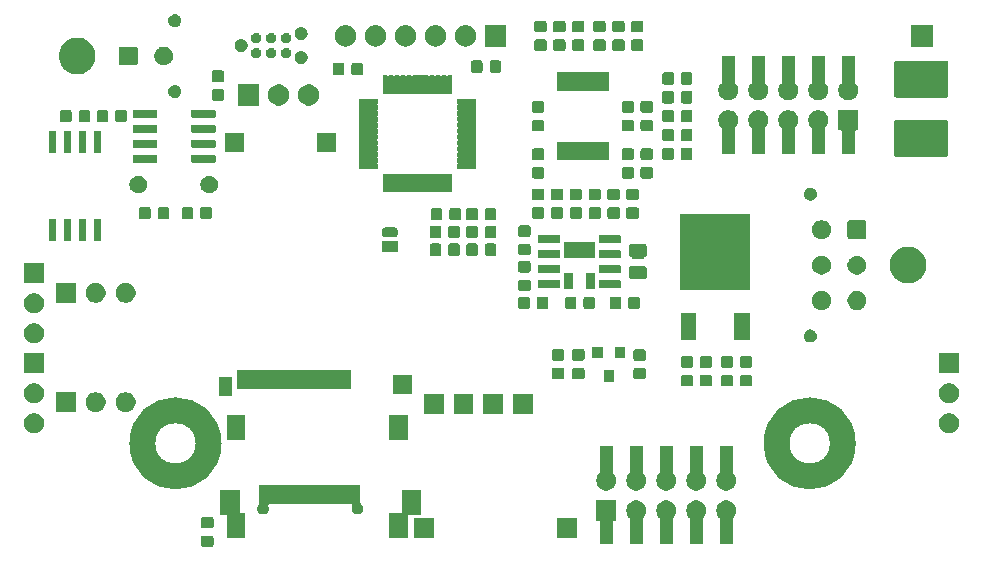
<source format=gbr>
G04 #@! TF.GenerationSoftware,KiCad,Pcbnew,5.1.5+dfsg1-2build2*
G04 #@! TF.CreationDate,2021-12-02T14:39:01+01:00*
G04 #@! TF.ProjectId,mre_addon_v2,6d72655f-6164-4646-9f6e-5f76322e6b69,V2.2*
G04 #@! TF.SameCoordinates,Original*
G04 #@! TF.FileFunction,Soldermask,Top*
G04 #@! TF.FilePolarity,Negative*
%FSLAX46Y46*%
G04 Gerber Fmt 4.6, Leading zero omitted, Abs format (unit mm)*
G04 Created by KiCad (PCBNEW 5.1.5+dfsg1-2build2) date 2021-12-02 14:39:01*
%MOMM*%
%LPD*%
G04 APERTURE LIST*
%ADD10C,2.200000*%
%ADD11C,0.100000*%
G04 APERTURE END LIST*
D10*
X145000000Y-162700000D02*
G75*
G03X145000000Y-162700000I-2800000J0D01*
G01*
X91301785Y-162700000D02*
G75*
G03X91301785Y-162700000I-2801785J0D01*
G01*
D11*
G36*
X91579591Y-170503085D02*
G01*
X91613569Y-170513393D01*
X91644890Y-170530134D01*
X91672339Y-170552661D01*
X91694866Y-170580110D01*
X91711607Y-170611431D01*
X91721915Y-170645409D01*
X91726000Y-170686890D01*
X91726000Y-171288110D01*
X91721915Y-171329591D01*
X91711607Y-171363569D01*
X91694866Y-171394890D01*
X91672339Y-171422339D01*
X91644890Y-171444866D01*
X91613569Y-171461607D01*
X91579591Y-171471915D01*
X91538110Y-171476000D01*
X90861890Y-171476000D01*
X90820409Y-171471915D01*
X90786431Y-171461607D01*
X90755110Y-171444866D01*
X90727661Y-171422339D01*
X90705134Y-171394890D01*
X90688393Y-171363569D01*
X90678085Y-171329591D01*
X90674000Y-171288110D01*
X90674000Y-170686890D01*
X90678085Y-170645409D01*
X90688393Y-170611431D01*
X90705134Y-170580110D01*
X90727661Y-170552661D01*
X90755110Y-170530134D01*
X90786431Y-170513393D01*
X90820409Y-170503085D01*
X90861890Y-170499000D01*
X91538110Y-170499000D01*
X91579591Y-170503085D01*
G37*
G36*
X132841308Y-167560763D02*
G01*
X132996180Y-167624913D01*
X133135561Y-167718045D01*
X133254095Y-167836579D01*
X133347227Y-167975960D01*
X133411377Y-168130832D01*
X133444080Y-168295244D01*
X133444080Y-168462876D01*
X133411377Y-168627288D01*
X133347227Y-168782160D01*
X133254095Y-168921541D01*
X133175606Y-169000030D01*
X133160066Y-169018966D01*
X133148515Y-169040577D01*
X133141402Y-169064026D01*
X133139000Y-169088412D01*
X133139000Y-171257600D01*
X132037000Y-171257600D01*
X132037000Y-169078252D01*
X132034598Y-169053866D01*
X132027485Y-169030417D01*
X132015934Y-169008806D01*
X132000394Y-168989870D01*
X131932065Y-168921541D01*
X131838933Y-168782160D01*
X131774783Y-168627288D01*
X131742080Y-168462876D01*
X131742080Y-168295244D01*
X131774783Y-168130832D01*
X131838933Y-167975960D01*
X131932065Y-167836579D01*
X132050599Y-167718045D01*
X132189980Y-167624913D01*
X132344852Y-167560763D01*
X132509264Y-167528060D01*
X132676896Y-167528060D01*
X132841308Y-167560763D01*
G37*
G36*
X135381308Y-167560763D02*
G01*
X135536180Y-167624913D01*
X135675561Y-167718045D01*
X135794095Y-167836579D01*
X135887227Y-167975960D01*
X135951377Y-168130832D01*
X135984080Y-168295244D01*
X135984080Y-168462876D01*
X135951377Y-168627288D01*
X135887227Y-168782160D01*
X135794095Y-168921541D01*
X135715606Y-169000030D01*
X135700066Y-169018966D01*
X135688515Y-169040577D01*
X135681402Y-169064026D01*
X135679000Y-169088412D01*
X135679000Y-171257600D01*
X134577000Y-171257600D01*
X134577000Y-169078252D01*
X134574598Y-169053866D01*
X134567485Y-169030417D01*
X134555934Y-169008806D01*
X134540394Y-168989870D01*
X134472065Y-168921541D01*
X134378933Y-168782160D01*
X134314783Y-168627288D01*
X134282080Y-168462876D01*
X134282080Y-168295244D01*
X134314783Y-168130832D01*
X134378933Y-167975960D01*
X134472065Y-167836579D01*
X134590599Y-167718045D01*
X134729980Y-167624913D01*
X134884852Y-167560763D01*
X135049264Y-167528060D01*
X135216896Y-167528060D01*
X135381308Y-167560763D01*
G37*
G36*
X125824080Y-169230060D02*
G01*
X125643999Y-169230060D01*
X125619613Y-169232462D01*
X125596164Y-169239575D01*
X125574553Y-169251126D01*
X125555611Y-169266671D01*
X125540066Y-169285613D01*
X125528515Y-169307224D01*
X125521402Y-169330673D01*
X125519000Y-169355059D01*
X125519000Y-171257600D01*
X124417000Y-171257600D01*
X124417000Y-169355059D01*
X124414598Y-169330673D01*
X124407485Y-169307224D01*
X124395934Y-169285613D01*
X124380389Y-169266671D01*
X124361447Y-169251126D01*
X124339836Y-169239575D01*
X124316387Y-169232462D01*
X124292001Y-169230060D01*
X124122080Y-169230060D01*
X124122080Y-167528060D01*
X125824080Y-167528060D01*
X125824080Y-169230060D01*
G37*
G36*
X130301308Y-167560763D02*
G01*
X130456180Y-167624913D01*
X130595561Y-167718045D01*
X130714095Y-167836579D01*
X130807227Y-167975960D01*
X130871377Y-168130832D01*
X130904080Y-168295244D01*
X130904080Y-168462876D01*
X130871377Y-168627288D01*
X130807227Y-168782160D01*
X130714095Y-168921541D01*
X130635606Y-169000030D01*
X130620066Y-169018966D01*
X130608515Y-169040577D01*
X130601402Y-169064026D01*
X130599000Y-169088412D01*
X130599000Y-171257600D01*
X129497000Y-171257600D01*
X129497000Y-169078252D01*
X129494598Y-169053866D01*
X129487485Y-169030417D01*
X129475934Y-169008806D01*
X129460394Y-168989870D01*
X129392065Y-168921541D01*
X129298933Y-168782160D01*
X129234783Y-168627288D01*
X129202080Y-168462876D01*
X129202080Y-168295244D01*
X129234783Y-168130832D01*
X129298933Y-167975960D01*
X129392065Y-167836579D01*
X129510599Y-167718045D01*
X129649980Y-167624913D01*
X129804852Y-167560763D01*
X129969264Y-167528060D01*
X130136896Y-167528060D01*
X130301308Y-167560763D01*
G37*
G36*
X127761308Y-167560763D02*
G01*
X127916180Y-167624913D01*
X128055561Y-167718045D01*
X128174095Y-167836579D01*
X128267227Y-167975960D01*
X128331377Y-168130832D01*
X128364080Y-168295244D01*
X128364080Y-168462876D01*
X128331377Y-168627288D01*
X128267227Y-168782160D01*
X128174095Y-168921541D01*
X128095606Y-169000030D01*
X128080066Y-169018966D01*
X128068515Y-169040577D01*
X128061402Y-169064026D01*
X128059000Y-169088412D01*
X128059000Y-171257600D01*
X126957000Y-171257600D01*
X126957000Y-169078252D01*
X126954598Y-169053866D01*
X126947485Y-169030417D01*
X126935934Y-169008806D01*
X126920394Y-168989870D01*
X126852065Y-168921541D01*
X126758933Y-168782160D01*
X126694783Y-168627288D01*
X126662080Y-168462876D01*
X126662080Y-168295244D01*
X126694783Y-168130832D01*
X126758933Y-167975960D01*
X126852065Y-167836579D01*
X126970599Y-167718045D01*
X127109980Y-167624913D01*
X127264852Y-167560763D01*
X127429264Y-167528060D01*
X127596896Y-167528060D01*
X127761308Y-167560763D01*
G37*
G36*
X110401200Y-170731200D02*
G01*
X108699200Y-170731200D01*
X108699200Y-169029200D01*
X110401200Y-169029200D01*
X110401200Y-170731200D01*
G37*
G36*
X122466200Y-170731200D02*
G01*
X120764200Y-170731200D01*
X120764200Y-169029200D01*
X122466200Y-169029200D01*
X122466200Y-170731200D01*
G37*
G36*
X93927000Y-168459001D02*
G01*
X93929402Y-168483387D01*
X93936515Y-168506836D01*
X93948066Y-168528447D01*
X93963611Y-168547389D01*
X93982553Y-168562934D01*
X94004164Y-168574485D01*
X94027613Y-168581598D01*
X94051999Y-168584000D01*
X94411000Y-168584000D01*
X94411000Y-170686000D01*
X92859000Y-170686000D01*
X92859000Y-168871999D01*
X92856598Y-168847613D01*
X92849485Y-168824164D01*
X92837934Y-168802553D01*
X92822389Y-168783611D01*
X92803447Y-168768066D01*
X92781836Y-168756515D01*
X92758387Y-168749402D01*
X92734001Y-168747000D01*
X92301000Y-168747000D01*
X92301000Y-166613000D01*
X93927000Y-166613000D01*
X93927000Y-168459001D01*
G37*
G36*
X109327000Y-168747000D02*
G01*
X108285999Y-168747000D01*
X108261613Y-168749402D01*
X108238164Y-168756515D01*
X108216553Y-168768066D01*
X108197611Y-168783611D01*
X108182066Y-168802553D01*
X108170515Y-168824164D01*
X108163402Y-168847613D01*
X108161000Y-168871999D01*
X108161000Y-170686000D01*
X106609000Y-170686000D01*
X106609000Y-168584000D01*
X107576001Y-168584000D01*
X107600387Y-168581598D01*
X107623836Y-168574485D01*
X107645447Y-168562934D01*
X107664389Y-168547389D01*
X107679934Y-168528447D01*
X107691485Y-168506836D01*
X107698598Y-168483387D01*
X107701000Y-168459001D01*
X107701000Y-166613000D01*
X109327000Y-166613000D01*
X109327000Y-168747000D01*
G37*
G36*
X91579591Y-168928085D02*
G01*
X91613569Y-168938393D01*
X91644890Y-168955134D01*
X91672339Y-168977661D01*
X91694866Y-169005110D01*
X91711607Y-169036431D01*
X91721915Y-169070409D01*
X91726000Y-169111890D01*
X91726000Y-169713110D01*
X91721915Y-169754591D01*
X91711607Y-169788569D01*
X91694866Y-169819890D01*
X91672339Y-169847339D01*
X91644890Y-169869866D01*
X91613569Y-169886607D01*
X91579591Y-169896915D01*
X91538110Y-169901000D01*
X90861890Y-169901000D01*
X90820409Y-169896915D01*
X90786431Y-169886607D01*
X90755110Y-169869866D01*
X90727661Y-169847339D01*
X90705134Y-169819890D01*
X90688393Y-169788569D01*
X90678085Y-169754591D01*
X90674000Y-169713110D01*
X90674000Y-169111890D01*
X90678085Y-169070409D01*
X90688393Y-169036431D01*
X90705134Y-169005110D01*
X90727661Y-168977661D01*
X90755110Y-168955134D01*
X90786431Y-168938393D01*
X90820409Y-168928085D01*
X90861890Y-168924000D01*
X91538110Y-168924000D01*
X91579591Y-168928085D01*
G37*
G36*
X104161000Y-167709294D02*
G01*
X104163402Y-167733680D01*
X104170515Y-167757129D01*
X104182066Y-167778740D01*
X104197611Y-167797682D01*
X104216550Y-167813224D01*
X104229863Y-167822120D01*
X104298880Y-167891137D01*
X104353107Y-167972293D01*
X104390459Y-168062468D01*
X104409500Y-168158197D01*
X104409500Y-168255803D01*
X104390459Y-168351532D01*
X104353107Y-168441707D01*
X104298880Y-168522863D01*
X104229863Y-168591880D01*
X104148707Y-168646107D01*
X104058532Y-168683459D01*
X103962803Y-168702500D01*
X103865197Y-168702500D01*
X103769468Y-168683459D01*
X103679293Y-168646107D01*
X103598137Y-168591880D01*
X103529120Y-168522863D01*
X103474893Y-168441707D01*
X103437541Y-168351532D01*
X103418500Y-168255803D01*
X103418500Y-168158197D01*
X103437541Y-168062468D01*
X103459760Y-168008826D01*
X103466871Y-167985385D01*
X103469273Y-167960999D01*
X103466871Y-167936613D01*
X103459758Y-167913164D01*
X103448207Y-167891553D01*
X103432661Y-167872611D01*
X103413719Y-167857066D01*
X103392109Y-167845515D01*
X103368660Y-167838402D01*
X103344274Y-167836000D01*
X96483726Y-167836000D01*
X96459340Y-167838402D01*
X96435891Y-167845515D01*
X96414280Y-167857066D01*
X96395338Y-167872611D01*
X96379793Y-167891553D01*
X96368242Y-167913164D01*
X96361129Y-167936613D01*
X96358727Y-167960999D01*
X96361129Y-167985385D01*
X96368240Y-168008826D01*
X96390459Y-168062468D01*
X96409500Y-168158197D01*
X96409500Y-168255803D01*
X96390459Y-168351532D01*
X96353107Y-168441707D01*
X96298880Y-168522863D01*
X96229863Y-168591880D01*
X96148707Y-168646107D01*
X96058532Y-168683459D01*
X95962803Y-168702500D01*
X95865197Y-168702500D01*
X95769468Y-168683459D01*
X95679293Y-168646107D01*
X95598137Y-168591880D01*
X95529120Y-168522863D01*
X95474893Y-168441707D01*
X95437541Y-168351532D01*
X95418500Y-168255803D01*
X95418500Y-168158197D01*
X95437541Y-168062468D01*
X95474893Y-167972293D01*
X95529120Y-167891137D01*
X95534405Y-167883227D01*
X95537934Y-167878927D01*
X95549485Y-167857316D01*
X95556598Y-167833867D01*
X95559000Y-167809481D01*
X95559000Y-166234000D01*
X104161000Y-166234000D01*
X104161000Y-167709294D01*
G37*
G36*
X125519000Y-165129708D02*
G01*
X125521402Y-165154094D01*
X125528515Y-165177543D01*
X125540066Y-165199154D01*
X125555606Y-165218090D01*
X125634095Y-165296579D01*
X125727227Y-165435960D01*
X125791377Y-165590832D01*
X125824080Y-165755244D01*
X125824080Y-165922876D01*
X125791377Y-166087288D01*
X125727227Y-166242160D01*
X125634095Y-166381541D01*
X125515561Y-166500075D01*
X125376180Y-166593207D01*
X125221308Y-166657357D01*
X125056896Y-166690060D01*
X124889264Y-166690060D01*
X124724852Y-166657357D01*
X124569980Y-166593207D01*
X124430599Y-166500075D01*
X124312065Y-166381541D01*
X124218933Y-166242160D01*
X124154783Y-166087288D01*
X124122080Y-165922876D01*
X124122080Y-165755244D01*
X124154783Y-165590832D01*
X124218933Y-165435960D01*
X124312065Y-165296579D01*
X124380394Y-165228250D01*
X124395934Y-165209314D01*
X124407485Y-165187703D01*
X124414598Y-165164254D01*
X124417000Y-165139868D01*
X124417000Y-162955600D01*
X125519000Y-162955600D01*
X125519000Y-165129708D01*
G37*
G36*
X128059000Y-165129708D02*
G01*
X128061402Y-165154094D01*
X128068515Y-165177543D01*
X128080066Y-165199154D01*
X128095606Y-165218090D01*
X128174095Y-165296579D01*
X128267227Y-165435960D01*
X128331377Y-165590832D01*
X128364080Y-165755244D01*
X128364080Y-165922876D01*
X128331377Y-166087288D01*
X128267227Y-166242160D01*
X128174095Y-166381541D01*
X128055561Y-166500075D01*
X127916180Y-166593207D01*
X127761308Y-166657357D01*
X127596896Y-166690060D01*
X127429264Y-166690060D01*
X127264852Y-166657357D01*
X127109980Y-166593207D01*
X126970599Y-166500075D01*
X126852065Y-166381541D01*
X126758933Y-166242160D01*
X126694783Y-166087288D01*
X126662080Y-165922876D01*
X126662080Y-165755244D01*
X126694783Y-165590832D01*
X126758933Y-165435960D01*
X126852065Y-165296579D01*
X126920394Y-165228250D01*
X126935934Y-165209314D01*
X126947485Y-165187703D01*
X126954598Y-165164254D01*
X126957000Y-165139868D01*
X126957000Y-162955600D01*
X128059000Y-162955600D01*
X128059000Y-165129708D01*
G37*
G36*
X130599000Y-165129708D02*
G01*
X130601402Y-165154094D01*
X130608515Y-165177543D01*
X130620066Y-165199154D01*
X130635606Y-165218090D01*
X130714095Y-165296579D01*
X130807227Y-165435960D01*
X130871377Y-165590832D01*
X130904080Y-165755244D01*
X130904080Y-165922876D01*
X130871377Y-166087288D01*
X130807227Y-166242160D01*
X130714095Y-166381541D01*
X130595561Y-166500075D01*
X130456180Y-166593207D01*
X130301308Y-166657357D01*
X130136896Y-166690060D01*
X129969264Y-166690060D01*
X129804852Y-166657357D01*
X129649980Y-166593207D01*
X129510599Y-166500075D01*
X129392065Y-166381541D01*
X129298933Y-166242160D01*
X129234783Y-166087288D01*
X129202080Y-165922876D01*
X129202080Y-165755244D01*
X129234783Y-165590832D01*
X129298933Y-165435960D01*
X129392065Y-165296579D01*
X129460394Y-165228250D01*
X129475934Y-165209314D01*
X129487485Y-165187703D01*
X129494598Y-165164254D01*
X129497000Y-165139868D01*
X129497000Y-162955600D01*
X130599000Y-162955600D01*
X130599000Y-165129708D01*
G37*
G36*
X133139000Y-165129708D02*
G01*
X133141402Y-165154094D01*
X133148515Y-165177543D01*
X133160066Y-165199154D01*
X133175606Y-165218090D01*
X133254095Y-165296579D01*
X133347227Y-165435960D01*
X133411377Y-165590832D01*
X133444080Y-165755244D01*
X133444080Y-165922876D01*
X133411377Y-166087288D01*
X133347227Y-166242160D01*
X133254095Y-166381541D01*
X133135561Y-166500075D01*
X132996180Y-166593207D01*
X132841308Y-166657357D01*
X132676896Y-166690060D01*
X132509264Y-166690060D01*
X132344852Y-166657357D01*
X132189980Y-166593207D01*
X132050599Y-166500075D01*
X131932065Y-166381541D01*
X131838933Y-166242160D01*
X131774783Y-166087288D01*
X131742080Y-165922876D01*
X131742080Y-165755244D01*
X131774783Y-165590832D01*
X131838933Y-165435960D01*
X131932065Y-165296579D01*
X132000394Y-165228250D01*
X132015934Y-165209314D01*
X132027485Y-165187703D01*
X132034598Y-165164254D01*
X132037000Y-165139868D01*
X132037000Y-162955600D01*
X133139000Y-162955600D01*
X133139000Y-165129708D01*
G37*
G36*
X135679000Y-165129708D02*
G01*
X135681402Y-165154094D01*
X135688515Y-165177543D01*
X135700066Y-165199154D01*
X135715606Y-165218090D01*
X135794095Y-165296579D01*
X135887227Y-165435960D01*
X135951377Y-165590832D01*
X135984080Y-165755244D01*
X135984080Y-165922876D01*
X135951377Y-166087288D01*
X135887227Y-166242160D01*
X135794095Y-166381541D01*
X135675561Y-166500075D01*
X135536180Y-166593207D01*
X135381308Y-166657357D01*
X135216896Y-166690060D01*
X135049264Y-166690060D01*
X134884852Y-166657357D01*
X134729980Y-166593207D01*
X134590599Y-166500075D01*
X134472065Y-166381541D01*
X134378933Y-166242160D01*
X134314783Y-166087288D01*
X134282080Y-165922876D01*
X134282080Y-165755244D01*
X134314783Y-165590832D01*
X134378933Y-165435960D01*
X134472065Y-165296579D01*
X134540394Y-165228250D01*
X134555934Y-165209314D01*
X134567485Y-165187703D01*
X134574598Y-165164254D01*
X134577000Y-165139868D01*
X134577000Y-162955600D01*
X135679000Y-162955600D01*
X135679000Y-165129708D01*
G37*
G36*
X108161000Y-162386000D02*
G01*
X106609000Y-162386000D01*
X106609000Y-160284000D01*
X108161000Y-160284000D01*
X108161000Y-162386000D01*
G37*
G36*
X94411000Y-162386000D02*
G01*
X92859000Y-162386000D01*
X92859000Y-160284000D01*
X94411000Y-160284000D01*
X94411000Y-162386000D01*
G37*
G36*
X76778428Y-160171903D02*
G01*
X76933300Y-160236053D01*
X77072681Y-160329185D01*
X77191215Y-160447719D01*
X77284347Y-160587100D01*
X77348497Y-160741972D01*
X77381200Y-160906384D01*
X77381200Y-161074016D01*
X77348497Y-161238428D01*
X77284347Y-161393300D01*
X77191215Y-161532681D01*
X77072681Y-161651215D01*
X76933300Y-161744347D01*
X76778428Y-161808497D01*
X76614016Y-161841200D01*
X76446384Y-161841200D01*
X76281972Y-161808497D01*
X76127100Y-161744347D01*
X75987719Y-161651215D01*
X75869185Y-161532681D01*
X75776053Y-161393300D01*
X75711903Y-161238428D01*
X75679200Y-161074016D01*
X75679200Y-160906384D01*
X75711903Y-160741972D01*
X75776053Y-160587100D01*
X75869185Y-160447719D01*
X75987719Y-160329185D01*
X76127100Y-160236053D01*
X76281972Y-160171903D01*
X76446384Y-160139200D01*
X76614016Y-160139200D01*
X76778428Y-160171903D01*
G37*
G36*
X154248428Y-160171903D02*
G01*
X154403300Y-160236053D01*
X154542681Y-160329185D01*
X154661215Y-160447719D01*
X154754347Y-160587100D01*
X154818497Y-160741972D01*
X154851200Y-160906384D01*
X154851200Y-161074016D01*
X154818497Y-161238428D01*
X154754347Y-161393300D01*
X154661215Y-161532681D01*
X154542681Y-161651215D01*
X154403300Y-161744347D01*
X154248428Y-161808497D01*
X154084016Y-161841200D01*
X153916384Y-161841200D01*
X153751972Y-161808497D01*
X153597100Y-161744347D01*
X153457719Y-161651215D01*
X153339185Y-161532681D01*
X153246053Y-161393300D01*
X153181903Y-161238428D01*
X153149200Y-161074016D01*
X153149200Y-160906384D01*
X153181903Y-160741972D01*
X153246053Y-160587100D01*
X153339185Y-160447719D01*
X153457719Y-160329185D01*
X153597100Y-160236053D01*
X153751972Y-160171903D01*
X153916384Y-160139200D01*
X154084016Y-160139200D01*
X154248428Y-160171903D01*
G37*
G36*
X118751600Y-160211800D02*
G01*
X117049600Y-160211800D01*
X117049600Y-158509800D01*
X118751600Y-158509800D01*
X118751600Y-160211800D01*
G37*
G36*
X116251600Y-160211800D02*
G01*
X114549600Y-160211800D01*
X114549600Y-158509800D01*
X116251600Y-158509800D01*
X116251600Y-160211800D01*
G37*
G36*
X111213600Y-160173800D02*
G01*
X109587600Y-160173800D01*
X109587600Y-158547800D01*
X111213600Y-158547800D01*
X111213600Y-160173800D01*
G37*
G36*
X113713600Y-160173800D02*
G01*
X112087600Y-160173800D01*
X112087600Y-158547800D01*
X113713600Y-158547800D01*
X113713600Y-160173800D01*
G37*
G36*
X80048200Y-160063200D02*
G01*
X78346200Y-160063200D01*
X78346200Y-158361200D01*
X80048200Y-158361200D01*
X80048200Y-160063200D01*
G37*
G36*
X81985428Y-158393903D02*
G01*
X82140300Y-158458053D01*
X82279681Y-158551185D01*
X82398215Y-158669719D01*
X82491347Y-158809100D01*
X82555497Y-158963972D01*
X82588200Y-159128384D01*
X82588200Y-159296016D01*
X82555497Y-159460428D01*
X82491347Y-159615300D01*
X82398215Y-159754681D01*
X82279681Y-159873215D01*
X82140300Y-159966347D01*
X81985428Y-160030497D01*
X81821016Y-160063200D01*
X81653384Y-160063200D01*
X81488972Y-160030497D01*
X81334100Y-159966347D01*
X81194719Y-159873215D01*
X81076185Y-159754681D01*
X80983053Y-159615300D01*
X80918903Y-159460428D01*
X80886200Y-159296016D01*
X80886200Y-159128384D01*
X80918903Y-158963972D01*
X80983053Y-158809100D01*
X81076185Y-158669719D01*
X81194719Y-158551185D01*
X81334100Y-158458053D01*
X81488972Y-158393903D01*
X81653384Y-158361200D01*
X81821016Y-158361200D01*
X81985428Y-158393903D01*
G37*
G36*
X84525428Y-158393903D02*
G01*
X84680300Y-158458053D01*
X84819681Y-158551185D01*
X84938215Y-158669719D01*
X85031347Y-158809100D01*
X85095497Y-158963972D01*
X85128200Y-159128384D01*
X85128200Y-159296016D01*
X85095497Y-159460428D01*
X85031347Y-159615300D01*
X84938215Y-159754681D01*
X84819681Y-159873215D01*
X84680300Y-159966347D01*
X84525428Y-160030497D01*
X84361016Y-160063200D01*
X84193384Y-160063200D01*
X84028972Y-160030497D01*
X83874100Y-159966347D01*
X83734719Y-159873215D01*
X83616185Y-159754681D01*
X83523053Y-159615300D01*
X83458903Y-159460428D01*
X83426200Y-159296016D01*
X83426200Y-159128384D01*
X83458903Y-158963972D01*
X83523053Y-158809100D01*
X83616185Y-158669719D01*
X83734719Y-158551185D01*
X83874100Y-158458053D01*
X84028972Y-158393903D01*
X84193384Y-158361200D01*
X84361016Y-158361200D01*
X84525428Y-158393903D01*
G37*
G36*
X76778428Y-157631903D02*
G01*
X76933300Y-157696053D01*
X77072681Y-157789185D01*
X77191215Y-157907719D01*
X77284347Y-158047100D01*
X77348497Y-158201972D01*
X77381200Y-158366384D01*
X77381200Y-158534016D01*
X77348497Y-158698428D01*
X77284347Y-158853300D01*
X77191215Y-158992681D01*
X77072681Y-159111215D01*
X76933300Y-159204347D01*
X76778428Y-159268497D01*
X76614016Y-159301200D01*
X76446384Y-159301200D01*
X76281972Y-159268497D01*
X76127100Y-159204347D01*
X75987719Y-159111215D01*
X75869185Y-158992681D01*
X75776053Y-158853300D01*
X75711903Y-158698428D01*
X75679200Y-158534016D01*
X75679200Y-158366384D01*
X75711903Y-158201972D01*
X75776053Y-158047100D01*
X75869185Y-157907719D01*
X75987719Y-157789185D01*
X76127100Y-157696053D01*
X76281972Y-157631903D01*
X76446384Y-157599200D01*
X76614016Y-157599200D01*
X76778428Y-157631903D01*
G37*
G36*
X154248428Y-157631903D02*
G01*
X154403300Y-157696053D01*
X154542681Y-157789185D01*
X154661215Y-157907719D01*
X154754347Y-158047100D01*
X154818497Y-158201972D01*
X154851200Y-158366384D01*
X154851200Y-158534016D01*
X154818497Y-158698428D01*
X154754347Y-158853300D01*
X154661215Y-158992681D01*
X154542681Y-159111215D01*
X154403300Y-159204347D01*
X154248428Y-159268497D01*
X154084016Y-159301200D01*
X153916384Y-159301200D01*
X153751972Y-159268497D01*
X153597100Y-159204347D01*
X153457719Y-159111215D01*
X153339185Y-158992681D01*
X153246053Y-158853300D01*
X153181903Y-158698428D01*
X153149200Y-158534016D01*
X153149200Y-158366384D01*
X153181903Y-158201972D01*
X153246053Y-158047100D01*
X153339185Y-157907719D01*
X153457719Y-157789185D01*
X153597100Y-157696053D01*
X153751972Y-157631903D01*
X153916384Y-157599200D01*
X154084016Y-157599200D01*
X154248428Y-157631903D01*
G37*
G36*
X93327000Y-158720000D02*
G01*
X92209000Y-158720000D01*
X92209000Y-157094000D01*
X93327000Y-157094000D01*
X93327000Y-158720000D01*
G37*
G36*
X108508000Y-158512000D02*
G01*
X106882000Y-158512000D01*
X106882000Y-156886000D01*
X108508000Y-156886000D01*
X108508000Y-158512000D01*
G37*
G36*
X103346000Y-158120000D02*
G01*
X93682000Y-158120000D01*
X93682000Y-156494000D01*
X103346000Y-156494000D01*
X103346000Y-158120000D01*
G37*
G36*
X132179591Y-156903085D02*
G01*
X132213569Y-156913393D01*
X132244890Y-156930134D01*
X132272339Y-156952661D01*
X132294866Y-156980110D01*
X132311607Y-157011431D01*
X132321915Y-157045409D01*
X132326000Y-157086890D01*
X132326000Y-157688110D01*
X132321915Y-157729591D01*
X132311607Y-157763569D01*
X132294866Y-157794890D01*
X132272339Y-157822339D01*
X132244890Y-157844866D01*
X132213569Y-157861607D01*
X132179591Y-157871915D01*
X132138110Y-157876000D01*
X131461890Y-157876000D01*
X131420409Y-157871915D01*
X131386431Y-157861607D01*
X131355110Y-157844866D01*
X131327661Y-157822339D01*
X131305134Y-157794890D01*
X131288393Y-157763569D01*
X131278085Y-157729591D01*
X131274000Y-157688110D01*
X131274000Y-157086890D01*
X131278085Y-157045409D01*
X131288393Y-157011431D01*
X131305134Y-156980110D01*
X131327661Y-156952661D01*
X131355110Y-156930134D01*
X131386431Y-156913393D01*
X131420409Y-156903085D01*
X131461890Y-156899000D01*
X132138110Y-156899000D01*
X132179591Y-156903085D01*
G37*
G36*
X135579591Y-156903085D02*
G01*
X135613569Y-156913393D01*
X135644890Y-156930134D01*
X135672339Y-156952661D01*
X135694866Y-156980110D01*
X135711607Y-157011431D01*
X135721915Y-157045409D01*
X135726000Y-157086890D01*
X135726000Y-157688110D01*
X135721915Y-157729591D01*
X135711607Y-157763569D01*
X135694866Y-157794890D01*
X135672339Y-157822339D01*
X135644890Y-157844866D01*
X135613569Y-157861607D01*
X135579591Y-157871915D01*
X135538110Y-157876000D01*
X134861890Y-157876000D01*
X134820409Y-157871915D01*
X134786431Y-157861607D01*
X134755110Y-157844866D01*
X134727661Y-157822339D01*
X134705134Y-157794890D01*
X134688393Y-157763569D01*
X134678085Y-157729591D01*
X134674000Y-157688110D01*
X134674000Y-157086890D01*
X134678085Y-157045409D01*
X134688393Y-157011431D01*
X134705134Y-156980110D01*
X134727661Y-156952661D01*
X134755110Y-156930134D01*
X134786431Y-156913393D01*
X134820409Y-156903085D01*
X134861890Y-156899000D01*
X135538110Y-156899000D01*
X135579591Y-156903085D01*
G37*
G36*
X137179591Y-156903085D02*
G01*
X137213569Y-156913393D01*
X137244890Y-156930134D01*
X137272339Y-156952661D01*
X137294866Y-156980110D01*
X137311607Y-157011431D01*
X137321915Y-157045409D01*
X137326000Y-157086890D01*
X137326000Y-157688110D01*
X137321915Y-157729591D01*
X137311607Y-157763569D01*
X137294866Y-157794890D01*
X137272339Y-157822339D01*
X137244890Y-157844866D01*
X137213569Y-157861607D01*
X137179591Y-157871915D01*
X137138110Y-157876000D01*
X136461890Y-157876000D01*
X136420409Y-157871915D01*
X136386431Y-157861607D01*
X136355110Y-157844866D01*
X136327661Y-157822339D01*
X136305134Y-157794890D01*
X136288393Y-157763569D01*
X136278085Y-157729591D01*
X136274000Y-157688110D01*
X136274000Y-157086890D01*
X136278085Y-157045409D01*
X136288393Y-157011431D01*
X136305134Y-156980110D01*
X136327661Y-156952661D01*
X136355110Y-156930134D01*
X136386431Y-156913393D01*
X136420409Y-156903085D01*
X136461890Y-156899000D01*
X137138110Y-156899000D01*
X137179591Y-156903085D01*
G37*
G36*
X133779591Y-156903085D02*
G01*
X133813569Y-156913393D01*
X133844890Y-156930134D01*
X133872339Y-156952661D01*
X133894866Y-156980110D01*
X133911607Y-157011431D01*
X133921915Y-157045409D01*
X133926000Y-157086890D01*
X133926000Y-157688110D01*
X133921915Y-157729591D01*
X133911607Y-157763569D01*
X133894866Y-157794890D01*
X133872339Y-157822339D01*
X133844890Y-157844866D01*
X133813569Y-157861607D01*
X133779591Y-157871915D01*
X133738110Y-157876000D01*
X133061890Y-157876000D01*
X133020409Y-157871915D01*
X132986431Y-157861607D01*
X132955110Y-157844866D01*
X132927661Y-157822339D01*
X132905134Y-157794890D01*
X132888393Y-157763569D01*
X132878085Y-157729591D01*
X132874000Y-157688110D01*
X132874000Y-157086890D01*
X132878085Y-157045409D01*
X132888393Y-157011431D01*
X132905134Y-156980110D01*
X132927661Y-156952661D01*
X132955110Y-156930134D01*
X132986431Y-156913393D01*
X133020409Y-156903085D01*
X133061890Y-156899000D01*
X133738110Y-156899000D01*
X133779591Y-156903085D01*
G37*
G36*
X125651000Y-157501000D02*
G01*
X124749000Y-157501000D01*
X124749000Y-156499000D01*
X125651000Y-156499000D01*
X125651000Y-157501000D01*
G37*
G36*
X128179591Y-156303085D02*
G01*
X128213569Y-156313393D01*
X128244890Y-156330134D01*
X128272339Y-156352661D01*
X128294866Y-156380110D01*
X128311607Y-156411431D01*
X128321915Y-156445409D01*
X128326000Y-156486890D01*
X128326000Y-157088110D01*
X128321915Y-157129591D01*
X128311607Y-157163569D01*
X128294866Y-157194890D01*
X128272339Y-157222339D01*
X128244890Y-157244866D01*
X128213569Y-157261607D01*
X128179591Y-157271915D01*
X128138110Y-157276000D01*
X127461890Y-157276000D01*
X127420409Y-157271915D01*
X127386431Y-157261607D01*
X127355110Y-157244866D01*
X127327661Y-157222339D01*
X127305134Y-157194890D01*
X127288393Y-157163569D01*
X127278085Y-157129591D01*
X127274000Y-157088110D01*
X127274000Y-156486890D01*
X127278085Y-156445409D01*
X127288393Y-156411431D01*
X127305134Y-156380110D01*
X127327661Y-156352661D01*
X127355110Y-156330134D01*
X127386431Y-156313393D01*
X127420409Y-156303085D01*
X127461890Y-156299000D01*
X128138110Y-156299000D01*
X128179591Y-156303085D01*
G37*
G36*
X122991791Y-156297185D02*
G01*
X123025769Y-156307493D01*
X123057090Y-156324234D01*
X123084539Y-156346761D01*
X123107066Y-156374210D01*
X123123807Y-156405531D01*
X123134115Y-156439509D01*
X123138200Y-156480990D01*
X123138200Y-157082210D01*
X123134115Y-157123691D01*
X123123807Y-157157669D01*
X123107066Y-157188990D01*
X123084539Y-157216439D01*
X123057090Y-157238966D01*
X123025769Y-157255707D01*
X122991791Y-157266015D01*
X122950310Y-157270100D01*
X122274090Y-157270100D01*
X122232609Y-157266015D01*
X122198631Y-157255707D01*
X122167310Y-157238966D01*
X122139861Y-157216439D01*
X122117334Y-157188990D01*
X122100593Y-157157669D01*
X122090285Y-157123691D01*
X122086200Y-157082210D01*
X122086200Y-156480990D01*
X122090285Y-156439509D01*
X122100593Y-156405531D01*
X122117334Y-156374210D01*
X122139861Y-156346761D01*
X122167310Y-156324234D01*
X122198631Y-156307493D01*
X122232609Y-156297185D01*
X122274090Y-156293100D01*
X122950310Y-156293100D01*
X122991791Y-156297185D01*
G37*
G36*
X121264591Y-156297085D02*
G01*
X121298569Y-156307393D01*
X121329890Y-156324134D01*
X121357339Y-156346661D01*
X121379866Y-156374110D01*
X121396607Y-156405431D01*
X121406915Y-156439409D01*
X121411000Y-156480890D01*
X121411000Y-157082110D01*
X121406915Y-157123591D01*
X121396607Y-157157569D01*
X121379866Y-157188890D01*
X121357339Y-157216339D01*
X121329890Y-157238866D01*
X121298569Y-157255607D01*
X121264591Y-157265915D01*
X121223110Y-157270000D01*
X120546890Y-157270000D01*
X120505409Y-157265915D01*
X120471431Y-157255607D01*
X120440110Y-157238866D01*
X120412661Y-157216339D01*
X120390134Y-157188890D01*
X120373393Y-157157569D01*
X120363085Y-157123591D01*
X120359000Y-157082110D01*
X120359000Y-156480890D01*
X120363085Y-156439409D01*
X120373393Y-156405431D01*
X120390134Y-156374110D01*
X120412661Y-156346661D01*
X120440110Y-156324134D01*
X120471431Y-156307393D01*
X120505409Y-156297085D01*
X120546890Y-156293000D01*
X121223110Y-156293000D01*
X121264591Y-156297085D01*
G37*
G36*
X77381200Y-156761200D02*
G01*
X75679200Y-156761200D01*
X75679200Y-155059200D01*
X77381200Y-155059200D01*
X77381200Y-156761200D01*
G37*
G36*
X154851200Y-156761200D02*
G01*
X153149200Y-156761200D01*
X153149200Y-155059200D01*
X154851200Y-155059200D01*
X154851200Y-156761200D01*
G37*
G36*
X132179591Y-155328085D02*
G01*
X132213569Y-155338393D01*
X132244890Y-155355134D01*
X132272339Y-155377661D01*
X132294866Y-155405110D01*
X132311607Y-155436431D01*
X132321915Y-155470409D01*
X132326000Y-155511890D01*
X132326000Y-156113110D01*
X132321915Y-156154591D01*
X132311607Y-156188569D01*
X132294866Y-156219890D01*
X132272339Y-156247339D01*
X132244890Y-156269866D01*
X132213569Y-156286607D01*
X132179591Y-156296915D01*
X132138110Y-156301000D01*
X131461890Y-156301000D01*
X131420409Y-156296915D01*
X131386431Y-156286607D01*
X131355110Y-156269866D01*
X131327661Y-156247339D01*
X131305134Y-156219890D01*
X131288393Y-156188569D01*
X131278085Y-156154591D01*
X131274000Y-156113110D01*
X131274000Y-155511890D01*
X131278085Y-155470409D01*
X131288393Y-155436431D01*
X131305134Y-155405110D01*
X131327661Y-155377661D01*
X131355110Y-155355134D01*
X131386431Y-155338393D01*
X131420409Y-155328085D01*
X131461890Y-155324000D01*
X132138110Y-155324000D01*
X132179591Y-155328085D01*
G37*
G36*
X137179591Y-155328085D02*
G01*
X137213569Y-155338393D01*
X137244890Y-155355134D01*
X137272339Y-155377661D01*
X137294866Y-155405110D01*
X137311607Y-155436431D01*
X137321915Y-155470409D01*
X137326000Y-155511890D01*
X137326000Y-156113110D01*
X137321915Y-156154591D01*
X137311607Y-156188569D01*
X137294866Y-156219890D01*
X137272339Y-156247339D01*
X137244890Y-156269866D01*
X137213569Y-156286607D01*
X137179591Y-156296915D01*
X137138110Y-156301000D01*
X136461890Y-156301000D01*
X136420409Y-156296915D01*
X136386431Y-156286607D01*
X136355110Y-156269866D01*
X136327661Y-156247339D01*
X136305134Y-156219890D01*
X136288393Y-156188569D01*
X136278085Y-156154591D01*
X136274000Y-156113110D01*
X136274000Y-155511890D01*
X136278085Y-155470409D01*
X136288393Y-155436431D01*
X136305134Y-155405110D01*
X136327661Y-155377661D01*
X136355110Y-155355134D01*
X136386431Y-155338393D01*
X136420409Y-155328085D01*
X136461890Y-155324000D01*
X137138110Y-155324000D01*
X137179591Y-155328085D01*
G37*
G36*
X135579591Y-155328085D02*
G01*
X135613569Y-155338393D01*
X135644890Y-155355134D01*
X135672339Y-155377661D01*
X135694866Y-155405110D01*
X135711607Y-155436431D01*
X135721915Y-155470409D01*
X135726000Y-155511890D01*
X135726000Y-156113110D01*
X135721915Y-156154591D01*
X135711607Y-156188569D01*
X135694866Y-156219890D01*
X135672339Y-156247339D01*
X135644890Y-156269866D01*
X135613569Y-156286607D01*
X135579591Y-156296915D01*
X135538110Y-156301000D01*
X134861890Y-156301000D01*
X134820409Y-156296915D01*
X134786431Y-156286607D01*
X134755110Y-156269866D01*
X134727661Y-156247339D01*
X134705134Y-156219890D01*
X134688393Y-156188569D01*
X134678085Y-156154591D01*
X134674000Y-156113110D01*
X134674000Y-155511890D01*
X134678085Y-155470409D01*
X134688393Y-155436431D01*
X134705134Y-155405110D01*
X134727661Y-155377661D01*
X134755110Y-155355134D01*
X134786431Y-155338393D01*
X134820409Y-155328085D01*
X134861890Y-155324000D01*
X135538110Y-155324000D01*
X135579591Y-155328085D01*
G37*
G36*
X133779591Y-155328085D02*
G01*
X133813569Y-155338393D01*
X133844890Y-155355134D01*
X133872339Y-155377661D01*
X133894866Y-155405110D01*
X133911607Y-155436431D01*
X133921915Y-155470409D01*
X133926000Y-155511890D01*
X133926000Y-156113110D01*
X133921915Y-156154591D01*
X133911607Y-156188569D01*
X133894866Y-156219890D01*
X133872339Y-156247339D01*
X133844890Y-156269866D01*
X133813569Y-156286607D01*
X133779591Y-156296915D01*
X133738110Y-156301000D01*
X133061890Y-156301000D01*
X133020409Y-156296915D01*
X132986431Y-156286607D01*
X132955110Y-156269866D01*
X132927661Y-156247339D01*
X132905134Y-156219890D01*
X132888393Y-156188569D01*
X132878085Y-156154591D01*
X132874000Y-156113110D01*
X132874000Y-155511890D01*
X132878085Y-155470409D01*
X132888393Y-155436431D01*
X132905134Y-155405110D01*
X132927661Y-155377661D01*
X132955110Y-155355134D01*
X132986431Y-155338393D01*
X133020409Y-155328085D01*
X133061890Y-155324000D01*
X133738110Y-155324000D01*
X133779591Y-155328085D01*
G37*
G36*
X128179591Y-154728085D02*
G01*
X128213569Y-154738393D01*
X128244890Y-154755134D01*
X128272339Y-154777661D01*
X128294866Y-154805110D01*
X128311607Y-154836431D01*
X128321915Y-154870409D01*
X128326000Y-154911890D01*
X128326000Y-155513110D01*
X128321915Y-155554591D01*
X128311607Y-155588569D01*
X128294866Y-155619890D01*
X128272339Y-155647339D01*
X128244890Y-155669866D01*
X128213569Y-155686607D01*
X128179591Y-155696915D01*
X128138110Y-155701000D01*
X127461890Y-155701000D01*
X127420409Y-155696915D01*
X127386431Y-155686607D01*
X127355110Y-155669866D01*
X127327661Y-155647339D01*
X127305134Y-155619890D01*
X127288393Y-155588569D01*
X127278085Y-155554591D01*
X127274000Y-155513110D01*
X127274000Y-154911890D01*
X127278085Y-154870409D01*
X127288393Y-154836431D01*
X127305134Y-154805110D01*
X127327661Y-154777661D01*
X127355110Y-154755134D01*
X127386431Y-154738393D01*
X127420409Y-154728085D01*
X127461890Y-154724000D01*
X128138110Y-154724000D01*
X128179591Y-154728085D01*
G37*
G36*
X122991791Y-154722185D02*
G01*
X123025769Y-154732493D01*
X123057090Y-154749234D01*
X123084539Y-154771761D01*
X123107066Y-154799210D01*
X123123807Y-154830531D01*
X123134115Y-154864509D01*
X123138200Y-154905990D01*
X123138200Y-155507210D01*
X123134115Y-155548691D01*
X123123807Y-155582669D01*
X123107066Y-155613990D01*
X123084539Y-155641439D01*
X123057090Y-155663966D01*
X123025769Y-155680707D01*
X122991791Y-155691015D01*
X122950310Y-155695100D01*
X122274090Y-155695100D01*
X122232609Y-155691015D01*
X122198631Y-155680707D01*
X122167310Y-155663966D01*
X122139861Y-155641439D01*
X122117334Y-155613990D01*
X122100593Y-155582669D01*
X122090285Y-155548691D01*
X122086200Y-155507210D01*
X122086200Y-154905990D01*
X122090285Y-154864509D01*
X122100593Y-154830531D01*
X122117334Y-154799210D01*
X122139861Y-154771761D01*
X122167310Y-154749234D01*
X122198631Y-154732493D01*
X122232609Y-154722185D01*
X122274090Y-154718100D01*
X122950310Y-154718100D01*
X122991791Y-154722185D01*
G37*
G36*
X121264591Y-154722085D02*
G01*
X121298569Y-154732393D01*
X121329890Y-154749134D01*
X121357339Y-154771661D01*
X121379866Y-154799110D01*
X121396607Y-154830431D01*
X121406915Y-154864409D01*
X121411000Y-154905890D01*
X121411000Y-155507110D01*
X121406915Y-155548591D01*
X121396607Y-155582569D01*
X121379866Y-155613890D01*
X121357339Y-155641339D01*
X121329890Y-155663866D01*
X121298569Y-155680607D01*
X121264591Y-155690915D01*
X121223110Y-155695000D01*
X120546890Y-155695000D01*
X120505409Y-155690915D01*
X120471431Y-155680607D01*
X120440110Y-155663866D01*
X120412661Y-155641339D01*
X120390134Y-155613890D01*
X120373393Y-155582569D01*
X120363085Y-155548591D01*
X120359000Y-155507110D01*
X120359000Y-154905890D01*
X120363085Y-154864409D01*
X120373393Y-154830431D01*
X120390134Y-154799110D01*
X120412661Y-154771661D01*
X120440110Y-154749134D01*
X120471431Y-154732393D01*
X120505409Y-154722085D01*
X120546890Y-154718000D01*
X121223110Y-154718000D01*
X121264591Y-154722085D01*
G37*
G36*
X126601000Y-155501000D02*
G01*
X125699000Y-155501000D01*
X125699000Y-154499000D01*
X126601000Y-154499000D01*
X126601000Y-155501000D01*
G37*
G36*
X124701000Y-155501000D02*
G01*
X123799000Y-155501000D01*
X123799000Y-154499000D01*
X124701000Y-154499000D01*
X124701000Y-155501000D01*
G37*
G36*
X76778428Y-152551903D02*
G01*
X76933300Y-152616053D01*
X77072681Y-152709185D01*
X77191215Y-152827719D01*
X77284347Y-152967100D01*
X77348497Y-153121972D01*
X77381200Y-153286384D01*
X77381200Y-153454016D01*
X77348497Y-153618428D01*
X77284347Y-153773300D01*
X77191215Y-153912681D01*
X77072681Y-154031215D01*
X76933300Y-154124347D01*
X76778428Y-154188497D01*
X76614016Y-154221200D01*
X76446384Y-154221200D01*
X76281972Y-154188497D01*
X76127100Y-154124347D01*
X75987719Y-154031215D01*
X75869185Y-153912681D01*
X75776053Y-153773300D01*
X75711903Y-153618428D01*
X75679200Y-153454016D01*
X75679200Y-153286384D01*
X75711903Y-153121972D01*
X75776053Y-152967100D01*
X75869185Y-152827719D01*
X75987719Y-152709185D01*
X76127100Y-152616053D01*
X76281972Y-152551903D01*
X76446384Y-152519200D01*
X76614016Y-152519200D01*
X76778428Y-152551903D01*
G37*
G36*
X142420721Y-153070174D02*
G01*
X142520995Y-153111709D01*
X142565812Y-153141655D01*
X142611242Y-153172010D01*
X142687990Y-153248758D01*
X142687991Y-153248760D01*
X142748291Y-153339005D01*
X142789826Y-153439279D01*
X142811000Y-153545730D01*
X142811000Y-153654270D01*
X142789826Y-153760721D01*
X142748291Y-153860995D01*
X142748290Y-153860996D01*
X142687990Y-153951242D01*
X142611242Y-154027990D01*
X142606415Y-154031215D01*
X142520995Y-154088291D01*
X142420721Y-154129826D01*
X142314270Y-154151000D01*
X142205730Y-154151000D01*
X142099279Y-154129826D01*
X141999005Y-154088291D01*
X141913585Y-154031215D01*
X141908758Y-154027990D01*
X141832010Y-153951242D01*
X141771710Y-153860996D01*
X141771709Y-153860995D01*
X141730174Y-153760721D01*
X141709000Y-153654270D01*
X141709000Y-153545730D01*
X141730174Y-153439279D01*
X141771709Y-153339005D01*
X141832009Y-153248760D01*
X141832010Y-153248758D01*
X141908758Y-153172010D01*
X141954188Y-153141655D01*
X141999005Y-153111709D01*
X142099279Y-153070174D01*
X142205730Y-153049000D01*
X142314270Y-153049000D01*
X142420721Y-153070174D01*
G37*
G36*
X137131000Y-153951000D02*
G01*
X135829000Y-153951000D01*
X135829000Y-151649000D01*
X137131000Y-151649000D01*
X137131000Y-153951000D01*
G37*
G36*
X132571000Y-153951000D02*
G01*
X131269000Y-153951000D01*
X131269000Y-151649000D01*
X132571000Y-151649000D01*
X132571000Y-153951000D01*
G37*
G36*
X76778428Y-150011903D02*
G01*
X76933300Y-150076053D01*
X77072681Y-150169185D01*
X77191215Y-150287719D01*
X77284347Y-150427100D01*
X77348497Y-150581972D01*
X77381200Y-150746384D01*
X77381200Y-150914016D01*
X77348497Y-151078428D01*
X77284347Y-151233300D01*
X77191215Y-151372681D01*
X77072681Y-151491215D01*
X76933300Y-151584347D01*
X76778428Y-151648497D01*
X76614016Y-151681200D01*
X76446384Y-151681200D01*
X76281972Y-151648497D01*
X76127100Y-151584347D01*
X75987719Y-151491215D01*
X75869185Y-151372681D01*
X75776053Y-151233300D01*
X75711903Y-151078428D01*
X75679200Y-150914016D01*
X75679200Y-150746384D01*
X75711903Y-150581972D01*
X75776053Y-150427100D01*
X75869185Y-150287719D01*
X75987719Y-150169185D01*
X76127100Y-150076053D01*
X76281972Y-150011903D01*
X76446384Y-149979200D01*
X76614016Y-149979200D01*
X76778428Y-150011903D01*
G37*
G36*
X146433642Y-149829781D02*
G01*
X146579414Y-149890162D01*
X146579416Y-149890163D01*
X146710608Y-149977822D01*
X146822178Y-150089392D01*
X146889019Y-150189428D01*
X146909838Y-150220586D01*
X146970219Y-150366358D01*
X147001000Y-150521107D01*
X147001000Y-150678893D01*
X146970219Y-150833642D01*
X146909838Y-150979414D01*
X146909837Y-150979416D01*
X146822178Y-151110608D01*
X146710608Y-151222178D01*
X146579416Y-151309837D01*
X146579415Y-151309838D01*
X146579414Y-151309838D01*
X146433642Y-151370219D01*
X146278893Y-151401000D01*
X146121107Y-151401000D01*
X145966358Y-151370219D01*
X145820586Y-151309838D01*
X145820585Y-151309838D01*
X145820584Y-151309837D01*
X145689392Y-151222178D01*
X145577822Y-151110608D01*
X145490163Y-150979416D01*
X145490162Y-150979414D01*
X145429781Y-150833642D01*
X145399000Y-150678893D01*
X145399000Y-150521107D01*
X145429781Y-150366358D01*
X145490162Y-150220586D01*
X145510981Y-150189428D01*
X145577822Y-150089392D01*
X145689392Y-149977822D01*
X145820584Y-149890163D01*
X145820586Y-149890162D01*
X145966358Y-149829781D01*
X146121107Y-149799000D01*
X146278893Y-149799000D01*
X146433642Y-149829781D01*
G37*
G36*
X143433642Y-149829781D02*
G01*
X143579414Y-149890162D01*
X143579416Y-149890163D01*
X143710608Y-149977822D01*
X143822178Y-150089392D01*
X143889019Y-150189428D01*
X143909838Y-150220586D01*
X143970219Y-150366358D01*
X144001000Y-150521107D01*
X144001000Y-150678893D01*
X143970219Y-150833642D01*
X143909838Y-150979414D01*
X143909837Y-150979416D01*
X143822178Y-151110608D01*
X143710608Y-151222178D01*
X143579416Y-151309837D01*
X143579415Y-151309838D01*
X143579414Y-151309838D01*
X143433642Y-151370219D01*
X143278893Y-151401000D01*
X143121107Y-151401000D01*
X142966358Y-151370219D01*
X142820586Y-151309838D01*
X142820585Y-151309838D01*
X142820584Y-151309837D01*
X142689392Y-151222178D01*
X142577822Y-151110608D01*
X142490163Y-150979416D01*
X142490162Y-150979414D01*
X142429781Y-150833642D01*
X142399000Y-150678893D01*
X142399000Y-150521107D01*
X142429781Y-150366358D01*
X142490162Y-150220586D01*
X142510981Y-150189428D01*
X142577822Y-150089392D01*
X142689392Y-149977822D01*
X142820584Y-149890163D01*
X142820586Y-149890162D01*
X142966358Y-149829781D01*
X143121107Y-149799000D01*
X143278893Y-149799000D01*
X143433642Y-149829781D01*
G37*
G36*
X118342091Y-150278085D02*
G01*
X118376069Y-150288393D01*
X118407390Y-150305134D01*
X118434839Y-150327661D01*
X118457366Y-150355110D01*
X118474107Y-150386431D01*
X118484415Y-150420409D01*
X118488500Y-150461890D01*
X118488500Y-151138110D01*
X118484415Y-151179591D01*
X118474107Y-151213569D01*
X118457366Y-151244890D01*
X118434839Y-151272339D01*
X118407390Y-151294866D01*
X118376069Y-151311607D01*
X118342091Y-151321915D01*
X118300610Y-151326000D01*
X117699390Y-151326000D01*
X117657909Y-151321915D01*
X117623931Y-151311607D01*
X117592610Y-151294866D01*
X117565161Y-151272339D01*
X117542634Y-151244890D01*
X117525893Y-151213569D01*
X117515585Y-151179591D01*
X117511500Y-151138110D01*
X117511500Y-150461890D01*
X117515585Y-150420409D01*
X117525893Y-150386431D01*
X117542634Y-150355110D01*
X117565161Y-150327661D01*
X117592610Y-150305134D01*
X117623931Y-150288393D01*
X117657909Y-150278085D01*
X117699390Y-150274000D01*
X118300610Y-150274000D01*
X118342091Y-150278085D01*
G37*
G36*
X127679591Y-150278085D02*
G01*
X127713569Y-150288393D01*
X127744890Y-150305134D01*
X127772339Y-150327661D01*
X127794866Y-150355110D01*
X127811607Y-150386431D01*
X127821915Y-150420409D01*
X127826000Y-150461890D01*
X127826000Y-151138110D01*
X127821915Y-151179591D01*
X127811607Y-151213569D01*
X127794866Y-151244890D01*
X127772339Y-151272339D01*
X127744890Y-151294866D01*
X127713569Y-151311607D01*
X127679591Y-151321915D01*
X127638110Y-151326000D01*
X127036890Y-151326000D01*
X126995409Y-151321915D01*
X126961431Y-151311607D01*
X126930110Y-151294866D01*
X126902661Y-151272339D01*
X126880134Y-151244890D01*
X126863393Y-151213569D01*
X126853085Y-151179591D01*
X126849000Y-151138110D01*
X126849000Y-150461890D01*
X126853085Y-150420409D01*
X126863393Y-150386431D01*
X126880134Y-150355110D01*
X126902661Y-150327661D01*
X126930110Y-150305134D01*
X126961431Y-150288393D01*
X126995409Y-150278085D01*
X127036890Y-150274000D01*
X127638110Y-150274000D01*
X127679591Y-150278085D01*
G37*
G36*
X122304591Y-150278085D02*
G01*
X122338569Y-150288393D01*
X122369890Y-150305134D01*
X122397339Y-150327661D01*
X122419866Y-150355110D01*
X122436607Y-150386431D01*
X122446915Y-150420409D01*
X122451000Y-150461890D01*
X122451000Y-151138110D01*
X122446915Y-151179591D01*
X122436607Y-151213569D01*
X122419866Y-151244890D01*
X122397339Y-151272339D01*
X122369890Y-151294866D01*
X122338569Y-151311607D01*
X122304591Y-151321915D01*
X122263110Y-151326000D01*
X121661890Y-151326000D01*
X121620409Y-151321915D01*
X121586431Y-151311607D01*
X121555110Y-151294866D01*
X121527661Y-151272339D01*
X121505134Y-151244890D01*
X121488393Y-151213569D01*
X121478085Y-151179591D01*
X121474000Y-151138110D01*
X121474000Y-150461890D01*
X121478085Y-150420409D01*
X121488393Y-150386431D01*
X121505134Y-150355110D01*
X121527661Y-150327661D01*
X121555110Y-150305134D01*
X121586431Y-150288393D01*
X121620409Y-150278085D01*
X121661890Y-150274000D01*
X122263110Y-150274000D01*
X122304591Y-150278085D01*
G37*
G36*
X126104591Y-150278085D02*
G01*
X126138569Y-150288393D01*
X126169890Y-150305134D01*
X126197339Y-150327661D01*
X126219866Y-150355110D01*
X126236607Y-150386431D01*
X126246915Y-150420409D01*
X126251000Y-150461890D01*
X126251000Y-151138110D01*
X126246915Y-151179591D01*
X126236607Y-151213569D01*
X126219866Y-151244890D01*
X126197339Y-151272339D01*
X126169890Y-151294866D01*
X126138569Y-151311607D01*
X126104591Y-151321915D01*
X126063110Y-151326000D01*
X125461890Y-151326000D01*
X125420409Y-151321915D01*
X125386431Y-151311607D01*
X125355110Y-151294866D01*
X125327661Y-151272339D01*
X125305134Y-151244890D01*
X125288393Y-151213569D01*
X125278085Y-151179591D01*
X125274000Y-151138110D01*
X125274000Y-150461890D01*
X125278085Y-150420409D01*
X125288393Y-150386431D01*
X125305134Y-150355110D01*
X125327661Y-150327661D01*
X125355110Y-150305134D01*
X125386431Y-150288393D01*
X125420409Y-150278085D01*
X125461890Y-150274000D01*
X126063110Y-150274000D01*
X126104591Y-150278085D01*
G37*
G36*
X119917091Y-150278085D02*
G01*
X119951069Y-150288393D01*
X119982390Y-150305134D01*
X120009839Y-150327661D01*
X120032366Y-150355110D01*
X120049107Y-150386431D01*
X120059415Y-150420409D01*
X120063500Y-150461890D01*
X120063500Y-151138110D01*
X120059415Y-151179591D01*
X120049107Y-151213569D01*
X120032366Y-151244890D01*
X120009839Y-151272339D01*
X119982390Y-151294866D01*
X119951069Y-151311607D01*
X119917091Y-151321915D01*
X119875610Y-151326000D01*
X119274390Y-151326000D01*
X119232909Y-151321915D01*
X119198931Y-151311607D01*
X119167610Y-151294866D01*
X119140161Y-151272339D01*
X119117634Y-151244890D01*
X119100893Y-151213569D01*
X119090585Y-151179591D01*
X119086500Y-151138110D01*
X119086500Y-150461890D01*
X119090585Y-150420409D01*
X119100893Y-150386431D01*
X119117634Y-150355110D01*
X119140161Y-150327661D01*
X119167610Y-150305134D01*
X119198931Y-150288393D01*
X119232909Y-150278085D01*
X119274390Y-150274000D01*
X119875610Y-150274000D01*
X119917091Y-150278085D01*
G37*
G36*
X123879591Y-150278085D02*
G01*
X123913569Y-150288393D01*
X123944890Y-150305134D01*
X123972339Y-150327661D01*
X123994866Y-150355110D01*
X124011607Y-150386431D01*
X124021915Y-150420409D01*
X124026000Y-150461890D01*
X124026000Y-151138110D01*
X124021915Y-151179591D01*
X124011607Y-151213569D01*
X123994866Y-151244890D01*
X123972339Y-151272339D01*
X123944890Y-151294866D01*
X123913569Y-151311607D01*
X123879591Y-151321915D01*
X123838110Y-151326000D01*
X123236890Y-151326000D01*
X123195409Y-151321915D01*
X123161431Y-151311607D01*
X123130110Y-151294866D01*
X123102661Y-151272339D01*
X123080134Y-151244890D01*
X123063393Y-151213569D01*
X123053085Y-151179591D01*
X123049000Y-151138110D01*
X123049000Y-150461890D01*
X123053085Y-150420409D01*
X123063393Y-150386431D01*
X123080134Y-150355110D01*
X123102661Y-150327661D01*
X123130110Y-150305134D01*
X123161431Y-150288393D01*
X123195409Y-150278085D01*
X123236890Y-150274000D01*
X123838110Y-150274000D01*
X123879591Y-150278085D01*
G37*
G36*
X80048200Y-150792200D02*
G01*
X78346200Y-150792200D01*
X78346200Y-149090200D01*
X80048200Y-149090200D01*
X80048200Y-150792200D01*
G37*
G36*
X81985428Y-149122903D02*
G01*
X82140300Y-149187053D01*
X82279681Y-149280185D01*
X82398215Y-149398719D01*
X82491347Y-149538100D01*
X82555497Y-149692972D01*
X82588200Y-149857384D01*
X82588200Y-150025016D01*
X82555497Y-150189428D01*
X82491347Y-150344300D01*
X82398215Y-150483681D01*
X82279681Y-150602215D01*
X82140300Y-150695347D01*
X81985428Y-150759497D01*
X81821016Y-150792200D01*
X81653384Y-150792200D01*
X81488972Y-150759497D01*
X81334100Y-150695347D01*
X81194719Y-150602215D01*
X81076185Y-150483681D01*
X80983053Y-150344300D01*
X80918903Y-150189428D01*
X80886200Y-150025016D01*
X80886200Y-149857384D01*
X80918903Y-149692972D01*
X80983053Y-149538100D01*
X81076185Y-149398719D01*
X81194719Y-149280185D01*
X81334100Y-149187053D01*
X81488972Y-149122903D01*
X81653384Y-149090200D01*
X81821016Y-149090200D01*
X81985428Y-149122903D01*
G37*
G36*
X84525428Y-149122903D02*
G01*
X84680300Y-149187053D01*
X84819681Y-149280185D01*
X84938215Y-149398719D01*
X85031347Y-149538100D01*
X85095497Y-149692972D01*
X85128200Y-149857384D01*
X85128200Y-150025016D01*
X85095497Y-150189428D01*
X85031347Y-150344300D01*
X84938215Y-150483681D01*
X84819681Y-150602215D01*
X84680300Y-150695347D01*
X84525428Y-150759497D01*
X84361016Y-150792200D01*
X84193384Y-150792200D01*
X84028972Y-150759497D01*
X83874100Y-150695347D01*
X83734719Y-150602215D01*
X83616185Y-150483681D01*
X83523053Y-150344300D01*
X83458903Y-150189428D01*
X83426200Y-150025016D01*
X83426200Y-149857384D01*
X83458903Y-149692972D01*
X83523053Y-149538100D01*
X83616185Y-149398719D01*
X83734719Y-149280185D01*
X83874100Y-149187053D01*
X84028972Y-149122903D01*
X84193384Y-149090200D01*
X84361016Y-149090200D01*
X84525428Y-149122903D01*
G37*
G36*
X118429591Y-148840585D02*
G01*
X118463569Y-148850893D01*
X118494890Y-148867634D01*
X118522339Y-148890161D01*
X118544866Y-148917610D01*
X118561607Y-148948931D01*
X118571915Y-148982909D01*
X118576000Y-149024390D01*
X118576000Y-149625610D01*
X118571915Y-149667091D01*
X118561607Y-149701069D01*
X118544866Y-149732390D01*
X118522339Y-149759839D01*
X118494890Y-149782366D01*
X118463569Y-149799107D01*
X118429591Y-149809415D01*
X118388110Y-149813500D01*
X117711890Y-149813500D01*
X117670409Y-149809415D01*
X117636431Y-149799107D01*
X117605110Y-149782366D01*
X117577661Y-149759839D01*
X117555134Y-149732390D01*
X117538393Y-149701069D01*
X117528085Y-149667091D01*
X117524000Y-149625610D01*
X117524000Y-149024390D01*
X117528085Y-148982909D01*
X117538393Y-148948931D01*
X117555134Y-148917610D01*
X117577661Y-148890161D01*
X117605110Y-148867634D01*
X117636431Y-148850893D01*
X117670409Y-148840585D01*
X117711890Y-148836500D01*
X118388110Y-148836500D01*
X118429591Y-148840585D01*
G37*
G36*
X137151000Y-149751000D02*
G01*
X131249000Y-149751000D01*
X131249000Y-143249000D01*
X137151000Y-143249000D01*
X137151000Y-149751000D01*
G37*
G36*
X124026000Y-149609000D02*
G01*
X123274000Y-149609000D01*
X123274000Y-148287000D01*
X124026000Y-148287000D01*
X124026000Y-149609000D01*
G37*
G36*
X122126000Y-149609000D02*
G01*
X121374000Y-149609000D01*
X121374000Y-148287000D01*
X122126000Y-148287000D01*
X122126000Y-149609000D01*
G37*
G36*
X120959928Y-148856764D02*
G01*
X120981009Y-148863160D01*
X121000445Y-148873548D01*
X121017476Y-148887524D01*
X121031452Y-148904555D01*
X121041840Y-148923991D01*
X121048236Y-148945072D01*
X121051000Y-148973140D01*
X121051000Y-149436860D01*
X121048236Y-149464928D01*
X121041840Y-149486009D01*
X121031452Y-149505445D01*
X121017476Y-149522476D01*
X121000445Y-149536452D01*
X120981009Y-149546840D01*
X120959928Y-149553236D01*
X120931860Y-149556000D01*
X119318140Y-149556000D01*
X119290072Y-149553236D01*
X119268991Y-149546840D01*
X119249555Y-149536452D01*
X119232524Y-149522476D01*
X119218548Y-149505445D01*
X119208160Y-149486009D01*
X119201764Y-149464928D01*
X119199000Y-149436860D01*
X119199000Y-148973140D01*
X119201764Y-148945072D01*
X119208160Y-148923991D01*
X119218548Y-148904555D01*
X119232524Y-148887524D01*
X119249555Y-148873548D01*
X119268991Y-148863160D01*
X119290072Y-148856764D01*
X119318140Y-148854000D01*
X120931860Y-148854000D01*
X120959928Y-148856764D01*
G37*
G36*
X126109928Y-148856764D02*
G01*
X126131009Y-148863160D01*
X126150445Y-148873548D01*
X126167476Y-148887524D01*
X126181452Y-148904555D01*
X126191840Y-148923991D01*
X126198236Y-148945072D01*
X126201000Y-148973140D01*
X126201000Y-149436860D01*
X126198236Y-149464928D01*
X126191840Y-149486009D01*
X126181452Y-149505445D01*
X126167476Y-149522476D01*
X126150445Y-149536452D01*
X126131009Y-149546840D01*
X126109928Y-149553236D01*
X126081860Y-149556000D01*
X124468140Y-149556000D01*
X124440072Y-149553236D01*
X124418991Y-149546840D01*
X124399555Y-149536452D01*
X124382524Y-149522476D01*
X124368548Y-149505445D01*
X124358160Y-149486009D01*
X124351764Y-149464928D01*
X124349000Y-149436860D01*
X124349000Y-148973140D01*
X124351764Y-148945072D01*
X124358160Y-148923991D01*
X124368548Y-148904555D01*
X124382524Y-148887524D01*
X124399555Y-148873548D01*
X124418991Y-148863160D01*
X124440072Y-148856764D01*
X124468140Y-148854000D01*
X126081860Y-148854000D01*
X126109928Y-148856764D01*
G37*
G36*
X150822585Y-146078802D02*
G01*
X150972410Y-146108604D01*
X151254674Y-146225521D01*
X151508705Y-146395259D01*
X151724741Y-146611295D01*
X151894479Y-146865326D01*
X152011396Y-147147590D01*
X152011396Y-147147591D01*
X152071000Y-147447239D01*
X152071000Y-147752761D01*
X152069563Y-147759983D01*
X152011396Y-148052410D01*
X151894479Y-148334674D01*
X151724741Y-148588705D01*
X151508705Y-148804741D01*
X151254674Y-148974479D01*
X150972410Y-149091396D01*
X150822585Y-149121198D01*
X150672761Y-149151000D01*
X150367239Y-149151000D01*
X150217415Y-149121198D01*
X150067590Y-149091396D01*
X149785326Y-148974479D01*
X149531295Y-148804741D01*
X149315259Y-148588705D01*
X149145521Y-148334674D01*
X149028604Y-148052410D01*
X148970437Y-147759983D01*
X148969000Y-147752761D01*
X148969000Y-147447239D01*
X149028604Y-147147591D01*
X149028604Y-147147590D01*
X149145521Y-146865326D01*
X149315259Y-146611295D01*
X149531295Y-146395259D01*
X149785326Y-146225521D01*
X150067590Y-146108604D01*
X150217415Y-146078802D01*
X150367239Y-146049000D01*
X150672761Y-146049000D01*
X150822585Y-146078802D01*
G37*
G36*
X77381200Y-149141200D02*
G01*
X75679200Y-149141200D01*
X75679200Y-147439200D01*
X77381200Y-147439200D01*
X77381200Y-149141200D01*
G37*
G36*
X128234468Y-147703565D02*
G01*
X128273138Y-147715296D01*
X128308777Y-147734346D01*
X128340017Y-147759983D01*
X128365654Y-147791223D01*
X128384704Y-147826862D01*
X128396435Y-147865532D01*
X128401000Y-147911888D01*
X128401000Y-148563112D01*
X128396435Y-148609468D01*
X128384704Y-148648138D01*
X128365654Y-148683777D01*
X128340017Y-148715017D01*
X128308777Y-148740654D01*
X128273138Y-148759704D01*
X128234468Y-148771435D01*
X128188112Y-148776000D01*
X127111888Y-148776000D01*
X127065532Y-148771435D01*
X127026862Y-148759704D01*
X126991223Y-148740654D01*
X126959983Y-148715017D01*
X126934346Y-148683777D01*
X126915296Y-148648138D01*
X126903565Y-148609468D01*
X126899000Y-148563112D01*
X126899000Y-147911888D01*
X126903565Y-147865532D01*
X126915296Y-147826862D01*
X126934346Y-147791223D01*
X126959983Y-147759983D01*
X126991223Y-147734346D01*
X127026862Y-147715296D01*
X127065532Y-147703565D01*
X127111888Y-147699000D01*
X128188112Y-147699000D01*
X128234468Y-147703565D01*
G37*
G36*
X146433642Y-146829781D02*
G01*
X146566232Y-146884702D01*
X146579416Y-146890163D01*
X146710608Y-146977822D01*
X146822178Y-147089392D01*
X146829934Y-147101000D01*
X146909838Y-147220586D01*
X146970219Y-147366358D01*
X147001000Y-147521107D01*
X147001000Y-147678893D01*
X146970219Y-147833642D01*
X146914462Y-147968250D01*
X146909837Y-147979416D01*
X146822178Y-148110608D01*
X146710608Y-148222178D01*
X146579416Y-148309837D01*
X146579415Y-148309838D01*
X146579414Y-148309838D01*
X146433642Y-148370219D01*
X146278893Y-148401000D01*
X146121107Y-148401000D01*
X145966358Y-148370219D01*
X145820586Y-148309838D01*
X145820585Y-148309838D01*
X145820584Y-148309837D01*
X145689392Y-148222178D01*
X145577822Y-148110608D01*
X145490163Y-147979416D01*
X145485538Y-147968250D01*
X145429781Y-147833642D01*
X145399000Y-147678893D01*
X145399000Y-147521107D01*
X145429781Y-147366358D01*
X145490162Y-147220586D01*
X145570066Y-147101000D01*
X145577822Y-147089392D01*
X145689392Y-146977822D01*
X145820584Y-146890163D01*
X145833768Y-146884702D01*
X145966358Y-146829781D01*
X146121107Y-146799000D01*
X146278893Y-146799000D01*
X146433642Y-146829781D01*
G37*
G36*
X143433642Y-146829781D02*
G01*
X143566232Y-146884702D01*
X143579416Y-146890163D01*
X143710608Y-146977822D01*
X143822178Y-147089392D01*
X143829934Y-147101000D01*
X143909838Y-147220586D01*
X143970219Y-147366358D01*
X144001000Y-147521107D01*
X144001000Y-147678893D01*
X143970219Y-147833642D01*
X143914462Y-147968250D01*
X143909837Y-147979416D01*
X143822178Y-148110608D01*
X143710608Y-148222178D01*
X143579416Y-148309837D01*
X143579415Y-148309838D01*
X143579414Y-148309838D01*
X143433642Y-148370219D01*
X143278893Y-148401000D01*
X143121107Y-148401000D01*
X142966358Y-148370219D01*
X142820586Y-148309838D01*
X142820585Y-148309838D01*
X142820584Y-148309837D01*
X142689392Y-148222178D01*
X142577822Y-148110608D01*
X142490163Y-147979416D01*
X142485538Y-147968250D01*
X142429781Y-147833642D01*
X142399000Y-147678893D01*
X142399000Y-147521107D01*
X142429781Y-147366358D01*
X142490162Y-147220586D01*
X142570066Y-147101000D01*
X142577822Y-147089392D01*
X142689392Y-146977822D01*
X142820584Y-146890163D01*
X142833768Y-146884702D01*
X142966358Y-146829781D01*
X143121107Y-146799000D01*
X143278893Y-146799000D01*
X143433642Y-146829781D01*
G37*
G36*
X126109928Y-147586764D02*
G01*
X126131009Y-147593160D01*
X126150445Y-147603548D01*
X126167476Y-147617524D01*
X126181452Y-147634555D01*
X126191840Y-147653991D01*
X126198236Y-147675072D01*
X126201000Y-147703140D01*
X126201000Y-148166860D01*
X126198236Y-148194928D01*
X126191840Y-148216009D01*
X126181452Y-148235445D01*
X126167476Y-148252476D01*
X126150445Y-148266452D01*
X126131009Y-148276840D01*
X126109928Y-148283236D01*
X126081860Y-148286000D01*
X124468140Y-148286000D01*
X124440072Y-148283236D01*
X124418991Y-148276840D01*
X124399555Y-148266452D01*
X124382524Y-148252476D01*
X124368548Y-148235445D01*
X124358160Y-148216009D01*
X124351764Y-148194928D01*
X124349000Y-148166860D01*
X124349000Y-147703140D01*
X124351764Y-147675072D01*
X124358160Y-147653991D01*
X124368548Y-147634555D01*
X124382524Y-147617524D01*
X124399555Y-147603548D01*
X124418991Y-147593160D01*
X124440072Y-147586764D01*
X124468140Y-147584000D01*
X126081860Y-147584000D01*
X126109928Y-147586764D01*
G37*
G36*
X120959928Y-147586764D02*
G01*
X120981009Y-147593160D01*
X121000445Y-147603548D01*
X121017476Y-147617524D01*
X121031452Y-147634555D01*
X121041840Y-147653991D01*
X121048236Y-147675072D01*
X121051000Y-147703140D01*
X121051000Y-148166860D01*
X121048236Y-148194928D01*
X121041840Y-148216009D01*
X121031452Y-148235445D01*
X121017476Y-148252476D01*
X121000445Y-148266452D01*
X120981009Y-148276840D01*
X120959928Y-148283236D01*
X120931860Y-148286000D01*
X119318140Y-148286000D01*
X119290072Y-148283236D01*
X119268991Y-148276840D01*
X119249555Y-148266452D01*
X119232524Y-148252476D01*
X119218548Y-148235445D01*
X119208160Y-148216009D01*
X119201764Y-148194928D01*
X119199000Y-148166860D01*
X119199000Y-147703140D01*
X119201764Y-147675072D01*
X119208160Y-147653991D01*
X119218548Y-147634555D01*
X119232524Y-147617524D01*
X119249555Y-147603548D01*
X119268991Y-147593160D01*
X119290072Y-147586764D01*
X119318140Y-147584000D01*
X120931860Y-147584000D01*
X120959928Y-147586764D01*
G37*
G36*
X118429591Y-147265585D02*
G01*
X118463569Y-147275893D01*
X118494890Y-147292634D01*
X118522339Y-147315161D01*
X118544866Y-147342610D01*
X118561607Y-147373931D01*
X118571915Y-147407909D01*
X118576000Y-147449390D01*
X118576000Y-148050610D01*
X118571915Y-148092091D01*
X118561607Y-148126069D01*
X118544866Y-148157390D01*
X118522339Y-148184839D01*
X118494890Y-148207366D01*
X118463569Y-148224107D01*
X118429591Y-148234415D01*
X118388110Y-148238500D01*
X117711890Y-148238500D01*
X117670409Y-148234415D01*
X117636431Y-148224107D01*
X117605110Y-148207366D01*
X117577661Y-148184839D01*
X117555134Y-148157390D01*
X117538393Y-148126069D01*
X117528085Y-148092091D01*
X117524000Y-148050610D01*
X117524000Y-147449390D01*
X117528085Y-147407909D01*
X117538393Y-147373931D01*
X117555134Y-147342610D01*
X117577661Y-147315161D01*
X117605110Y-147292634D01*
X117636431Y-147275893D01*
X117670409Y-147265585D01*
X117711890Y-147261500D01*
X118388110Y-147261500D01*
X118429591Y-147265585D01*
G37*
G36*
X128234468Y-145828565D02*
G01*
X128273138Y-145840296D01*
X128308777Y-145859346D01*
X128340017Y-145884983D01*
X128365654Y-145916223D01*
X128384704Y-145951862D01*
X128396435Y-145990532D01*
X128401000Y-146036888D01*
X128401000Y-146688112D01*
X128396435Y-146734468D01*
X128384704Y-146773138D01*
X128365654Y-146808777D01*
X128340017Y-146840017D01*
X128308777Y-146865654D01*
X128273141Y-146884702D01*
X128248941Y-146892043D01*
X128226302Y-146901421D01*
X128205928Y-146915034D01*
X128188601Y-146932361D01*
X128174987Y-146952736D01*
X128165609Y-146975375D01*
X128161606Y-146988572D01*
X128144866Y-147019890D01*
X128122339Y-147047339D01*
X128094890Y-147069866D01*
X128063569Y-147086607D01*
X128029591Y-147096915D01*
X127988110Y-147101000D01*
X127311890Y-147101000D01*
X127270409Y-147096915D01*
X127236431Y-147086607D01*
X127205110Y-147069866D01*
X127177661Y-147047339D01*
X127155134Y-147019890D01*
X127138394Y-146988572D01*
X127134391Y-146975375D01*
X127125013Y-146952736D01*
X127111400Y-146932361D01*
X127094073Y-146915034D01*
X127073698Y-146901421D01*
X127051059Y-146892043D01*
X127026859Y-146884702D01*
X126991223Y-146865654D01*
X126959983Y-146840017D01*
X126934346Y-146808777D01*
X126915296Y-146773138D01*
X126903565Y-146734468D01*
X126899000Y-146688112D01*
X126899000Y-146036888D01*
X126903565Y-145990532D01*
X126915296Y-145951862D01*
X126934346Y-145916223D01*
X126959983Y-145884983D01*
X126991223Y-145859346D01*
X127026862Y-145840296D01*
X127065532Y-145828565D01*
X127111888Y-145824000D01*
X128188112Y-145824000D01*
X128234468Y-145828565D01*
G37*
G36*
X126109928Y-146316764D02*
G01*
X126131009Y-146323160D01*
X126150445Y-146333548D01*
X126167476Y-146347524D01*
X126181452Y-146364555D01*
X126191840Y-146383991D01*
X126198236Y-146405072D01*
X126201000Y-146433140D01*
X126201000Y-146896860D01*
X126198236Y-146924928D01*
X126191840Y-146946009D01*
X126181452Y-146965445D01*
X126167476Y-146982476D01*
X126150445Y-146996452D01*
X126131009Y-147006840D01*
X126109928Y-147013236D01*
X126081860Y-147016000D01*
X124468140Y-147016000D01*
X124440072Y-147013236D01*
X124418991Y-147006840D01*
X124399555Y-146996452D01*
X124382524Y-146982476D01*
X124368548Y-146965445D01*
X124358160Y-146946009D01*
X124351764Y-146924928D01*
X124349000Y-146896860D01*
X124349000Y-146433140D01*
X124351764Y-146405072D01*
X124358160Y-146383991D01*
X124368548Y-146364555D01*
X124382524Y-146347524D01*
X124399555Y-146333548D01*
X124418991Y-146323160D01*
X124440072Y-146316764D01*
X124468140Y-146314000D01*
X126081860Y-146314000D01*
X126109928Y-146316764D01*
G37*
G36*
X120959928Y-146316764D02*
G01*
X120981009Y-146323160D01*
X121000445Y-146333548D01*
X121017476Y-146347524D01*
X121031452Y-146364555D01*
X121041840Y-146383991D01*
X121048236Y-146405072D01*
X121051000Y-146433140D01*
X121051000Y-146896860D01*
X121048236Y-146924928D01*
X121041840Y-146946009D01*
X121031452Y-146965445D01*
X121017476Y-146982476D01*
X121000445Y-146996452D01*
X120981009Y-147006840D01*
X120959928Y-147013236D01*
X120931860Y-147016000D01*
X119318140Y-147016000D01*
X119290072Y-147013236D01*
X119268991Y-147006840D01*
X119249555Y-146996452D01*
X119232524Y-146982476D01*
X119218548Y-146965445D01*
X119208160Y-146946009D01*
X119201764Y-146924928D01*
X119199000Y-146896860D01*
X119199000Y-146433140D01*
X119201764Y-146405072D01*
X119208160Y-146383991D01*
X119218548Y-146364555D01*
X119232524Y-146347524D01*
X119249555Y-146333548D01*
X119268991Y-146323160D01*
X119290072Y-146316764D01*
X119318140Y-146314000D01*
X120931860Y-146314000D01*
X120959928Y-146316764D01*
G37*
G36*
X124026000Y-146989000D02*
G01*
X121374000Y-146989000D01*
X121374000Y-145667000D01*
X124026000Y-145667000D01*
X124026000Y-146989000D01*
G37*
G36*
X113954591Y-145778085D02*
G01*
X113988569Y-145788393D01*
X114019890Y-145805134D01*
X114047339Y-145827661D01*
X114069866Y-145855110D01*
X114086607Y-145886431D01*
X114096915Y-145920409D01*
X114101000Y-145961890D01*
X114101000Y-146638110D01*
X114096915Y-146679591D01*
X114086607Y-146713569D01*
X114069866Y-146744890D01*
X114047339Y-146772339D01*
X114019890Y-146794866D01*
X113988569Y-146811607D01*
X113954591Y-146821915D01*
X113913110Y-146826000D01*
X113311890Y-146826000D01*
X113270409Y-146821915D01*
X113236431Y-146811607D01*
X113205110Y-146794866D01*
X113177661Y-146772339D01*
X113155134Y-146744890D01*
X113138393Y-146713569D01*
X113128085Y-146679591D01*
X113124000Y-146638110D01*
X113124000Y-145961890D01*
X113128085Y-145920409D01*
X113138393Y-145886431D01*
X113155134Y-145855110D01*
X113177661Y-145827661D01*
X113205110Y-145805134D01*
X113236431Y-145788393D01*
X113270409Y-145778085D01*
X113311890Y-145774000D01*
X113913110Y-145774000D01*
X113954591Y-145778085D01*
G37*
G36*
X112429591Y-145778085D02*
G01*
X112463569Y-145788393D01*
X112494890Y-145805134D01*
X112522339Y-145827661D01*
X112544866Y-145855110D01*
X112561607Y-145886431D01*
X112571915Y-145920409D01*
X112576000Y-145961890D01*
X112576000Y-146638110D01*
X112571915Y-146679591D01*
X112561607Y-146713569D01*
X112544866Y-146744890D01*
X112522339Y-146772339D01*
X112494890Y-146794866D01*
X112463569Y-146811607D01*
X112429591Y-146821915D01*
X112388110Y-146826000D01*
X111786890Y-146826000D01*
X111745409Y-146821915D01*
X111711431Y-146811607D01*
X111680110Y-146794866D01*
X111652661Y-146772339D01*
X111630134Y-146744890D01*
X111613393Y-146713569D01*
X111603085Y-146679591D01*
X111599000Y-146638110D01*
X111599000Y-145961890D01*
X111603085Y-145920409D01*
X111613393Y-145886431D01*
X111630134Y-145855110D01*
X111652661Y-145827661D01*
X111680110Y-145805134D01*
X111711431Y-145788393D01*
X111745409Y-145778085D01*
X111786890Y-145774000D01*
X112388110Y-145774000D01*
X112429591Y-145778085D01*
G37*
G36*
X115529591Y-145778085D02*
G01*
X115563569Y-145788393D01*
X115594890Y-145805134D01*
X115622339Y-145827661D01*
X115644866Y-145855110D01*
X115661607Y-145886431D01*
X115671915Y-145920409D01*
X115676000Y-145961890D01*
X115676000Y-146638110D01*
X115671915Y-146679591D01*
X115661607Y-146713569D01*
X115644866Y-146744890D01*
X115622339Y-146772339D01*
X115594890Y-146794866D01*
X115563569Y-146811607D01*
X115529591Y-146821915D01*
X115488110Y-146826000D01*
X114886890Y-146826000D01*
X114845409Y-146821915D01*
X114811431Y-146811607D01*
X114780110Y-146794866D01*
X114752661Y-146772339D01*
X114730134Y-146744890D01*
X114713393Y-146713569D01*
X114703085Y-146679591D01*
X114699000Y-146638110D01*
X114699000Y-145961890D01*
X114703085Y-145920409D01*
X114713393Y-145886431D01*
X114730134Y-145855110D01*
X114752661Y-145827661D01*
X114780110Y-145805134D01*
X114811431Y-145788393D01*
X114845409Y-145778085D01*
X114886890Y-145774000D01*
X115488110Y-145774000D01*
X115529591Y-145778085D01*
G37*
G36*
X110854591Y-145778085D02*
G01*
X110888569Y-145788393D01*
X110919890Y-145805134D01*
X110947339Y-145827661D01*
X110969866Y-145855110D01*
X110986607Y-145886431D01*
X110996915Y-145920409D01*
X111001000Y-145961890D01*
X111001000Y-146638110D01*
X110996915Y-146679591D01*
X110986607Y-146713569D01*
X110969866Y-146744890D01*
X110947339Y-146772339D01*
X110919890Y-146794866D01*
X110888569Y-146811607D01*
X110854591Y-146821915D01*
X110813110Y-146826000D01*
X110211890Y-146826000D01*
X110170409Y-146821915D01*
X110136431Y-146811607D01*
X110105110Y-146794866D01*
X110077661Y-146772339D01*
X110055134Y-146744890D01*
X110038393Y-146713569D01*
X110028085Y-146679591D01*
X110024000Y-146638110D01*
X110024000Y-145961890D01*
X110028085Y-145920409D01*
X110038393Y-145886431D01*
X110055134Y-145855110D01*
X110077661Y-145827661D01*
X110105110Y-145805134D01*
X110136431Y-145788393D01*
X110170409Y-145778085D01*
X110211890Y-145774000D01*
X110813110Y-145774000D01*
X110854591Y-145778085D01*
G37*
G36*
X118429591Y-145803085D02*
G01*
X118463569Y-145813393D01*
X118494890Y-145830134D01*
X118522339Y-145852661D01*
X118544866Y-145880110D01*
X118561607Y-145911431D01*
X118571915Y-145945409D01*
X118576000Y-145986890D01*
X118576000Y-146588110D01*
X118571915Y-146629591D01*
X118561607Y-146663569D01*
X118544866Y-146694890D01*
X118522339Y-146722339D01*
X118494890Y-146744866D01*
X118463569Y-146761607D01*
X118429591Y-146771915D01*
X118388110Y-146776000D01*
X117711890Y-146776000D01*
X117670409Y-146771915D01*
X117636431Y-146761607D01*
X117605110Y-146744866D01*
X117577661Y-146722339D01*
X117555134Y-146694890D01*
X117538393Y-146663569D01*
X117528085Y-146629591D01*
X117524000Y-146588110D01*
X117524000Y-145986890D01*
X117528085Y-145945409D01*
X117538393Y-145911431D01*
X117555134Y-145880110D01*
X117577661Y-145852661D01*
X117605110Y-145830134D01*
X117636431Y-145813393D01*
X117670409Y-145803085D01*
X117711890Y-145799000D01*
X118388110Y-145799000D01*
X118429591Y-145803085D01*
G37*
G36*
X107355600Y-146506000D02*
G01*
X105953600Y-146506000D01*
X105953600Y-145604000D01*
X107355600Y-145604000D01*
X107355600Y-146506000D01*
G37*
G36*
X120959928Y-145046764D02*
G01*
X120981009Y-145053160D01*
X121000445Y-145063548D01*
X121017476Y-145077524D01*
X121031452Y-145094555D01*
X121041840Y-145113991D01*
X121048236Y-145135072D01*
X121051000Y-145163140D01*
X121051000Y-145626860D01*
X121048236Y-145654928D01*
X121041840Y-145676009D01*
X121031452Y-145695445D01*
X121017476Y-145712476D01*
X121000445Y-145726452D01*
X120981009Y-145736840D01*
X120959928Y-145743236D01*
X120931860Y-145746000D01*
X119318140Y-145746000D01*
X119290072Y-145743236D01*
X119268991Y-145736840D01*
X119249555Y-145726452D01*
X119232524Y-145712476D01*
X119218548Y-145695445D01*
X119208160Y-145676009D01*
X119201764Y-145654928D01*
X119199000Y-145626860D01*
X119199000Y-145163140D01*
X119201764Y-145135072D01*
X119208160Y-145113991D01*
X119218548Y-145094555D01*
X119232524Y-145077524D01*
X119249555Y-145063548D01*
X119268991Y-145053160D01*
X119290072Y-145046764D01*
X119318140Y-145044000D01*
X120931860Y-145044000D01*
X120959928Y-145046764D01*
G37*
G36*
X126109928Y-145046764D02*
G01*
X126131009Y-145053160D01*
X126150445Y-145063548D01*
X126167476Y-145077524D01*
X126181452Y-145094555D01*
X126191840Y-145113991D01*
X126198236Y-145135072D01*
X126201000Y-145163140D01*
X126201000Y-145626860D01*
X126198236Y-145654928D01*
X126191840Y-145676009D01*
X126181452Y-145695445D01*
X126167476Y-145712476D01*
X126150445Y-145726452D01*
X126131009Y-145736840D01*
X126109928Y-145743236D01*
X126081860Y-145746000D01*
X124468140Y-145746000D01*
X124440072Y-145743236D01*
X124418991Y-145736840D01*
X124399555Y-145726452D01*
X124382524Y-145712476D01*
X124368548Y-145695445D01*
X124358160Y-145676009D01*
X124351764Y-145654928D01*
X124349000Y-145626860D01*
X124349000Y-145163140D01*
X124351764Y-145135072D01*
X124358160Y-145113991D01*
X124368548Y-145094555D01*
X124382524Y-145077524D01*
X124399555Y-145063548D01*
X124418991Y-145053160D01*
X124440072Y-145046764D01*
X124468140Y-145044000D01*
X126081860Y-145044000D01*
X126109928Y-145046764D01*
G37*
G36*
X82231000Y-145526000D02*
G01*
X81579000Y-145526000D01*
X81579000Y-143674000D01*
X82231000Y-143674000D01*
X82231000Y-145526000D01*
G37*
G36*
X78421000Y-145526000D02*
G01*
X77769000Y-145526000D01*
X77769000Y-143674000D01*
X78421000Y-143674000D01*
X78421000Y-145526000D01*
G37*
G36*
X80961000Y-145526000D02*
G01*
X80309000Y-145526000D01*
X80309000Y-143674000D01*
X80961000Y-143674000D01*
X80961000Y-145526000D01*
G37*
G36*
X79691000Y-145526000D02*
G01*
X79039000Y-145526000D01*
X79039000Y-143674000D01*
X79691000Y-143674000D01*
X79691000Y-145526000D01*
G37*
G36*
X143433642Y-143829781D02*
G01*
X143557208Y-143880964D01*
X143579416Y-143890163D01*
X143710608Y-143977822D01*
X143822178Y-144089392D01*
X143909837Y-144220584D01*
X143909838Y-144220586D01*
X143970219Y-144366358D01*
X144001000Y-144521107D01*
X144001000Y-144678893D01*
X143970219Y-144833642D01*
X143943225Y-144898810D01*
X143909837Y-144979416D01*
X143822178Y-145110608D01*
X143710608Y-145222178D01*
X143579416Y-145309837D01*
X143579415Y-145309838D01*
X143579414Y-145309838D01*
X143433642Y-145370219D01*
X143278893Y-145401000D01*
X143121107Y-145401000D01*
X142966358Y-145370219D01*
X142820586Y-145309838D01*
X142820585Y-145309838D01*
X142820584Y-145309837D01*
X142689392Y-145222178D01*
X142577822Y-145110608D01*
X142490163Y-144979416D01*
X142456775Y-144898810D01*
X142429781Y-144833642D01*
X142399000Y-144678893D01*
X142399000Y-144521107D01*
X142429781Y-144366358D01*
X142490162Y-144220586D01*
X142490163Y-144220584D01*
X142577822Y-144089392D01*
X142689392Y-143977822D01*
X142820584Y-143890163D01*
X142842792Y-143880964D01*
X142966358Y-143829781D01*
X143121107Y-143799000D01*
X143278893Y-143799000D01*
X143433642Y-143829781D01*
G37*
G36*
X146853048Y-143803122D02*
G01*
X146887387Y-143813539D01*
X146919036Y-143830456D01*
X146946778Y-143853222D01*
X146969544Y-143880964D01*
X146986461Y-143912613D01*
X146996878Y-143946952D01*
X147001000Y-143988807D01*
X147001000Y-145211193D01*
X146996878Y-145253048D01*
X146986461Y-145287387D01*
X146969544Y-145319036D01*
X146946778Y-145346778D01*
X146919036Y-145369544D01*
X146887387Y-145386461D01*
X146853048Y-145396878D01*
X146811193Y-145401000D01*
X145588807Y-145401000D01*
X145546952Y-145396878D01*
X145512613Y-145386461D01*
X145480964Y-145369544D01*
X145453222Y-145346778D01*
X145430456Y-145319036D01*
X145413539Y-145287387D01*
X145403122Y-145253048D01*
X145399000Y-145211193D01*
X145399000Y-143988807D01*
X145403122Y-143946952D01*
X145413539Y-143912613D01*
X145430456Y-143880964D01*
X145453222Y-143853222D01*
X145480964Y-143830456D01*
X145512613Y-143813539D01*
X145546952Y-143803122D01*
X145588807Y-143799000D01*
X146811193Y-143799000D01*
X146853048Y-143803122D01*
G37*
G36*
X110854591Y-144278085D02*
G01*
X110888569Y-144288393D01*
X110919890Y-144305134D01*
X110947339Y-144327661D01*
X110969866Y-144355110D01*
X110986607Y-144386431D01*
X110996915Y-144420409D01*
X111001000Y-144461890D01*
X111001000Y-145138110D01*
X110996915Y-145179591D01*
X110986607Y-145213569D01*
X110969866Y-145244890D01*
X110947339Y-145272339D01*
X110919890Y-145294866D01*
X110888569Y-145311607D01*
X110854591Y-145321915D01*
X110813110Y-145326000D01*
X110211890Y-145326000D01*
X110170409Y-145321915D01*
X110136431Y-145311607D01*
X110105110Y-145294866D01*
X110077661Y-145272339D01*
X110055134Y-145244890D01*
X110038393Y-145213569D01*
X110028085Y-145179591D01*
X110024000Y-145138110D01*
X110024000Y-144461890D01*
X110028085Y-144420409D01*
X110038393Y-144386431D01*
X110055134Y-144355110D01*
X110077661Y-144327661D01*
X110105110Y-144305134D01*
X110136431Y-144288393D01*
X110170409Y-144278085D01*
X110211890Y-144274000D01*
X110813110Y-144274000D01*
X110854591Y-144278085D01*
G37*
G36*
X112429591Y-144278085D02*
G01*
X112463569Y-144288393D01*
X112494890Y-144305134D01*
X112522339Y-144327661D01*
X112544866Y-144355110D01*
X112561607Y-144386431D01*
X112571915Y-144420409D01*
X112576000Y-144461890D01*
X112576000Y-145138110D01*
X112571915Y-145179591D01*
X112561607Y-145213569D01*
X112544866Y-145244890D01*
X112522339Y-145272339D01*
X112494890Y-145294866D01*
X112463569Y-145311607D01*
X112429591Y-145321915D01*
X112388110Y-145326000D01*
X111786890Y-145326000D01*
X111745409Y-145321915D01*
X111711431Y-145311607D01*
X111680110Y-145294866D01*
X111652661Y-145272339D01*
X111630134Y-145244890D01*
X111613393Y-145213569D01*
X111603085Y-145179591D01*
X111599000Y-145138110D01*
X111599000Y-144461890D01*
X111603085Y-144420409D01*
X111613393Y-144386431D01*
X111630134Y-144355110D01*
X111652661Y-144327661D01*
X111680110Y-144305134D01*
X111711431Y-144288393D01*
X111745409Y-144278085D01*
X111786890Y-144274000D01*
X112388110Y-144274000D01*
X112429591Y-144278085D01*
G37*
G36*
X113954591Y-144278085D02*
G01*
X113988569Y-144288393D01*
X114019890Y-144305134D01*
X114047339Y-144327661D01*
X114069866Y-144355110D01*
X114086607Y-144386431D01*
X114096915Y-144420409D01*
X114101000Y-144461890D01*
X114101000Y-145138110D01*
X114096915Y-145179591D01*
X114086607Y-145213569D01*
X114069866Y-145244890D01*
X114047339Y-145272339D01*
X114019890Y-145294866D01*
X113988569Y-145311607D01*
X113954591Y-145321915D01*
X113913110Y-145326000D01*
X113311890Y-145326000D01*
X113270409Y-145321915D01*
X113236431Y-145311607D01*
X113205110Y-145294866D01*
X113177661Y-145272339D01*
X113155134Y-145244890D01*
X113138393Y-145213569D01*
X113128085Y-145179591D01*
X113124000Y-145138110D01*
X113124000Y-144461890D01*
X113128085Y-144420409D01*
X113138393Y-144386431D01*
X113155134Y-144355110D01*
X113177661Y-144327661D01*
X113205110Y-144305134D01*
X113236431Y-144288393D01*
X113270409Y-144278085D01*
X113311890Y-144274000D01*
X113913110Y-144274000D01*
X113954591Y-144278085D01*
G37*
G36*
X115529591Y-144278085D02*
G01*
X115563569Y-144288393D01*
X115594890Y-144305134D01*
X115622339Y-144327661D01*
X115644866Y-144355110D01*
X115661607Y-144386431D01*
X115671915Y-144420409D01*
X115676000Y-144461890D01*
X115676000Y-145138110D01*
X115671915Y-145179591D01*
X115661607Y-145213569D01*
X115644866Y-145244890D01*
X115622339Y-145272339D01*
X115594890Y-145294866D01*
X115563569Y-145311607D01*
X115529591Y-145321915D01*
X115488110Y-145326000D01*
X114886890Y-145326000D01*
X114845409Y-145321915D01*
X114811431Y-145311607D01*
X114780110Y-145294866D01*
X114752661Y-145272339D01*
X114730134Y-145244890D01*
X114713393Y-145213569D01*
X114703085Y-145179591D01*
X114699000Y-145138110D01*
X114699000Y-144461890D01*
X114703085Y-144420409D01*
X114713393Y-144386431D01*
X114730134Y-144355110D01*
X114752661Y-144327661D01*
X114780110Y-144305134D01*
X114811431Y-144288393D01*
X114845409Y-144278085D01*
X114886890Y-144274000D01*
X115488110Y-144274000D01*
X115529591Y-144278085D01*
G37*
G36*
X106993010Y-144365925D02*
G01*
X107078026Y-144391714D01*
X107156375Y-144433593D01*
X107225049Y-144489951D01*
X107281407Y-144558625D01*
X107323286Y-144636974D01*
X107349075Y-144721990D01*
X107357782Y-144810400D01*
X107349075Y-144898810D01*
X107323286Y-144983826D01*
X107281407Y-145062175D01*
X107225049Y-145130849D01*
X107156375Y-145187207D01*
X107078026Y-145229086D01*
X106993010Y-145254875D01*
X106926758Y-145261400D01*
X106382442Y-145261400D01*
X106316190Y-145254875D01*
X106231174Y-145229086D01*
X106152825Y-145187207D01*
X106084151Y-145130849D01*
X106027793Y-145062175D01*
X105985914Y-144983826D01*
X105960125Y-144898810D01*
X105951418Y-144810400D01*
X105960125Y-144721990D01*
X105985914Y-144636974D01*
X106027793Y-144558625D01*
X106084151Y-144489951D01*
X106152825Y-144433593D01*
X106231174Y-144391714D01*
X106316190Y-144365925D01*
X106382442Y-144359400D01*
X106926758Y-144359400D01*
X106993010Y-144365925D01*
G37*
G36*
X118429591Y-144228085D02*
G01*
X118463569Y-144238393D01*
X118494890Y-144255134D01*
X118522339Y-144277661D01*
X118544866Y-144305110D01*
X118561607Y-144336431D01*
X118571915Y-144370409D01*
X118576000Y-144411890D01*
X118576000Y-145013110D01*
X118571915Y-145054591D01*
X118561607Y-145088569D01*
X118544866Y-145119890D01*
X118522339Y-145147339D01*
X118494890Y-145169866D01*
X118463569Y-145186607D01*
X118429591Y-145196915D01*
X118388110Y-145201000D01*
X117711890Y-145201000D01*
X117670409Y-145196915D01*
X117636431Y-145186607D01*
X117605110Y-145169866D01*
X117577661Y-145147339D01*
X117555134Y-145119890D01*
X117538393Y-145088569D01*
X117528085Y-145054591D01*
X117524000Y-145013110D01*
X117524000Y-144411890D01*
X117528085Y-144370409D01*
X117538393Y-144336431D01*
X117555134Y-144305110D01*
X117577661Y-144277661D01*
X117605110Y-144255134D01*
X117636431Y-144238393D01*
X117670409Y-144228085D01*
X117711890Y-144224000D01*
X118388110Y-144224000D01*
X118429591Y-144228085D01*
G37*
G36*
X113954591Y-142778085D02*
G01*
X113988569Y-142788393D01*
X114019890Y-142805134D01*
X114047339Y-142827661D01*
X114069866Y-142855110D01*
X114086607Y-142886431D01*
X114096915Y-142920409D01*
X114101000Y-142961890D01*
X114101000Y-143638110D01*
X114096915Y-143679591D01*
X114086607Y-143713569D01*
X114069866Y-143744890D01*
X114047339Y-143772339D01*
X114019890Y-143794866D01*
X113988569Y-143811607D01*
X113954591Y-143821915D01*
X113913110Y-143826000D01*
X113311890Y-143826000D01*
X113270409Y-143821915D01*
X113236431Y-143811607D01*
X113205110Y-143794866D01*
X113177661Y-143772339D01*
X113155134Y-143744890D01*
X113138393Y-143713569D01*
X113128085Y-143679591D01*
X113124000Y-143638110D01*
X113124000Y-142961890D01*
X113128085Y-142920409D01*
X113138393Y-142886431D01*
X113155134Y-142855110D01*
X113177661Y-142827661D01*
X113205110Y-142805134D01*
X113236431Y-142788393D01*
X113270409Y-142778085D01*
X113311890Y-142774000D01*
X113913110Y-142774000D01*
X113954591Y-142778085D01*
G37*
G36*
X112529591Y-142778085D02*
G01*
X112563569Y-142788393D01*
X112594890Y-142805134D01*
X112622339Y-142827661D01*
X112644866Y-142855110D01*
X112661607Y-142886431D01*
X112671915Y-142920409D01*
X112676000Y-142961890D01*
X112676000Y-143638110D01*
X112671915Y-143679591D01*
X112661607Y-143713569D01*
X112644866Y-143744890D01*
X112622339Y-143772339D01*
X112594890Y-143794866D01*
X112563569Y-143811607D01*
X112529591Y-143821915D01*
X112488110Y-143826000D01*
X111886890Y-143826000D01*
X111845409Y-143821915D01*
X111811431Y-143811607D01*
X111780110Y-143794866D01*
X111752661Y-143772339D01*
X111730134Y-143744890D01*
X111713393Y-143713569D01*
X111703085Y-143679591D01*
X111699000Y-143638110D01*
X111699000Y-142961890D01*
X111703085Y-142920409D01*
X111713393Y-142886431D01*
X111730134Y-142855110D01*
X111752661Y-142827661D01*
X111780110Y-142805134D01*
X111811431Y-142788393D01*
X111845409Y-142778085D01*
X111886890Y-142774000D01*
X112488110Y-142774000D01*
X112529591Y-142778085D01*
G37*
G36*
X110954591Y-142778085D02*
G01*
X110988569Y-142788393D01*
X111019890Y-142805134D01*
X111047339Y-142827661D01*
X111069866Y-142855110D01*
X111086607Y-142886431D01*
X111096915Y-142920409D01*
X111101000Y-142961890D01*
X111101000Y-143638110D01*
X111096915Y-143679591D01*
X111086607Y-143713569D01*
X111069866Y-143744890D01*
X111047339Y-143772339D01*
X111019890Y-143794866D01*
X110988569Y-143811607D01*
X110954591Y-143821915D01*
X110913110Y-143826000D01*
X110311890Y-143826000D01*
X110270409Y-143821915D01*
X110236431Y-143811607D01*
X110205110Y-143794866D01*
X110177661Y-143772339D01*
X110155134Y-143744890D01*
X110138393Y-143713569D01*
X110128085Y-143679591D01*
X110124000Y-143638110D01*
X110124000Y-142961890D01*
X110128085Y-142920409D01*
X110138393Y-142886431D01*
X110155134Y-142855110D01*
X110177661Y-142827661D01*
X110205110Y-142805134D01*
X110236431Y-142788393D01*
X110270409Y-142778085D01*
X110311890Y-142774000D01*
X110913110Y-142774000D01*
X110954591Y-142778085D01*
G37*
G36*
X115529591Y-142778085D02*
G01*
X115563569Y-142788393D01*
X115594890Y-142805134D01*
X115622339Y-142827661D01*
X115644866Y-142855110D01*
X115661607Y-142886431D01*
X115671915Y-142920409D01*
X115676000Y-142961890D01*
X115676000Y-143638110D01*
X115671915Y-143679591D01*
X115661607Y-143713569D01*
X115644866Y-143744890D01*
X115622339Y-143772339D01*
X115594890Y-143794866D01*
X115563569Y-143811607D01*
X115529591Y-143821915D01*
X115488110Y-143826000D01*
X114886890Y-143826000D01*
X114845409Y-143821915D01*
X114811431Y-143811607D01*
X114780110Y-143794866D01*
X114752661Y-143772339D01*
X114730134Y-143744890D01*
X114713393Y-143713569D01*
X114703085Y-143679591D01*
X114699000Y-143638110D01*
X114699000Y-142961890D01*
X114703085Y-142920409D01*
X114713393Y-142886431D01*
X114730134Y-142855110D01*
X114752661Y-142827661D01*
X114780110Y-142805134D01*
X114811431Y-142788393D01*
X114845409Y-142778085D01*
X114886890Y-142774000D01*
X115488110Y-142774000D01*
X115529591Y-142778085D01*
G37*
G36*
X86254591Y-142678085D02*
G01*
X86288569Y-142688393D01*
X86319890Y-142705134D01*
X86347339Y-142727661D01*
X86369866Y-142755110D01*
X86386607Y-142786431D01*
X86396915Y-142820409D01*
X86401000Y-142861890D01*
X86401000Y-143538110D01*
X86396915Y-143579591D01*
X86386607Y-143613569D01*
X86369866Y-143644890D01*
X86347339Y-143672339D01*
X86319890Y-143694866D01*
X86288569Y-143711607D01*
X86254591Y-143721915D01*
X86213110Y-143726000D01*
X85611890Y-143726000D01*
X85570409Y-143721915D01*
X85536431Y-143711607D01*
X85505110Y-143694866D01*
X85477661Y-143672339D01*
X85455134Y-143644890D01*
X85438393Y-143613569D01*
X85428085Y-143579591D01*
X85424000Y-143538110D01*
X85424000Y-142861890D01*
X85428085Y-142820409D01*
X85438393Y-142786431D01*
X85455134Y-142755110D01*
X85477661Y-142727661D01*
X85505110Y-142705134D01*
X85536431Y-142688393D01*
X85570409Y-142678085D01*
X85611890Y-142674000D01*
X86213110Y-142674000D01*
X86254591Y-142678085D01*
G37*
G36*
X87829591Y-142678085D02*
G01*
X87863569Y-142688393D01*
X87894890Y-142705134D01*
X87922339Y-142727661D01*
X87944866Y-142755110D01*
X87961607Y-142786431D01*
X87971915Y-142820409D01*
X87976000Y-142861890D01*
X87976000Y-143538110D01*
X87971915Y-143579591D01*
X87961607Y-143613569D01*
X87944866Y-143644890D01*
X87922339Y-143672339D01*
X87894890Y-143694866D01*
X87863569Y-143711607D01*
X87829591Y-143721915D01*
X87788110Y-143726000D01*
X87186890Y-143726000D01*
X87145409Y-143721915D01*
X87111431Y-143711607D01*
X87080110Y-143694866D01*
X87052661Y-143672339D01*
X87030134Y-143644890D01*
X87013393Y-143613569D01*
X87003085Y-143579591D01*
X86999000Y-143538110D01*
X86999000Y-142861890D01*
X87003085Y-142820409D01*
X87013393Y-142786431D01*
X87030134Y-142755110D01*
X87052661Y-142727661D01*
X87080110Y-142705134D01*
X87111431Y-142688393D01*
X87145409Y-142678085D01*
X87186890Y-142674000D01*
X87788110Y-142674000D01*
X87829591Y-142678085D01*
G37*
G36*
X91429591Y-142678085D02*
G01*
X91463569Y-142688393D01*
X91494890Y-142705134D01*
X91522339Y-142727661D01*
X91544866Y-142755110D01*
X91561607Y-142786431D01*
X91571915Y-142820409D01*
X91576000Y-142861890D01*
X91576000Y-143538110D01*
X91571915Y-143579591D01*
X91561607Y-143613569D01*
X91544866Y-143644890D01*
X91522339Y-143672339D01*
X91494890Y-143694866D01*
X91463569Y-143711607D01*
X91429591Y-143721915D01*
X91388110Y-143726000D01*
X90786890Y-143726000D01*
X90745409Y-143721915D01*
X90711431Y-143711607D01*
X90680110Y-143694866D01*
X90652661Y-143672339D01*
X90630134Y-143644890D01*
X90613393Y-143613569D01*
X90603085Y-143579591D01*
X90599000Y-143538110D01*
X90599000Y-142861890D01*
X90603085Y-142820409D01*
X90613393Y-142786431D01*
X90630134Y-142755110D01*
X90652661Y-142727661D01*
X90680110Y-142705134D01*
X90711431Y-142688393D01*
X90745409Y-142678085D01*
X90786890Y-142674000D01*
X91388110Y-142674000D01*
X91429591Y-142678085D01*
G37*
G36*
X89854591Y-142678085D02*
G01*
X89888569Y-142688393D01*
X89919890Y-142705134D01*
X89947339Y-142727661D01*
X89969866Y-142755110D01*
X89986607Y-142786431D01*
X89996915Y-142820409D01*
X90001000Y-142861890D01*
X90001000Y-143538110D01*
X89996915Y-143579591D01*
X89986607Y-143613569D01*
X89969866Y-143644890D01*
X89947339Y-143672339D01*
X89919890Y-143694866D01*
X89888569Y-143711607D01*
X89854591Y-143721915D01*
X89813110Y-143726000D01*
X89211890Y-143726000D01*
X89170409Y-143721915D01*
X89136431Y-143711607D01*
X89105110Y-143694866D01*
X89077661Y-143672339D01*
X89055134Y-143644890D01*
X89038393Y-143613569D01*
X89028085Y-143579591D01*
X89024000Y-143538110D01*
X89024000Y-142861890D01*
X89028085Y-142820409D01*
X89038393Y-142786431D01*
X89055134Y-142755110D01*
X89077661Y-142727661D01*
X89105110Y-142705134D01*
X89136431Y-142688393D01*
X89170409Y-142678085D01*
X89211890Y-142674000D01*
X89813110Y-142674000D01*
X89854591Y-142678085D01*
G37*
G36*
X121179591Y-142715585D02*
G01*
X121213569Y-142725893D01*
X121244890Y-142742634D01*
X121272339Y-142765161D01*
X121294866Y-142792610D01*
X121311607Y-142823931D01*
X121321915Y-142857909D01*
X121326000Y-142899390D01*
X121326000Y-143500610D01*
X121321915Y-143542091D01*
X121311607Y-143576069D01*
X121294866Y-143607390D01*
X121272339Y-143634839D01*
X121244890Y-143657366D01*
X121213569Y-143674107D01*
X121179591Y-143684415D01*
X121138110Y-143688500D01*
X120461890Y-143688500D01*
X120420409Y-143684415D01*
X120386431Y-143674107D01*
X120355110Y-143657366D01*
X120327661Y-143634839D01*
X120305134Y-143607390D01*
X120288393Y-143576069D01*
X120278085Y-143542091D01*
X120274000Y-143500610D01*
X120274000Y-142899390D01*
X120278085Y-142857909D01*
X120288393Y-142823931D01*
X120305134Y-142792610D01*
X120327661Y-142765161D01*
X120355110Y-142742634D01*
X120386431Y-142725893D01*
X120420409Y-142715585D01*
X120461890Y-142711500D01*
X121138110Y-142711500D01*
X121179591Y-142715585D01*
G37*
G36*
X124379591Y-142703085D02*
G01*
X124413569Y-142713393D01*
X124444890Y-142730134D01*
X124472339Y-142752661D01*
X124494866Y-142780110D01*
X124511607Y-142811431D01*
X124521915Y-142845409D01*
X124526000Y-142886890D01*
X124526000Y-143488110D01*
X124521915Y-143529591D01*
X124511607Y-143563569D01*
X124494866Y-143594890D01*
X124472339Y-143622339D01*
X124444890Y-143644866D01*
X124413569Y-143661607D01*
X124379591Y-143671915D01*
X124338110Y-143676000D01*
X123661890Y-143676000D01*
X123620409Y-143671915D01*
X123586431Y-143661607D01*
X123555110Y-143644866D01*
X123527661Y-143622339D01*
X123505134Y-143594890D01*
X123488393Y-143563569D01*
X123478085Y-143529591D01*
X123474000Y-143488110D01*
X123474000Y-142886890D01*
X123478085Y-142845409D01*
X123488393Y-142811431D01*
X123505134Y-142780110D01*
X123527661Y-142752661D01*
X123555110Y-142730134D01*
X123586431Y-142713393D01*
X123620409Y-142703085D01*
X123661890Y-142699000D01*
X124338110Y-142699000D01*
X124379591Y-142703085D01*
G37*
G36*
X125979591Y-142703085D02*
G01*
X126013569Y-142713393D01*
X126044890Y-142730134D01*
X126072339Y-142752661D01*
X126094866Y-142780110D01*
X126111607Y-142811431D01*
X126121915Y-142845409D01*
X126126000Y-142886890D01*
X126126000Y-143488110D01*
X126121915Y-143529591D01*
X126111607Y-143563569D01*
X126094866Y-143594890D01*
X126072339Y-143622339D01*
X126044890Y-143644866D01*
X126013569Y-143661607D01*
X125979591Y-143671915D01*
X125938110Y-143676000D01*
X125261890Y-143676000D01*
X125220409Y-143671915D01*
X125186431Y-143661607D01*
X125155110Y-143644866D01*
X125127661Y-143622339D01*
X125105134Y-143594890D01*
X125088393Y-143563569D01*
X125078085Y-143529591D01*
X125074000Y-143488110D01*
X125074000Y-142886890D01*
X125078085Y-142845409D01*
X125088393Y-142811431D01*
X125105134Y-142780110D01*
X125127661Y-142752661D01*
X125155110Y-142730134D01*
X125186431Y-142713393D01*
X125220409Y-142703085D01*
X125261890Y-142699000D01*
X125938110Y-142699000D01*
X125979591Y-142703085D01*
G37*
G36*
X127579591Y-142703085D02*
G01*
X127613569Y-142713393D01*
X127644890Y-142730134D01*
X127672339Y-142752661D01*
X127694866Y-142780110D01*
X127711607Y-142811431D01*
X127721915Y-142845409D01*
X127726000Y-142886890D01*
X127726000Y-143488110D01*
X127721915Y-143529591D01*
X127711607Y-143563569D01*
X127694866Y-143594890D01*
X127672339Y-143622339D01*
X127644890Y-143644866D01*
X127613569Y-143661607D01*
X127579591Y-143671915D01*
X127538110Y-143676000D01*
X126861890Y-143676000D01*
X126820409Y-143671915D01*
X126786431Y-143661607D01*
X126755110Y-143644866D01*
X126727661Y-143622339D01*
X126705134Y-143594890D01*
X126688393Y-143563569D01*
X126678085Y-143529591D01*
X126674000Y-143488110D01*
X126674000Y-142886890D01*
X126678085Y-142845409D01*
X126688393Y-142811431D01*
X126705134Y-142780110D01*
X126727661Y-142752661D01*
X126755110Y-142730134D01*
X126786431Y-142713393D01*
X126820409Y-142703085D01*
X126861890Y-142699000D01*
X127538110Y-142699000D01*
X127579591Y-142703085D01*
G37*
G36*
X119579591Y-142703085D02*
G01*
X119613569Y-142713393D01*
X119644890Y-142730134D01*
X119672339Y-142752661D01*
X119694866Y-142780110D01*
X119711607Y-142811431D01*
X119721915Y-142845409D01*
X119726000Y-142886890D01*
X119726000Y-143488110D01*
X119721915Y-143529591D01*
X119711607Y-143563569D01*
X119694866Y-143594890D01*
X119672339Y-143622339D01*
X119644890Y-143644866D01*
X119613569Y-143661607D01*
X119579591Y-143671915D01*
X119538110Y-143676000D01*
X118861890Y-143676000D01*
X118820409Y-143671915D01*
X118786431Y-143661607D01*
X118755110Y-143644866D01*
X118727661Y-143622339D01*
X118705134Y-143594890D01*
X118688393Y-143563569D01*
X118678085Y-143529591D01*
X118674000Y-143488110D01*
X118674000Y-142886890D01*
X118678085Y-142845409D01*
X118688393Y-142811431D01*
X118705134Y-142780110D01*
X118727661Y-142752661D01*
X118755110Y-142730134D01*
X118786431Y-142713393D01*
X118820409Y-142703085D01*
X118861890Y-142699000D01*
X119538110Y-142699000D01*
X119579591Y-142703085D01*
G37*
G36*
X122779591Y-142703085D02*
G01*
X122813569Y-142713393D01*
X122844890Y-142730134D01*
X122872339Y-142752661D01*
X122894866Y-142780110D01*
X122911607Y-142811431D01*
X122921915Y-142845409D01*
X122926000Y-142886890D01*
X122926000Y-143488110D01*
X122921915Y-143529591D01*
X122911607Y-143563569D01*
X122894866Y-143594890D01*
X122872339Y-143622339D01*
X122844890Y-143644866D01*
X122813569Y-143661607D01*
X122779591Y-143671915D01*
X122738110Y-143676000D01*
X122061890Y-143676000D01*
X122020409Y-143671915D01*
X121986431Y-143661607D01*
X121955110Y-143644866D01*
X121927661Y-143622339D01*
X121905134Y-143594890D01*
X121888393Y-143563569D01*
X121878085Y-143529591D01*
X121874000Y-143488110D01*
X121874000Y-142886890D01*
X121878085Y-142845409D01*
X121888393Y-142811431D01*
X121905134Y-142780110D01*
X121927661Y-142752661D01*
X121955110Y-142730134D01*
X121986431Y-142713393D01*
X122020409Y-142703085D01*
X122061890Y-142699000D01*
X122738110Y-142699000D01*
X122779591Y-142703085D01*
G37*
G36*
X142420721Y-141070174D02*
G01*
X142520995Y-141111709D01*
X142545503Y-141128085D01*
X142611242Y-141172010D01*
X142687990Y-141248758D01*
X142705377Y-141274780D01*
X142748291Y-141339005D01*
X142789826Y-141439279D01*
X142811000Y-141545730D01*
X142811000Y-141654270D01*
X142789826Y-141760721D01*
X142748291Y-141860995D01*
X142748290Y-141860996D01*
X142687990Y-141951242D01*
X142611242Y-142027990D01*
X142582284Y-142047339D01*
X142520995Y-142088291D01*
X142420721Y-142129826D01*
X142314270Y-142151000D01*
X142205730Y-142151000D01*
X142099279Y-142129826D01*
X141999005Y-142088291D01*
X141937716Y-142047339D01*
X141908758Y-142027990D01*
X141832010Y-141951242D01*
X141771710Y-141860996D01*
X141771709Y-141860995D01*
X141730174Y-141760721D01*
X141709000Y-141654270D01*
X141709000Y-141545730D01*
X141730174Y-141439279D01*
X141771709Y-141339005D01*
X141814623Y-141274780D01*
X141832010Y-141248758D01*
X141908758Y-141172010D01*
X141974497Y-141128085D01*
X141999005Y-141111709D01*
X142099279Y-141070174D01*
X142205730Y-141049000D01*
X142314270Y-141049000D01*
X142420721Y-141070174D01*
G37*
G36*
X121179591Y-141140585D02*
G01*
X121213569Y-141150893D01*
X121244890Y-141167634D01*
X121272339Y-141190161D01*
X121294866Y-141217610D01*
X121311607Y-141248931D01*
X121321915Y-141282909D01*
X121326000Y-141324390D01*
X121326000Y-141925610D01*
X121321915Y-141967091D01*
X121311607Y-142001069D01*
X121294866Y-142032390D01*
X121272339Y-142059839D01*
X121244890Y-142082366D01*
X121213569Y-142099107D01*
X121179591Y-142109415D01*
X121138110Y-142113500D01*
X120461890Y-142113500D01*
X120420409Y-142109415D01*
X120386431Y-142099107D01*
X120355110Y-142082366D01*
X120327661Y-142059839D01*
X120305134Y-142032390D01*
X120288393Y-142001069D01*
X120278085Y-141967091D01*
X120274000Y-141925610D01*
X120274000Y-141324390D01*
X120278085Y-141282909D01*
X120288393Y-141248931D01*
X120305134Y-141217610D01*
X120327661Y-141190161D01*
X120355110Y-141167634D01*
X120386431Y-141150893D01*
X120420409Y-141140585D01*
X120461890Y-141136500D01*
X121138110Y-141136500D01*
X121179591Y-141140585D01*
G37*
G36*
X124379591Y-141128085D02*
G01*
X124413569Y-141138393D01*
X124444890Y-141155134D01*
X124472339Y-141177661D01*
X124494866Y-141205110D01*
X124511607Y-141236431D01*
X124521915Y-141270409D01*
X124526000Y-141311890D01*
X124526000Y-141913110D01*
X124521915Y-141954591D01*
X124511607Y-141988569D01*
X124494866Y-142019890D01*
X124472339Y-142047339D01*
X124444890Y-142069866D01*
X124413569Y-142086607D01*
X124379591Y-142096915D01*
X124338110Y-142101000D01*
X123661890Y-142101000D01*
X123620409Y-142096915D01*
X123586431Y-142086607D01*
X123555110Y-142069866D01*
X123527661Y-142047339D01*
X123505134Y-142019890D01*
X123488393Y-141988569D01*
X123478085Y-141954591D01*
X123474000Y-141913110D01*
X123474000Y-141311890D01*
X123478085Y-141270409D01*
X123488393Y-141236431D01*
X123505134Y-141205110D01*
X123527661Y-141177661D01*
X123555110Y-141155134D01*
X123586431Y-141138393D01*
X123620409Y-141128085D01*
X123661890Y-141124000D01*
X124338110Y-141124000D01*
X124379591Y-141128085D01*
G37*
G36*
X125979591Y-141128085D02*
G01*
X126013569Y-141138393D01*
X126044890Y-141155134D01*
X126072339Y-141177661D01*
X126094866Y-141205110D01*
X126111607Y-141236431D01*
X126121915Y-141270409D01*
X126126000Y-141311890D01*
X126126000Y-141913110D01*
X126121915Y-141954591D01*
X126111607Y-141988569D01*
X126094866Y-142019890D01*
X126072339Y-142047339D01*
X126044890Y-142069866D01*
X126013569Y-142086607D01*
X125979591Y-142096915D01*
X125938110Y-142101000D01*
X125261890Y-142101000D01*
X125220409Y-142096915D01*
X125186431Y-142086607D01*
X125155110Y-142069866D01*
X125127661Y-142047339D01*
X125105134Y-142019890D01*
X125088393Y-141988569D01*
X125078085Y-141954591D01*
X125074000Y-141913110D01*
X125074000Y-141311890D01*
X125078085Y-141270409D01*
X125088393Y-141236431D01*
X125105134Y-141205110D01*
X125127661Y-141177661D01*
X125155110Y-141155134D01*
X125186431Y-141138393D01*
X125220409Y-141128085D01*
X125261890Y-141124000D01*
X125938110Y-141124000D01*
X125979591Y-141128085D01*
G37*
G36*
X127579591Y-141128085D02*
G01*
X127613569Y-141138393D01*
X127644890Y-141155134D01*
X127672339Y-141177661D01*
X127694866Y-141205110D01*
X127711607Y-141236431D01*
X127721915Y-141270409D01*
X127726000Y-141311890D01*
X127726000Y-141913110D01*
X127721915Y-141954591D01*
X127711607Y-141988569D01*
X127694866Y-142019890D01*
X127672339Y-142047339D01*
X127644890Y-142069866D01*
X127613569Y-142086607D01*
X127579591Y-142096915D01*
X127538110Y-142101000D01*
X126861890Y-142101000D01*
X126820409Y-142096915D01*
X126786431Y-142086607D01*
X126755110Y-142069866D01*
X126727661Y-142047339D01*
X126705134Y-142019890D01*
X126688393Y-141988569D01*
X126678085Y-141954591D01*
X126674000Y-141913110D01*
X126674000Y-141311890D01*
X126678085Y-141270409D01*
X126688393Y-141236431D01*
X126705134Y-141205110D01*
X126727661Y-141177661D01*
X126755110Y-141155134D01*
X126786431Y-141138393D01*
X126820409Y-141128085D01*
X126861890Y-141124000D01*
X127538110Y-141124000D01*
X127579591Y-141128085D01*
G37*
G36*
X122779591Y-141128085D02*
G01*
X122813569Y-141138393D01*
X122844890Y-141155134D01*
X122872339Y-141177661D01*
X122894866Y-141205110D01*
X122911607Y-141236431D01*
X122921915Y-141270409D01*
X122926000Y-141311890D01*
X122926000Y-141913110D01*
X122921915Y-141954591D01*
X122911607Y-141988569D01*
X122894866Y-142019890D01*
X122872339Y-142047339D01*
X122844890Y-142069866D01*
X122813569Y-142086607D01*
X122779591Y-142096915D01*
X122738110Y-142101000D01*
X122061890Y-142101000D01*
X122020409Y-142096915D01*
X121986431Y-142086607D01*
X121955110Y-142069866D01*
X121927661Y-142047339D01*
X121905134Y-142019890D01*
X121888393Y-141988569D01*
X121878085Y-141954591D01*
X121874000Y-141913110D01*
X121874000Y-141311890D01*
X121878085Y-141270409D01*
X121888393Y-141236431D01*
X121905134Y-141205110D01*
X121927661Y-141177661D01*
X121955110Y-141155134D01*
X121986431Y-141138393D01*
X122020409Y-141128085D01*
X122061890Y-141124000D01*
X122738110Y-141124000D01*
X122779591Y-141128085D01*
G37*
G36*
X119579591Y-141128085D02*
G01*
X119613569Y-141138393D01*
X119644890Y-141155134D01*
X119672339Y-141177661D01*
X119694866Y-141205110D01*
X119711607Y-141236431D01*
X119721915Y-141270409D01*
X119726000Y-141311890D01*
X119726000Y-141913110D01*
X119721915Y-141954591D01*
X119711607Y-141988569D01*
X119694866Y-142019890D01*
X119672339Y-142047339D01*
X119644890Y-142069866D01*
X119613569Y-142086607D01*
X119579591Y-142096915D01*
X119538110Y-142101000D01*
X118861890Y-142101000D01*
X118820409Y-142096915D01*
X118786431Y-142086607D01*
X118755110Y-142069866D01*
X118727661Y-142047339D01*
X118705134Y-142019890D01*
X118688393Y-141988569D01*
X118678085Y-141954591D01*
X118674000Y-141913110D01*
X118674000Y-141311890D01*
X118678085Y-141270409D01*
X118688393Y-141236431D01*
X118705134Y-141205110D01*
X118727661Y-141177661D01*
X118755110Y-141155134D01*
X118786431Y-141138393D01*
X118820409Y-141128085D01*
X118861890Y-141124000D01*
X119538110Y-141124000D01*
X119579591Y-141128085D01*
G37*
G36*
X85579659Y-140049660D02*
G01*
X85716332Y-140106272D01*
X85839335Y-140188460D01*
X85943940Y-140293065D01*
X86026128Y-140416068D01*
X86082740Y-140552741D01*
X86111600Y-140697833D01*
X86111600Y-140845767D01*
X86082740Y-140990859D01*
X86026128Y-141127532D01*
X85943940Y-141250535D01*
X85839335Y-141355140D01*
X85716332Y-141437328D01*
X85716331Y-141437329D01*
X85716330Y-141437329D01*
X85579659Y-141493940D01*
X85434568Y-141522800D01*
X85286632Y-141522800D01*
X85141541Y-141493940D01*
X85004870Y-141437329D01*
X85004869Y-141437329D01*
X85004868Y-141437328D01*
X84881865Y-141355140D01*
X84777260Y-141250535D01*
X84695072Y-141127532D01*
X84638460Y-140990859D01*
X84609600Y-140845767D01*
X84609600Y-140697833D01*
X84638460Y-140552741D01*
X84695072Y-140416068D01*
X84777260Y-140293065D01*
X84881865Y-140188460D01*
X85004868Y-140106272D01*
X85141541Y-140049660D01*
X85286632Y-140020800D01*
X85434568Y-140020800D01*
X85579659Y-140049660D01*
G37*
G36*
X91579659Y-140049660D02*
G01*
X91716332Y-140106272D01*
X91839335Y-140188460D01*
X91943940Y-140293065D01*
X92026128Y-140416068D01*
X92082740Y-140552741D01*
X92111600Y-140697833D01*
X92111600Y-140845767D01*
X92082740Y-140990859D01*
X92026128Y-141127532D01*
X91943940Y-141250535D01*
X91839335Y-141355140D01*
X91716332Y-141437328D01*
X91716331Y-141437329D01*
X91716330Y-141437329D01*
X91579659Y-141493940D01*
X91434568Y-141522800D01*
X91286632Y-141522800D01*
X91141541Y-141493940D01*
X91004870Y-141437329D01*
X91004869Y-141437329D01*
X91004868Y-141437328D01*
X90881865Y-141355140D01*
X90777260Y-141250535D01*
X90695072Y-141127532D01*
X90638460Y-140990859D01*
X90609600Y-140845767D01*
X90609600Y-140697833D01*
X90638460Y-140552741D01*
X90695072Y-140416068D01*
X90777260Y-140293065D01*
X90881865Y-140188460D01*
X91004868Y-140106272D01*
X91141541Y-140049660D01*
X91286632Y-140020800D01*
X91434568Y-140020800D01*
X91579659Y-140049660D01*
G37*
G36*
X106420295Y-139875323D02*
G01*
X106427309Y-139877451D01*
X106441077Y-139884810D01*
X106463716Y-139894187D01*
X106487749Y-139898967D01*
X106512253Y-139898967D01*
X106536286Y-139894186D01*
X106558923Y-139884810D01*
X106572691Y-139877451D01*
X106579705Y-139875323D01*
X106593140Y-139874000D01*
X106906860Y-139874000D01*
X106920295Y-139875323D01*
X106927309Y-139877451D01*
X106941077Y-139884810D01*
X106963716Y-139894187D01*
X106987749Y-139898967D01*
X107012253Y-139898967D01*
X107036286Y-139894186D01*
X107058923Y-139884810D01*
X107072691Y-139877451D01*
X107079705Y-139875323D01*
X107093140Y-139874000D01*
X107406860Y-139874000D01*
X107420295Y-139875323D01*
X107427309Y-139877451D01*
X107441077Y-139884810D01*
X107463716Y-139894187D01*
X107487749Y-139898967D01*
X107512253Y-139898967D01*
X107536286Y-139894186D01*
X107558923Y-139884810D01*
X107572691Y-139877451D01*
X107579705Y-139875323D01*
X107593140Y-139874000D01*
X107906860Y-139874000D01*
X107920295Y-139875323D01*
X107927309Y-139877451D01*
X107941077Y-139884810D01*
X107963716Y-139894187D01*
X107987749Y-139898967D01*
X108012253Y-139898967D01*
X108036286Y-139894186D01*
X108058923Y-139884810D01*
X108072691Y-139877451D01*
X108079705Y-139875323D01*
X108093140Y-139874000D01*
X108406860Y-139874000D01*
X108420295Y-139875323D01*
X108427309Y-139877451D01*
X108441077Y-139884810D01*
X108463716Y-139894187D01*
X108487749Y-139898967D01*
X108512253Y-139898967D01*
X108536286Y-139894186D01*
X108558923Y-139884810D01*
X108572691Y-139877451D01*
X108579705Y-139875323D01*
X108593140Y-139874000D01*
X108906860Y-139874000D01*
X108920295Y-139875323D01*
X108927309Y-139877451D01*
X108941077Y-139884810D01*
X108963716Y-139894187D01*
X108987749Y-139898967D01*
X109012253Y-139898967D01*
X109036286Y-139894186D01*
X109058923Y-139884810D01*
X109072691Y-139877451D01*
X109079705Y-139875323D01*
X109093140Y-139874000D01*
X109406860Y-139874000D01*
X109420295Y-139875323D01*
X109427309Y-139877451D01*
X109441077Y-139884810D01*
X109463716Y-139894187D01*
X109487749Y-139898967D01*
X109512253Y-139898967D01*
X109536286Y-139894186D01*
X109558923Y-139884810D01*
X109572691Y-139877451D01*
X109579705Y-139875323D01*
X109593140Y-139874000D01*
X109906860Y-139874000D01*
X109920295Y-139875323D01*
X109927309Y-139877451D01*
X109941077Y-139884810D01*
X109963716Y-139894187D01*
X109987749Y-139898967D01*
X110012253Y-139898967D01*
X110036286Y-139894186D01*
X110058923Y-139884810D01*
X110072691Y-139877451D01*
X110079705Y-139875323D01*
X110093140Y-139874000D01*
X110406860Y-139874000D01*
X110420295Y-139875323D01*
X110427309Y-139877451D01*
X110441077Y-139884810D01*
X110463716Y-139894187D01*
X110487749Y-139898967D01*
X110512253Y-139898967D01*
X110536286Y-139894186D01*
X110558923Y-139884810D01*
X110572691Y-139877451D01*
X110579705Y-139875323D01*
X110593140Y-139874000D01*
X110906860Y-139874000D01*
X110920295Y-139875323D01*
X110927309Y-139877451D01*
X110941077Y-139884810D01*
X110963716Y-139894187D01*
X110987749Y-139898967D01*
X111012253Y-139898967D01*
X111036286Y-139894186D01*
X111058923Y-139884810D01*
X111072691Y-139877451D01*
X111079705Y-139875323D01*
X111093140Y-139874000D01*
X111406860Y-139874000D01*
X111420295Y-139875323D01*
X111427309Y-139877451D01*
X111441077Y-139884810D01*
X111463716Y-139894187D01*
X111487749Y-139898967D01*
X111512253Y-139898967D01*
X111536286Y-139894186D01*
X111558923Y-139884810D01*
X111572691Y-139877451D01*
X111579705Y-139875323D01*
X111593140Y-139874000D01*
X111906860Y-139874000D01*
X111920295Y-139875323D01*
X111927310Y-139877451D01*
X111933776Y-139880908D01*
X111939442Y-139885558D01*
X111944092Y-139891224D01*
X111947549Y-139897690D01*
X111949677Y-139904705D01*
X111951000Y-139918140D01*
X111951000Y-141406860D01*
X111949677Y-141420295D01*
X111947549Y-141427310D01*
X111944092Y-141433776D01*
X111939442Y-141439442D01*
X111933776Y-141444092D01*
X111927310Y-141447549D01*
X111920295Y-141449677D01*
X111906860Y-141451000D01*
X111593140Y-141451000D01*
X111579705Y-141449677D01*
X111572691Y-141447549D01*
X111558923Y-141440190D01*
X111536284Y-141430813D01*
X111512251Y-141426033D01*
X111487747Y-141426033D01*
X111463714Y-141430814D01*
X111441077Y-141440190D01*
X111427309Y-141447549D01*
X111420295Y-141449677D01*
X111406860Y-141451000D01*
X111093140Y-141451000D01*
X111079705Y-141449677D01*
X111072691Y-141447549D01*
X111058923Y-141440190D01*
X111036284Y-141430813D01*
X111012251Y-141426033D01*
X110987747Y-141426033D01*
X110963714Y-141430814D01*
X110941077Y-141440190D01*
X110927309Y-141447549D01*
X110920295Y-141449677D01*
X110906860Y-141451000D01*
X110593140Y-141451000D01*
X110579705Y-141449677D01*
X110572691Y-141447549D01*
X110558923Y-141440190D01*
X110536284Y-141430813D01*
X110512251Y-141426033D01*
X110487747Y-141426033D01*
X110463714Y-141430814D01*
X110441077Y-141440190D01*
X110427309Y-141447549D01*
X110420295Y-141449677D01*
X110406860Y-141451000D01*
X110093140Y-141451000D01*
X110079705Y-141449677D01*
X110072691Y-141447549D01*
X110058923Y-141440190D01*
X110036284Y-141430813D01*
X110012251Y-141426033D01*
X109987747Y-141426033D01*
X109963714Y-141430814D01*
X109941077Y-141440190D01*
X109927309Y-141447549D01*
X109920295Y-141449677D01*
X109906860Y-141451000D01*
X109593140Y-141451000D01*
X109579705Y-141449677D01*
X109572691Y-141447549D01*
X109558923Y-141440190D01*
X109536284Y-141430813D01*
X109512251Y-141426033D01*
X109487747Y-141426033D01*
X109463714Y-141430814D01*
X109441077Y-141440190D01*
X109427309Y-141447549D01*
X109420295Y-141449677D01*
X109406860Y-141451000D01*
X109093140Y-141451000D01*
X109079705Y-141449677D01*
X109072691Y-141447549D01*
X109058923Y-141440190D01*
X109036284Y-141430813D01*
X109012251Y-141426033D01*
X108987747Y-141426033D01*
X108963714Y-141430814D01*
X108941077Y-141440190D01*
X108927309Y-141447549D01*
X108920295Y-141449677D01*
X108906860Y-141451000D01*
X108593140Y-141451000D01*
X108579705Y-141449677D01*
X108572691Y-141447549D01*
X108558923Y-141440190D01*
X108536284Y-141430813D01*
X108512251Y-141426033D01*
X108487747Y-141426033D01*
X108463714Y-141430814D01*
X108441077Y-141440190D01*
X108427309Y-141447549D01*
X108420295Y-141449677D01*
X108406860Y-141451000D01*
X108093140Y-141451000D01*
X108079705Y-141449677D01*
X108072691Y-141447549D01*
X108058923Y-141440190D01*
X108036284Y-141430813D01*
X108012251Y-141426033D01*
X107987747Y-141426033D01*
X107963714Y-141430814D01*
X107941077Y-141440190D01*
X107927309Y-141447549D01*
X107920295Y-141449677D01*
X107906860Y-141451000D01*
X107593140Y-141451000D01*
X107579705Y-141449677D01*
X107572691Y-141447549D01*
X107558923Y-141440190D01*
X107536284Y-141430813D01*
X107512251Y-141426033D01*
X107487747Y-141426033D01*
X107463714Y-141430814D01*
X107441077Y-141440190D01*
X107427309Y-141447549D01*
X107420295Y-141449677D01*
X107406860Y-141451000D01*
X107093140Y-141451000D01*
X107079705Y-141449677D01*
X107072691Y-141447549D01*
X107058923Y-141440190D01*
X107036284Y-141430813D01*
X107012251Y-141426033D01*
X106987747Y-141426033D01*
X106963714Y-141430814D01*
X106941077Y-141440190D01*
X106927309Y-141447549D01*
X106920295Y-141449677D01*
X106906860Y-141451000D01*
X106593140Y-141451000D01*
X106579705Y-141449677D01*
X106572691Y-141447549D01*
X106558923Y-141440190D01*
X106536284Y-141430813D01*
X106512251Y-141426033D01*
X106487747Y-141426033D01*
X106463714Y-141430814D01*
X106441077Y-141440190D01*
X106427309Y-141447549D01*
X106420295Y-141449677D01*
X106406860Y-141451000D01*
X106093140Y-141451000D01*
X106079705Y-141449677D01*
X106072690Y-141447549D01*
X106066224Y-141444092D01*
X106060558Y-141439442D01*
X106055908Y-141433776D01*
X106052451Y-141427310D01*
X106050323Y-141420295D01*
X106049000Y-141406860D01*
X106049000Y-139918140D01*
X106050323Y-139904705D01*
X106052451Y-139897690D01*
X106055908Y-139891224D01*
X106060558Y-139885558D01*
X106066224Y-139880908D01*
X106072690Y-139877451D01*
X106079705Y-139875323D01*
X106093140Y-139874000D01*
X106406860Y-139874000D01*
X106420295Y-139875323D01*
G37*
G36*
X127179591Y-139303085D02*
G01*
X127213569Y-139313393D01*
X127244890Y-139330134D01*
X127272339Y-139352661D01*
X127294866Y-139380110D01*
X127311607Y-139411431D01*
X127321915Y-139445409D01*
X127326000Y-139486890D01*
X127326000Y-140088110D01*
X127321915Y-140129591D01*
X127311607Y-140163569D01*
X127294866Y-140194890D01*
X127272339Y-140222339D01*
X127244890Y-140244866D01*
X127213569Y-140261607D01*
X127179591Y-140271915D01*
X127138110Y-140276000D01*
X126461890Y-140276000D01*
X126420409Y-140271915D01*
X126386431Y-140261607D01*
X126355110Y-140244866D01*
X126327661Y-140222339D01*
X126305134Y-140194890D01*
X126288393Y-140163569D01*
X126278085Y-140129591D01*
X126274000Y-140088110D01*
X126274000Y-139486890D01*
X126278085Y-139445409D01*
X126288393Y-139411431D01*
X126305134Y-139380110D01*
X126327661Y-139352661D01*
X126355110Y-139330134D01*
X126386431Y-139313393D01*
X126420409Y-139303085D01*
X126461890Y-139299000D01*
X127138110Y-139299000D01*
X127179591Y-139303085D01*
G37*
G36*
X128779591Y-139303085D02*
G01*
X128813569Y-139313393D01*
X128844890Y-139330134D01*
X128872339Y-139352661D01*
X128894866Y-139380110D01*
X128911607Y-139411431D01*
X128921915Y-139445409D01*
X128926000Y-139486890D01*
X128926000Y-140088110D01*
X128921915Y-140129591D01*
X128911607Y-140163569D01*
X128894866Y-140194890D01*
X128872339Y-140222339D01*
X128844890Y-140244866D01*
X128813569Y-140261607D01*
X128779591Y-140271915D01*
X128738110Y-140276000D01*
X128061890Y-140276000D01*
X128020409Y-140271915D01*
X127986431Y-140261607D01*
X127955110Y-140244866D01*
X127927661Y-140222339D01*
X127905134Y-140194890D01*
X127888393Y-140163569D01*
X127878085Y-140129591D01*
X127874000Y-140088110D01*
X127874000Y-139486890D01*
X127878085Y-139445409D01*
X127888393Y-139411431D01*
X127905134Y-139380110D01*
X127927661Y-139352661D01*
X127955110Y-139330134D01*
X127986431Y-139313393D01*
X128020409Y-139303085D01*
X128061890Y-139299000D01*
X128738110Y-139299000D01*
X128779591Y-139303085D01*
G37*
G36*
X119579591Y-139303085D02*
G01*
X119613569Y-139313393D01*
X119644890Y-139330134D01*
X119672339Y-139352661D01*
X119694866Y-139380110D01*
X119711607Y-139411431D01*
X119721915Y-139445409D01*
X119726000Y-139486890D01*
X119726000Y-140088110D01*
X119721915Y-140129591D01*
X119711607Y-140163569D01*
X119694866Y-140194890D01*
X119672339Y-140222339D01*
X119644890Y-140244866D01*
X119613569Y-140261607D01*
X119579591Y-140271915D01*
X119538110Y-140276000D01*
X118861890Y-140276000D01*
X118820409Y-140271915D01*
X118786431Y-140261607D01*
X118755110Y-140244866D01*
X118727661Y-140222339D01*
X118705134Y-140194890D01*
X118688393Y-140163569D01*
X118678085Y-140129591D01*
X118674000Y-140088110D01*
X118674000Y-139486890D01*
X118678085Y-139445409D01*
X118688393Y-139411431D01*
X118705134Y-139380110D01*
X118727661Y-139352661D01*
X118755110Y-139330134D01*
X118786431Y-139313393D01*
X118820409Y-139303085D01*
X118861890Y-139299000D01*
X119538110Y-139299000D01*
X119579591Y-139303085D01*
G37*
G36*
X113920295Y-133550323D02*
G01*
X113927310Y-133552451D01*
X113933776Y-133555908D01*
X113939442Y-133560558D01*
X113944092Y-133566224D01*
X113947549Y-133572690D01*
X113949677Y-133579705D01*
X113951000Y-133593140D01*
X113951000Y-133906860D01*
X113949677Y-133920295D01*
X113947549Y-133927309D01*
X113940190Y-133941077D01*
X113930813Y-133963716D01*
X113926033Y-133987749D01*
X113926033Y-134012253D01*
X113930814Y-134036286D01*
X113940190Y-134058923D01*
X113947549Y-134072691D01*
X113949677Y-134079705D01*
X113951000Y-134093140D01*
X113951000Y-134406860D01*
X113949677Y-134420295D01*
X113947549Y-134427309D01*
X113940190Y-134441077D01*
X113930813Y-134463716D01*
X113926033Y-134487749D01*
X113926033Y-134512253D01*
X113930814Y-134536286D01*
X113940190Y-134558923D01*
X113947549Y-134572691D01*
X113949677Y-134579705D01*
X113951000Y-134593140D01*
X113951000Y-134906860D01*
X113949677Y-134920295D01*
X113947549Y-134927309D01*
X113940190Y-134941077D01*
X113930813Y-134963716D01*
X113926033Y-134987749D01*
X113926033Y-135012253D01*
X113930814Y-135036286D01*
X113940190Y-135058923D01*
X113947549Y-135072691D01*
X113949677Y-135079705D01*
X113951000Y-135093140D01*
X113951000Y-135406860D01*
X113949677Y-135420295D01*
X113947549Y-135427309D01*
X113940190Y-135441077D01*
X113930813Y-135463716D01*
X113926033Y-135487749D01*
X113926033Y-135512253D01*
X113930814Y-135536286D01*
X113940190Y-135558923D01*
X113947549Y-135572691D01*
X113949677Y-135579705D01*
X113951000Y-135593140D01*
X113951000Y-135906860D01*
X113949677Y-135920295D01*
X113947549Y-135927309D01*
X113940190Y-135941077D01*
X113930813Y-135963716D01*
X113926033Y-135987749D01*
X113926033Y-136012253D01*
X113930814Y-136036286D01*
X113940190Y-136058923D01*
X113947549Y-136072691D01*
X113949677Y-136079705D01*
X113951000Y-136093140D01*
X113951000Y-136406860D01*
X113949677Y-136420295D01*
X113947549Y-136427309D01*
X113940190Y-136441077D01*
X113930813Y-136463716D01*
X113926033Y-136487749D01*
X113926033Y-136512253D01*
X113930814Y-136536286D01*
X113940190Y-136558923D01*
X113947549Y-136572691D01*
X113949677Y-136579705D01*
X113951000Y-136593140D01*
X113951000Y-136906860D01*
X113949677Y-136920295D01*
X113947549Y-136927309D01*
X113940190Y-136941077D01*
X113930813Y-136963716D01*
X113926033Y-136987749D01*
X113926033Y-137012253D01*
X113930814Y-137036286D01*
X113940190Y-137058923D01*
X113947549Y-137072691D01*
X113949677Y-137079705D01*
X113951000Y-137093140D01*
X113951000Y-137406860D01*
X113949677Y-137420295D01*
X113947549Y-137427309D01*
X113940190Y-137441077D01*
X113930813Y-137463716D01*
X113926033Y-137487749D01*
X113926033Y-137512253D01*
X113930814Y-137536286D01*
X113940190Y-137558923D01*
X113947549Y-137572691D01*
X113949677Y-137579705D01*
X113951000Y-137593140D01*
X113951000Y-137906860D01*
X113949677Y-137920295D01*
X113947549Y-137927309D01*
X113940190Y-137941077D01*
X113930813Y-137963716D01*
X113926033Y-137987749D01*
X113926033Y-138012253D01*
X113930814Y-138036286D01*
X113940190Y-138058923D01*
X113947549Y-138072691D01*
X113949677Y-138079705D01*
X113951000Y-138093140D01*
X113951000Y-138406860D01*
X113949677Y-138420295D01*
X113947549Y-138427309D01*
X113940190Y-138441077D01*
X113930813Y-138463716D01*
X113926033Y-138487749D01*
X113926033Y-138512253D01*
X113930814Y-138536286D01*
X113940190Y-138558923D01*
X113947549Y-138572691D01*
X113949677Y-138579705D01*
X113951000Y-138593140D01*
X113951000Y-138906860D01*
X113949677Y-138920295D01*
X113947549Y-138927309D01*
X113940190Y-138941077D01*
X113930813Y-138963716D01*
X113926033Y-138987749D01*
X113926033Y-139012253D01*
X113930814Y-139036286D01*
X113940190Y-139058923D01*
X113947549Y-139072691D01*
X113949677Y-139079705D01*
X113951000Y-139093140D01*
X113951000Y-139406860D01*
X113949677Y-139420295D01*
X113947549Y-139427310D01*
X113944092Y-139433776D01*
X113939442Y-139439442D01*
X113933776Y-139444092D01*
X113927310Y-139447549D01*
X113920295Y-139449677D01*
X113906860Y-139451000D01*
X112418140Y-139451000D01*
X112404705Y-139449677D01*
X112397690Y-139447549D01*
X112391224Y-139444092D01*
X112385558Y-139439442D01*
X112380908Y-139433776D01*
X112377451Y-139427310D01*
X112375323Y-139420295D01*
X112374000Y-139406860D01*
X112374000Y-139093140D01*
X112375323Y-139079705D01*
X112377451Y-139072691D01*
X112384810Y-139058923D01*
X112394187Y-139036284D01*
X112398967Y-139012251D01*
X112398967Y-138987747D01*
X112394186Y-138963714D01*
X112384810Y-138941077D01*
X112377451Y-138927309D01*
X112375323Y-138920295D01*
X112374000Y-138906860D01*
X112374000Y-138593140D01*
X112375323Y-138579705D01*
X112377451Y-138572691D01*
X112384810Y-138558923D01*
X112394187Y-138536284D01*
X112398967Y-138512251D01*
X112398967Y-138487747D01*
X112394186Y-138463714D01*
X112384810Y-138441077D01*
X112377451Y-138427309D01*
X112375323Y-138420295D01*
X112374000Y-138406860D01*
X112374000Y-138093140D01*
X112375323Y-138079705D01*
X112377451Y-138072691D01*
X112384810Y-138058923D01*
X112394187Y-138036284D01*
X112398967Y-138012251D01*
X112398967Y-137987747D01*
X112394186Y-137963714D01*
X112384810Y-137941077D01*
X112377451Y-137927309D01*
X112375323Y-137920295D01*
X112374000Y-137906860D01*
X112374000Y-137593140D01*
X112375323Y-137579705D01*
X112377451Y-137572691D01*
X112384810Y-137558923D01*
X112394187Y-137536284D01*
X112398967Y-137512251D01*
X112398967Y-137487747D01*
X112394186Y-137463714D01*
X112384810Y-137441077D01*
X112377451Y-137427309D01*
X112375323Y-137420295D01*
X112374000Y-137406860D01*
X112374000Y-137093140D01*
X112375323Y-137079705D01*
X112377451Y-137072691D01*
X112384810Y-137058923D01*
X112394187Y-137036284D01*
X112398967Y-137012251D01*
X112398967Y-136987747D01*
X112394186Y-136963714D01*
X112384810Y-136941077D01*
X112377451Y-136927309D01*
X112375323Y-136920295D01*
X112374000Y-136906860D01*
X112374000Y-136593140D01*
X112375323Y-136579705D01*
X112377451Y-136572691D01*
X112384810Y-136558923D01*
X112394187Y-136536284D01*
X112398967Y-136512251D01*
X112398967Y-136487747D01*
X112394186Y-136463714D01*
X112384810Y-136441077D01*
X112377451Y-136427309D01*
X112375323Y-136420295D01*
X112374000Y-136406860D01*
X112374000Y-136093140D01*
X112375323Y-136079705D01*
X112377451Y-136072691D01*
X112384810Y-136058923D01*
X112394187Y-136036284D01*
X112398967Y-136012251D01*
X112398967Y-135987747D01*
X112394186Y-135963714D01*
X112384810Y-135941077D01*
X112377451Y-135927309D01*
X112375323Y-135920295D01*
X112374000Y-135906860D01*
X112374000Y-135593140D01*
X112375323Y-135579705D01*
X112377451Y-135572691D01*
X112384810Y-135558923D01*
X112394187Y-135536284D01*
X112398967Y-135512251D01*
X112398967Y-135487747D01*
X112394186Y-135463714D01*
X112384810Y-135441077D01*
X112377451Y-135427309D01*
X112375323Y-135420295D01*
X112374000Y-135406860D01*
X112374000Y-135093140D01*
X112375323Y-135079705D01*
X112377451Y-135072691D01*
X112384810Y-135058923D01*
X112394187Y-135036284D01*
X112398967Y-135012251D01*
X112398967Y-134987747D01*
X112394186Y-134963714D01*
X112384810Y-134941077D01*
X112377451Y-134927309D01*
X112375323Y-134920295D01*
X112374000Y-134906860D01*
X112374000Y-134593140D01*
X112375323Y-134579705D01*
X112377451Y-134572691D01*
X112384810Y-134558923D01*
X112394187Y-134536284D01*
X112398967Y-134512251D01*
X112398967Y-134487747D01*
X112394186Y-134463714D01*
X112384810Y-134441077D01*
X112377451Y-134427309D01*
X112375323Y-134420295D01*
X112374000Y-134406860D01*
X112374000Y-134093140D01*
X112375323Y-134079705D01*
X112377451Y-134072691D01*
X112384810Y-134058923D01*
X112394187Y-134036284D01*
X112398967Y-134012251D01*
X112398967Y-133987747D01*
X112394186Y-133963714D01*
X112384810Y-133941077D01*
X112377451Y-133927309D01*
X112375323Y-133920295D01*
X112374000Y-133906860D01*
X112374000Y-133593140D01*
X112375323Y-133579705D01*
X112377451Y-133572690D01*
X112380908Y-133566224D01*
X112385558Y-133560558D01*
X112391224Y-133555908D01*
X112397690Y-133552451D01*
X112404705Y-133550323D01*
X112418140Y-133549000D01*
X113906860Y-133549000D01*
X113920295Y-133550323D01*
G37*
G36*
X105595295Y-133550323D02*
G01*
X105602310Y-133552451D01*
X105608776Y-133555908D01*
X105614442Y-133560558D01*
X105619092Y-133566224D01*
X105622549Y-133572690D01*
X105624677Y-133579705D01*
X105626000Y-133593140D01*
X105626000Y-133906860D01*
X105624677Y-133920295D01*
X105622549Y-133927309D01*
X105615190Y-133941077D01*
X105605813Y-133963716D01*
X105601033Y-133987749D01*
X105601033Y-134012253D01*
X105605814Y-134036286D01*
X105615190Y-134058923D01*
X105622549Y-134072691D01*
X105624677Y-134079705D01*
X105626000Y-134093140D01*
X105626000Y-134406860D01*
X105624677Y-134420295D01*
X105622549Y-134427309D01*
X105615190Y-134441077D01*
X105605813Y-134463716D01*
X105601033Y-134487749D01*
X105601033Y-134512253D01*
X105605814Y-134536286D01*
X105615190Y-134558923D01*
X105622549Y-134572691D01*
X105624677Y-134579705D01*
X105626000Y-134593140D01*
X105626000Y-134906860D01*
X105624677Y-134920295D01*
X105622549Y-134927309D01*
X105615190Y-134941077D01*
X105605813Y-134963716D01*
X105601033Y-134987749D01*
X105601033Y-135012253D01*
X105605814Y-135036286D01*
X105615190Y-135058923D01*
X105622549Y-135072691D01*
X105624677Y-135079705D01*
X105626000Y-135093140D01*
X105626000Y-135406860D01*
X105624677Y-135420295D01*
X105622549Y-135427309D01*
X105615190Y-135441077D01*
X105605813Y-135463716D01*
X105601033Y-135487749D01*
X105601033Y-135512253D01*
X105605814Y-135536286D01*
X105615190Y-135558923D01*
X105622549Y-135572691D01*
X105624677Y-135579705D01*
X105626000Y-135593140D01*
X105626000Y-135906860D01*
X105624677Y-135920295D01*
X105622549Y-135927309D01*
X105615190Y-135941077D01*
X105605813Y-135963716D01*
X105601033Y-135987749D01*
X105601033Y-136012253D01*
X105605814Y-136036286D01*
X105615190Y-136058923D01*
X105622549Y-136072691D01*
X105624677Y-136079705D01*
X105626000Y-136093140D01*
X105626000Y-136406860D01*
X105624677Y-136420295D01*
X105622549Y-136427309D01*
X105615190Y-136441077D01*
X105605813Y-136463716D01*
X105601033Y-136487749D01*
X105601033Y-136512253D01*
X105605814Y-136536286D01*
X105615190Y-136558923D01*
X105622549Y-136572691D01*
X105624677Y-136579705D01*
X105626000Y-136593140D01*
X105626000Y-136906860D01*
X105624677Y-136920295D01*
X105622549Y-136927309D01*
X105615190Y-136941077D01*
X105605813Y-136963716D01*
X105601033Y-136987749D01*
X105601033Y-137012253D01*
X105605814Y-137036286D01*
X105615190Y-137058923D01*
X105622549Y-137072691D01*
X105624677Y-137079705D01*
X105626000Y-137093140D01*
X105626000Y-137406860D01*
X105624677Y-137420295D01*
X105622549Y-137427309D01*
X105615190Y-137441077D01*
X105605813Y-137463716D01*
X105601033Y-137487749D01*
X105601033Y-137512253D01*
X105605814Y-137536286D01*
X105615190Y-137558923D01*
X105622549Y-137572691D01*
X105624677Y-137579705D01*
X105626000Y-137593140D01*
X105626000Y-137906860D01*
X105624677Y-137920295D01*
X105622549Y-137927309D01*
X105615190Y-137941077D01*
X105605813Y-137963716D01*
X105601033Y-137987749D01*
X105601033Y-138012253D01*
X105605814Y-138036286D01*
X105615190Y-138058923D01*
X105622549Y-138072691D01*
X105624677Y-138079705D01*
X105626000Y-138093140D01*
X105626000Y-138406860D01*
X105624677Y-138420295D01*
X105622549Y-138427309D01*
X105615190Y-138441077D01*
X105605813Y-138463716D01*
X105601033Y-138487749D01*
X105601033Y-138512253D01*
X105605814Y-138536286D01*
X105615190Y-138558923D01*
X105622549Y-138572691D01*
X105624677Y-138579705D01*
X105626000Y-138593140D01*
X105626000Y-138906860D01*
X105624677Y-138920295D01*
X105622549Y-138927309D01*
X105615190Y-138941077D01*
X105605813Y-138963716D01*
X105601033Y-138987749D01*
X105601033Y-139012253D01*
X105605814Y-139036286D01*
X105615190Y-139058923D01*
X105622549Y-139072691D01*
X105624677Y-139079705D01*
X105626000Y-139093140D01*
X105626000Y-139406860D01*
X105624677Y-139420295D01*
X105622549Y-139427310D01*
X105619092Y-139433776D01*
X105614442Y-139439442D01*
X105608776Y-139444092D01*
X105602310Y-139447549D01*
X105595295Y-139449677D01*
X105581860Y-139451000D01*
X104093140Y-139451000D01*
X104079705Y-139449677D01*
X104072690Y-139447549D01*
X104066224Y-139444092D01*
X104060558Y-139439442D01*
X104055908Y-139433776D01*
X104052451Y-139427310D01*
X104050323Y-139420295D01*
X104049000Y-139406860D01*
X104049000Y-139093140D01*
X104050323Y-139079705D01*
X104052451Y-139072691D01*
X104059810Y-139058923D01*
X104069187Y-139036284D01*
X104073967Y-139012251D01*
X104073967Y-138987747D01*
X104069186Y-138963714D01*
X104059810Y-138941077D01*
X104052451Y-138927309D01*
X104050323Y-138920295D01*
X104049000Y-138906860D01*
X104049000Y-138593140D01*
X104050323Y-138579705D01*
X104052451Y-138572691D01*
X104059810Y-138558923D01*
X104069187Y-138536284D01*
X104073967Y-138512251D01*
X104073967Y-138487747D01*
X104069186Y-138463714D01*
X104059810Y-138441077D01*
X104052451Y-138427309D01*
X104050323Y-138420295D01*
X104049000Y-138406860D01*
X104049000Y-138093140D01*
X104050323Y-138079705D01*
X104052451Y-138072691D01*
X104059810Y-138058923D01*
X104069187Y-138036284D01*
X104073967Y-138012251D01*
X104073967Y-137987747D01*
X104069186Y-137963714D01*
X104059810Y-137941077D01*
X104052451Y-137927309D01*
X104050323Y-137920295D01*
X104049000Y-137906860D01*
X104049000Y-137593140D01*
X104050323Y-137579705D01*
X104052451Y-137572691D01*
X104059810Y-137558923D01*
X104069187Y-137536284D01*
X104073967Y-137512251D01*
X104073967Y-137487747D01*
X104069186Y-137463714D01*
X104059810Y-137441077D01*
X104052451Y-137427309D01*
X104050323Y-137420295D01*
X104049000Y-137406860D01*
X104049000Y-137093140D01*
X104050323Y-137079705D01*
X104052451Y-137072691D01*
X104059810Y-137058923D01*
X104069187Y-137036284D01*
X104073967Y-137012251D01*
X104073967Y-136987747D01*
X104069186Y-136963714D01*
X104059810Y-136941077D01*
X104052451Y-136927309D01*
X104050323Y-136920295D01*
X104049000Y-136906860D01*
X104049000Y-136593140D01*
X104050323Y-136579705D01*
X104052451Y-136572691D01*
X104059810Y-136558923D01*
X104069187Y-136536284D01*
X104073967Y-136512251D01*
X104073967Y-136487747D01*
X104069186Y-136463714D01*
X104059810Y-136441077D01*
X104052451Y-136427309D01*
X104050323Y-136420295D01*
X104049000Y-136406860D01*
X104049000Y-136093140D01*
X104050323Y-136079705D01*
X104052451Y-136072691D01*
X104059810Y-136058923D01*
X104069187Y-136036284D01*
X104073967Y-136012251D01*
X104073967Y-135987747D01*
X104069186Y-135963714D01*
X104059810Y-135941077D01*
X104052451Y-135927309D01*
X104050323Y-135920295D01*
X104049000Y-135906860D01*
X104049000Y-135593140D01*
X104050323Y-135579705D01*
X104052451Y-135572691D01*
X104059810Y-135558923D01*
X104069187Y-135536284D01*
X104073967Y-135512251D01*
X104073967Y-135487747D01*
X104069186Y-135463714D01*
X104059810Y-135441077D01*
X104052451Y-135427309D01*
X104050323Y-135420295D01*
X104049000Y-135406860D01*
X104049000Y-135093140D01*
X104050323Y-135079705D01*
X104052451Y-135072691D01*
X104059810Y-135058923D01*
X104069187Y-135036284D01*
X104073967Y-135012251D01*
X104073967Y-134987747D01*
X104069186Y-134963714D01*
X104059810Y-134941077D01*
X104052451Y-134927309D01*
X104050323Y-134920295D01*
X104049000Y-134906860D01*
X104049000Y-134593140D01*
X104050323Y-134579705D01*
X104052451Y-134572691D01*
X104059810Y-134558923D01*
X104069187Y-134536284D01*
X104073967Y-134512251D01*
X104073967Y-134487747D01*
X104069186Y-134463714D01*
X104059810Y-134441077D01*
X104052451Y-134427309D01*
X104050323Y-134420295D01*
X104049000Y-134406860D01*
X104049000Y-134093140D01*
X104050323Y-134079705D01*
X104052451Y-134072691D01*
X104059810Y-134058923D01*
X104069187Y-134036284D01*
X104073967Y-134012251D01*
X104073967Y-133987747D01*
X104069186Y-133963714D01*
X104059810Y-133941077D01*
X104052451Y-133927309D01*
X104050323Y-133920295D01*
X104049000Y-133906860D01*
X104049000Y-133593140D01*
X104050323Y-133579705D01*
X104052451Y-133572690D01*
X104055908Y-133566224D01*
X104060558Y-133560558D01*
X104066224Y-133555908D01*
X104072690Y-133552451D01*
X104079705Y-133550323D01*
X104093140Y-133549000D01*
X105581860Y-133549000D01*
X105595295Y-133550323D01*
G37*
G36*
X91809928Y-138256764D02*
G01*
X91831009Y-138263160D01*
X91850445Y-138273548D01*
X91867476Y-138287524D01*
X91881452Y-138304555D01*
X91891840Y-138323991D01*
X91898236Y-138345072D01*
X91901000Y-138373140D01*
X91901000Y-138836860D01*
X91898236Y-138864928D01*
X91891840Y-138886009D01*
X91881452Y-138905445D01*
X91867476Y-138922476D01*
X91850445Y-138936452D01*
X91831009Y-138946840D01*
X91809928Y-138953236D01*
X91781860Y-138956000D01*
X89968140Y-138956000D01*
X89940072Y-138953236D01*
X89918991Y-138946840D01*
X89899555Y-138936452D01*
X89882524Y-138922476D01*
X89868548Y-138905445D01*
X89858160Y-138886009D01*
X89851764Y-138864928D01*
X89849000Y-138836860D01*
X89849000Y-138373140D01*
X89851764Y-138345072D01*
X89858160Y-138323991D01*
X89868548Y-138304555D01*
X89882524Y-138287524D01*
X89899555Y-138273548D01*
X89918991Y-138263160D01*
X89940072Y-138256764D01*
X89968140Y-138254000D01*
X91781860Y-138254000D01*
X91809928Y-138256764D01*
G37*
G36*
X86859928Y-138256764D02*
G01*
X86881009Y-138263160D01*
X86900445Y-138273548D01*
X86917476Y-138287524D01*
X86931452Y-138304555D01*
X86941840Y-138323991D01*
X86948236Y-138345072D01*
X86951000Y-138373140D01*
X86951000Y-138836860D01*
X86948236Y-138864928D01*
X86941840Y-138886009D01*
X86931452Y-138905445D01*
X86917476Y-138922476D01*
X86900445Y-138936452D01*
X86881009Y-138946840D01*
X86859928Y-138953236D01*
X86831860Y-138956000D01*
X85018140Y-138956000D01*
X84990072Y-138953236D01*
X84968991Y-138946840D01*
X84949555Y-138936452D01*
X84932524Y-138922476D01*
X84918548Y-138905445D01*
X84908160Y-138886009D01*
X84901764Y-138864928D01*
X84899000Y-138836860D01*
X84899000Y-138373140D01*
X84901764Y-138345072D01*
X84908160Y-138323991D01*
X84918548Y-138304555D01*
X84932524Y-138287524D01*
X84949555Y-138273548D01*
X84968991Y-138263160D01*
X84990072Y-138256764D01*
X85018140Y-138254000D01*
X86831860Y-138254000D01*
X86859928Y-138256764D01*
G37*
G36*
X125226000Y-138726000D02*
G01*
X120774000Y-138726000D01*
X120774000Y-137174000D01*
X125226000Y-137174000D01*
X125226000Y-138726000D01*
G37*
G36*
X132107991Y-137661485D02*
G01*
X132141969Y-137671793D01*
X132173290Y-137688534D01*
X132200739Y-137711061D01*
X132223266Y-137738510D01*
X132240007Y-137769831D01*
X132250315Y-137803809D01*
X132254400Y-137845290D01*
X132254400Y-138521510D01*
X132250315Y-138562991D01*
X132240007Y-138596969D01*
X132223266Y-138628290D01*
X132200739Y-138655739D01*
X132173290Y-138678266D01*
X132141969Y-138695007D01*
X132107991Y-138705315D01*
X132066510Y-138709400D01*
X131465290Y-138709400D01*
X131423809Y-138705315D01*
X131389831Y-138695007D01*
X131358510Y-138678266D01*
X131331061Y-138655739D01*
X131308534Y-138628290D01*
X131291793Y-138596969D01*
X131281485Y-138562991D01*
X131277400Y-138521510D01*
X131277400Y-137845290D01*
X131281485Y-137803809D01*
X131291793Y-137769831D01*
X131308534Y-137738510D01*
X131331061Y-137711061D01*
X131358510Y-137688534D01*
X131389831Y-137671793D01*
X131423809Y-137661485D01*
X131465290Y-137657400D01*
X132066510Y-137657400D01*
X132107991Y-137661485D01*
G37*
G36*
X130532991Y-137661485D02*
G01*
X130566969Y-137671793D01*
X130598290Y-137688534D01*
X130625739Y-137711061D01*
X130648266Y-137738510D01*
X130665007Y-137769831D01*
X130675315Y-137803809D01*
X130679400Y-137845290D01*
X130679400Y-138521510D01*
X130675315Y-138562991D01*
X130665007Y-138596969D01*
X130648266Y-138628290D01*
X130625739Y-138655739D01*
X130598290Y-138678266D01*
X130566969Y-138695007D01*
X130532991Y-138705315D01*
X130491510Y-138709400D01*
X129890290Y-138709400D01*
X129848809Y-138705315D01*
X129814831Y-138695007D01*
X129783510Y-138678266D01*
X129756061Y-138655739D01*
X129733534Y-138628290D01*
X129716793Y-138596969D01*
X129706485Y-138562991D01*
X129702400Y-138521510D01*
X129702400Y-137845290D01*
X129706485Y-137803809D01*
X129716793Y-137769831D01*
X129733534Y-137738510D01*
X129756061Y-137711061D01*
X129783510Y-137688534D01*
X129814831Y-137671793D01*
X129848809Y-137661485D01*
X129890290Y-137657400D01*
X130491510Y-137657400D01*
X130532991Y-137661485D01*
G37*
G36*
X119579591Y-137728085D02*
G01*
X119613569Y-137738393D01*
X119644890Y-137755134D01*
X119672339Y-137777661D01*
X119694866Y-137805110D01*
X119711607Y-137836431D01*
X119721915Y-137870409D01*
X119726000Y-137911890D01*
X119726000Y-138513110D01*
X119721915Y-138554591D01*
X119711607Y-138588569D01*
X119694866Y-138619890D01*
X119672339Y-138647339D01*
X119644890Y-138669866D01*
X119613569Y-138686607D01*
X119579591Y-138696915D01*
X119538110Y-138701000D01*
X118861890Y-138701000D01*
X118820409Y-138696915D01*
X118786431Y-138686607D01*
X118755110Y-138669866D01*
X118727661Y-138647339D01*
X118705134Y-138619890D01*
X118688393Y-138588569D01*
X118678085Y-138554591D01*
X118674000Y-138513110D01*
X118674000Y-137911890D01*
X118678085Y-137870409D01*
X118688393Y-137836431D01*
X118705134Y-137805110D01*
X118727661Y-137777661D01*
X118755110Y-137755134D01*
X118786431Y-137738393D01*
X118820409Y-137728085D01*
X118861890Y-137724000D01*
X119538110Y-137724000D01*
X119579591Y-137728085D01*
G37*
G36*
X127179591Y-137728085D02*
G01*
X127213569Y-137738393D01*
X127244890Y-137755134D01*
X127272339Y-137777661D01*
X127294866Y-137805110D01*
X127311607Y-137836431D01*
X127321915Y-137870409D01*
X127326000Y-137911890D01*
X127326000Y-138513110D01*
X127321915Y-138554591D01*
X127311607Y-138588569D01*
X127294866Y-138619890D01*
X127272339Y-138647339D01*
X127244890Y-138669866D01*
X127213569Y-138686607D01*
X127179591Y-138696915D01*
X127138110Y-138701000D01*
X126461890Y-138701000D01*
X126420409Y-138696915D01*
X126386431Y-138686607D01*
X126355110Y-138669866D01*
X126327661Y-138647339D01*
X126305134Y-138619890D01*
X126288393Y-138588569D01*
X126278085Y-138554591D01*
X126274000Y-138513110D01*
X126274000Y-137911890D01*
X126278085Y-137870409D01*
X126288393Y-137836431D01*
X126305134Y-137805110D01*
X126327661Y-137777661D01*
X126355110Y-137755134D01*
X126386431Y-137738393D01*
X126420409Y-137728085D01*
X126461890Y-137724000D01*
X127138110Y-137724000D01*
X127179591Y-137728085D01*
G37*
G36*
X128779591Y-137728085D02*
G01*
X128813569Y-137738393D01*
X128844890Y-137755134D01*
X128872339Y-137777661D01*
X128894866Y-137805110D01*
X128911607Y-137836431D01*
X128921915Y-137870409D01*
X128926000Y-137911890D01*
X128926000Y-138513110D01*
X128921915Y-138554591D01*
X128911607Y-138588569D01*
X128894866Y-138619890D01*
X128872339Y-138647339D01*
X128844890Y-138669866D01*
X128813569Y-138686607D01*
X128779591Y-138696915D01*
X128738110Y-138701000D01*
X128061890Y-138701000D01*
X128020409Y-138696915D01*
X127986431Y-138686607D01*
X127955110Y-138669866D01*
X127927661Y-138647339D01*
X127905134Y-138619890D01*
X127888393Y-138588569D01*
X127878085Y-138554591D01*
X127874000Y-138513110D01*
X127874000Y-137911890D01*
X127878085Y-137870409D01*
X127888393Y-137836431D01*
X127905134Y-137805110D01*
X127927661Y-137777661D01*
X127955110Y-137755134D01*
X127986431Y-137738393D01*
X128020409Y-137728085D01*
X128061890Y-137724000D01*
X128738110Y-137724000D01*
X128779591Y-137728085D01*
G37*
G36*
X153788885Y-135318577D02*
G01*
X153817906Y-135327381D01*
X153844650Y-135341675D01*
X153868089Y-135360911D01*
X153887325Y-135384350D01*
X153901619Y-135411094D01*
X153910423Y-135440115D01*
X153914000Y-135476432D01*
X153914000Y-138280568D01*
X153910423Y-138316885D01*
X153901619Y-138345906D01*
X153887325Y-138372650D01*
X153868089Y-138396089D01*
X153844650Y-138415325D01*
X153817906Y-138429619D01*
X153788885Y-138438423D01*
X153752568Y-138442000D01*
X149523432Y-138442000D01*
X149487115Y-138438423D01*
X149458094Y-138429619D01*
X149431350Y-138415325D01*
X149407911Y-138396089D01*
X149388675Y-138372650D01*
X149374381Y-138345906D01*
X149365577Y-138316885D01*
X149362000Y-138280568D01*
X149362000Y-135476432D01*
X149365577Y-135440115D01*
X149374381Y-135411094D01*
X149388675Y-135384350D01*
X149407911Y-135360911D01*
X149431350Y-135341675D01*
X149458094Y-135327381D01*
X149487115Y-135318577D01*
X149523432Y-135315000D01*
X153752568Y-135315000D01*
X153788885Y-135318577D01*
G37*
G36*
X140646728Y-134517903D02*
G01*
X140801600Y-134582053D01*
X140940981Y-134675185D01*
X141059515Y-134793719D01*
X141152647Y-134933100D01*
X141216797Y-135087972D01*
X141249500Y-135252384D01*
X141249500Y-135420016D01*
X141216797Y-135584428D01*
X141152647Y-135739300D01*
X141059515Y-135878681D01*
X140998806Y-135939390D01*
X140983266Y-135958326D01*
X140971715Y-135979937D01*
X140964602Y-136003386D01*
X140962200Y-136027772D01*
X140962200Y-138212200D01*
X139860200Y-138212200D01*
X139860200Y-136053172D01*
X139857798Y-136028786D01*
X139850685Y-136005337D01*
X139839134Y-135983726D01*
X139823594Y-135964790D01*
X139737485Y-135878681D01*
X139644353Y-135739300D01*
X139580203Y-135584428D01*
X139547500Y-135420016D01*
X139547500Y-135252384D01*
X139580203Y-135087972D01*
X139644353Y-134933100D01*
X139737485Y-134793719D01*
X139856019Y-134675185D01*
X139995400Y-134582053D01*
X140150272Y-134517903D01*
X140314684Y-134485200D01*
X140482316Y-134485200D01*
X140646728Y-134517903D01*
G37*
G36*
X146329500Y-136187200D02*
G01*
X146167199Y-136187200D01*
X146142813Y-136189602D01*
X146119364Y-136196715D01*
X146097753Y-136208266D01*
X146078811Y-136223811D01*
X146063266Y-136242753D01*
X146051715Y-136264364D01*
X146044602Y-136287813D01*
X146042200Y-136312199D01*
X146042200Y-138212200D01*
X144940200Y-138212200D01*
X144940200Y-136312199D01*
X144937798Y-136287813D01*
X144930685Y-136264364D01*
X144919134Y-136242753D01*
X144903589Y-136223811D01*
X144884647Y-136208266D01*
X144863036Y-136196715D01*
X144839587Y-136189602D01*
X144815201Y-136187200D01*
X144627500Y-136187200D01*
X144627500Y-134485200D01*
X146329500Y-134485200D01*
X146329500Y-136187200D01*
G37*
G36*
X135566728Y-134517903D02*
G01*
X135721600Y-134582053D01*
X135860981Y-134675185D01*
X135979515Y-134793719D01*
X136072647Y-134933100D01*
X136136797Y-135087972D01*
X136169500Y-135252384D01*
X136169500Y-135420016D01*
X136136797Y-135584428D01*
X136072647Y-135739300D01*
X135979515Y-135878681D01*
X135918806Y-135939390D01*
X135903266Y-135958326D01*
X135891715Y-135979937D01*
X135884602Y-136003386D01*
X135882200Y-136027772D01*
X135882200Y-138212200D01*
X134780200Y-138212200D01*
X134780200Y-136053172D01*
X134777798Y-136028786D01*
X134770685Y-136005337D01*
X134759134Y-135983726D01*
X134743594Y-135964790D01*
X134657485Y-135878681D01*
X134564353Y-135739300D01*
X134500203Y-135584428D01*
X134467500Y-135420016D01*
X134467500Y-135252384D01*
X134500203Y-135087972D01*
X134564353Y-134933100D01*
X134657485Y-134793719D01*
X134776019Y-134675185D01*
X134915400Y-134582053D01*
X135070272Y-134517903D01*
X135234684Y-134485200D01*
X135402316Y-134485200D01*
X135566728Y-134517903D01*
G37*
G36*
X143186728Y-134517903D02*
G01*
X143341600Y-134582053D01*
X143480981Y-134675185D01*
X143599515Y-134793719D01*
X143692647Y-134933100D01*
X143756797Y-135087972D01*
X143789500Y-135252384D01*
X143789500Y-135420016D01*
X143756797Y-135584428D01*
X143692647Y-135739300D01*
X143599515Y-135878681D01*
X143538806Y-135939390D01*
X143523266Y-135958326D01*
X143511715Y-135979937D01*
X143504602Y-136003386D01*
X143502200Y-136027772D01*
X143502200Y-138212200D01*
X142400200Y-138212200D01*
X142400200Y-136053172D01*
X142397798Y-136028786D01*
X142390685Y-136005337D01*
X142379134Y-135983726D01*
X142363594Y-135964790D01*
X142277485Y-135878681D01*
X142184353Y-135739300D01*
X142120203Y-135584428D01*
X142087500Y-135420016D01*
X142087500Y-135252384D01*
X142120203Y-135087972D01*
X142184353Y-134933100D01*
X142277485Y-134793719D01*
X142396019Y-134675185D01*
X142535400Y-134582053D01*
X142690272Y-134517903D01*
X142854684Y-134485200D01*
X143022316Y-134485200D01*
X143186728Y-134517903D01*
G37*
G36*
X138106728Y-134517903D02*
G01*
X138261600Y-134582053D01*
X138400981Y-134675185D01*
X138519515Y-134793719D01*
X138612647Y-134933100D01*
X138676797Y-135087972D01*
X138709500Y-135252384D01*
X138709500Y-135420016D01*
X138676797Y-135584428D01*
X138612647Y-135739300D01*
X138519515Y-135878681D01*
X138458806Y-135939390D01*
X138443266Y-135958326D01*
X138431715Y-135979937D01*
X138424602Y-136003386D01*
X138422200Y-136027772D01*
X138422200Y-138212200D01*
X137320200Y-138212200D01*
X137320200Y-136053172D01*
X137317798Y-136028786D01*
X137310685Y-136005337D01*
X137299134Y-135983726D01*
X137283594Y-135964790D01*
X137197485Y-135878681D01*
X137104353Y-135739300D01*
X137040203Y-135584428D01*
X137007500Y-135420016D01*
X137007500Y-135252384D01*
X137040203Y-135087972D01*
X137104353Y-134933100D01*
X137197485Y-134793719D01*
X137316019Y-134675185D01*
X137455400Y-134582053D01*
X137610272Y-134517903D01*
X137774684Y-134485200D01*
X137942316Y-134485200D01*
X138106728Y-134517903D01*
G37*
G36*
X79691000Y-138126000D02*
G01*
X79039000Y-138126000D01*
X79039000Y-136274000D01*
X79691000Y-136274000D01*
X79691000Y-138126000D01*
G37*
G36*
X80961000Y-138126000D02*
G01*
X80309000Y-138126000D01*
X80309000Y-136274000D01*
X80961000Y-136274000D01*
X80961000Y-138126000D01*
G37*
G36*
X82231000Y-138126000D02*
G01*
X81579000Y-138126000D01*
X81579000Y-136274000D01*
X82231000Y-136274000D01*
X82231000Y-138126000D01*
G37*
G36*
X78421000Y-138126000D02*
G01*
X77769000Y-138126000D01*
X77769000Y-136274000D01*
X78421000Y-136274000D01*
X78421000Y-138126000D01*
G37*
G36*
X102101000Y-138001000D02*
G01*
X100499000Y-138001000D01*
X100499000Y-136399000D01*
X102101000Y-136399000D01*
X102101000Y-138001000D01*
G37*
G36*
X94301000Y-138001000D02*
G01*
X92699000Y-138001000D01*
X92699000Y-136399000D01*
X94301000Y-136399000D01*
X94301000Y-138001000D01*
G37*
G36*
X86859928Y-136986764D02*
G01*
X86881009Y-136993160D01*
X86900445Y-137003548D01*
X86917476Y-137017524D01*
X86931452Y-137034555D01*
X86941840Y-137053991D01*
X86948236Y-137075072D01*
X86951000Y-137103140D01*
X86951000Y-137566860D01*
X86948236Y-137594928D01*
X86941840Y-137616009D01*
X86931452Y-137635445D01*
X86917476Y-137652476D01*
X86900445Y-137666452D01*
X86881009Y-137676840D01*
X86859928Y-137683236D01*
X86831860Y-137686000D01*
X85018140Y-137686000D01*
X84990072Y-137683236D01*
X84968991Y-137676840D01*
X84949555Y-137666452D01*
X84932524Y-137652476D01*
X84918548Y-137635445D01*
X84908160Y-137616009D01*
X84901764Y-137594928D01*
X84899000Y-137566860D01*
X84899000Y-137103140D01*
X84901764Y-137075072D01*
X84908160Y-137053991D01*
X84918548Y-137034555D01*
X84932524Y-137017524D01*
X84949555Y-137003548D01*
X84968991Y-136993160D01*
X84990072Y-136986764D01*
X85018140Y-136984000D01*
X86831860Y-136984000D01*
X86859928Y-136986764D01*
G37*
G36*
X91809928Y-136986764D02*
G01*
X91831009Y-136993160D01*
X91850445Y-137003548D01*
X91867476Y-137017524D01*
X91881452Y-137034555D01*
X91891840Y-137053991D01*
X91898236Y-137075072D01*
X91901000Y-137103140D01*
X91901000Y-137566860D01*
X91898236Y-137594928D01*
X91891840Y-137616009D01*
X91881452Y-137635445D01*
X91867476Y-137652476D01*
X91850445Y-137666452D01*
X91831009Y-137676840D01*
X91809928Y-137683236D01*
X91781860Y-137686000D01*
X89968140Y-137686000D01*
X89940072Y-137683236D01*
X89918991Y-137676840D01*
X89899555Y-137666452D01*
X89882524Y-137652476D01*
X89868548Y-137635445D01*
X89858160Y-137616009D01*
X89851764Y-137594928D01*
X89849000Y-137566860D01*
X89849000Y-137103140D01*
X89851764Y-137075072D01*
X89858160Y-137053991D01*
X89868548Y-137034555D01*
X89882524Y-137017524D01*
X89899555Y-137003548D01*
X89918991Y-136993160D01*
X89940072Y-136986764D01*
X89968140Y-136984000D01*
X91781860Y-136984000D01*
X91809928Y-136986764D01*
G37*
G36*
X132129591Y-136078085D02*
G01*
X132163569Y-136088393D01*
X132194890Y-136105134D01*
X132222339Y-136127661D01*
X132244866Y-136155110D01*
X132261607Y-136186431D01*
X132271915Y-136220409D01*
X132276000Y-136261890D01*
X132276000Y-136938110D01*
X132271915Y-136979591D01*
X132261607Y-137013569D01*
X132244866Y-137044890D01*
X132222339Y-137072339D01*
X132194890Y-137094866D01*
X132163569Y-137111607D01*
X132129591Y-137121915D01*
X132088110Y-137126000D01*
X131486890Y-137126000D01*
X131445409Y-137121915D01*
X131411431Y-137111607D01*
X131380110Y-137094866D01*
X131352661Y-137072339D01*
X131330134Y-137044890D01*
X131313393Y-137013569D01*
X131303085Y-136979591D01*
X131299000Y-136938110D01*
X131299000Y-136261890D01*
X131303085Y-136220409D01*
X131313393Y-136186431D01*
X131330134Y-136155110D01*
X131352661Y-136127661D01*
X131380110Y-136105134D01*
X131411431Y-136088393D01*
X131445409Y-136078085D01*
X131486890Y-136074000D01*
X132088110Y-136074000D01*
X132129591Y-136078085D01*
G37*
G36*
X130554591Y-136078085D02*
G01*
X130588569Y-136088393D01*
X130619890Y-136105134D01*
X130647339Y-136127661D01*
X130669866Y-136155110D01*
X130686607Y-136186431D01*
X130696915Y-136220409D01*
X130701000Y-136261890D01*
X130701000Y-136938110D01*
X130696915Y-136979591D01*
X130686607Y-137013569D01*
X130669866Y-137044890D01*
X130647339Y-137072339D01*
X130619890Y-137094866D01*
X130588569Y-137111607D01*
X130554591Y-137121915D01*
X130513110Y-137126000D01*
X129911890Y-137126000D01*
X129870409Y-137121915D01*
X129836431Y-137111607D01*
X129805110Y-137094866D01*
X129777661Y-137072339D01*
X129755134Y-137044890D01*
X129738393Y-137013569D01*
X129728085Y-136979591D01*
X129724000Y-136938110D01*
X129724000Y-136261890D01*
X129728085Y-136220409D01*
X129738393Y-136186431D01*
X129755134Y-136155110D01*
X129777661Y-136127661D01*
X129805110Y-136105134D01*
X129836431Y-136088393D01*
X129870409Y-136078085D01*
X129911890Y-136074000D01*
X130513110Y-136074000D01*
X130554591Y-136078085D01*
G37*
G36*
X91809928Y-135716764D02*
G01*
X91831009Y-135723160D01*
X91850445Y-135733548D01*
X91867476Y-135747524D01*
X91881452Y-135764555D01*
X91891840Y-135783991D01*
X91898236Y-135805072D01*
X91901000Y-135833140D01*
X91901000Y-136296860D01*
X91898236Y-136324928D01*
X91891840Y-136346009D01*
X91881452Y-136365445D01*
X91867476Y-136382476D01*
X91850445Y-136396452D01*
X91831009Y-136406840D01*
X91809928Y-136413236D01*
X91781860Y-136416000D01*
X89968140Y-136416000D01*
X89940072Y-136413236D01*
X89918991Y-136406840D01*
X89899555Y-136396452D01*
X89882524Y-136382476D01*
X89868548Y-136365445D01*
X89858160Y-136346009D01*
X89851764Y-136324928D01*
X89849000Y-136296860D01*
X89849000Y-135833140D01*
X89851764Y-135805072D01*
X89858160Y-135783991D01*
X89868548Y-135764555D01*
X89882524Y-135747524D01*
X89899555Y-135733548D01*
X89918991Y-135723160D01*
X89940072Y-135716764D01*
X89968140Y-135714000D01*
X91781860Y-135714000D01*
X91809928Y-135716764D01*
G37*
G36*
X86859928Y-135716764D02*
G01*
X86881009Y-135723160D01*
X86900445Y-135733548D01*
X86917476Y-135747524D01*
X86931452Y-135764555D01*
X86941840Y-135783991D01*
X86948236Y-135805072D01*
X86951000Y-135833140D01*
X86951000Y-136296860D01*
X86948236Y-136324928D01*
X86941840Y-136346009D01*
X86931452Y-136365445D01*
X86917476Y-136382476D01*
X86900445Y-136396452D01*
X86881009Y-136406840D01*
X86859928Y-136413236D01*
X86831860Y-136416000D01*
X85018140Y-136416000D01*
X84990072Y-136413236D01*
X84968991Y-136406840D01*
X84949555Y-136396452D01*
X84932524Y-136382476D01*
X84918548Y-136365445D01*
X84908160Y-136346009D01*
X84901764Y-136324928D01*
X84899000Y-136296860D01*
X84899000Y-135833140D01*
X84901764Y-135805072D01*
X84908160Y-135783991D01*
X84918548Y-135764555D01*
X84932524Y-135747524D01*
X84949555Y-135733548D01*
X84968991Y-135723160D01*
X84990072Y-135716764D01*
X85018140Y-135714000D01*
X86831860Y-135714000D01*
X86859928Y-135716764D01*
G37*
G36*
X119579591Y-135315585D02*
G01*
X119613569Y-135325893D01*
X119644890Y-135342634D01*
X119672339Y-135365161D01*
X119694866Y-135392610D01*
X119711607Y-135423931D01*
X119721915Y-135457909D01*
X119726000Y-135499390D01*
X119726000Y-136100610D01*
X119721915Y-136142091D01*
X119711607Y-136176069D01*
X119694866Y-136207390D01*
X119672339Y-136234839D01*
X119644890Y-136257366D01*
X119613569Y-136274107D01*
X119579591Y-136284415D01*
X119538110Y-136288500D01*
X118861890Y-136288500D01*
X118820409Y-136284415D01*
X118786431Y-136274107D01*
X118755110Y-136257366D01*
X118727661Y-136234839D01*
X118705134Y-136207390D01*
X118688393Y-136176069D01*
X118678085Y-136142091D01*
X118674000Y-136100610D01*
X118674000Y-135499390D01*
X118678085Y-135457909D01*
X118688393Y-135423931D01*
X118705134Y-135392610D01*
X118727661Y-135365161D01*
X118755110Y-135342634D01*
X118786431Y-135325893D01*
X118820409Y-135315585D01*
X118861890Y-135311500D01*
X119538110Y-135311500D01*
X119579591Y-135315585D01*
G37*
G36*
X128779591Y-135290585D02*
G01*
X128813569Y-135300893D01*
X128844890Y-135317634D01*
X128872339Y-135340161D01*
X128894866Y-135367610D01*
X128911607Y-135398931D01*
X128921915Y-135432909D01*
X128926000Y-135474390D01*
X128926000Y-136075610D01*
X128921915Y-136117091D01*
X128911607Y-136151069D01*
X128894866Y-136182390D01*
X128872339Y-136209839D01*
X128844890Y-136232366D01*
X128813569Y-136249107D01*
X128779591Y-136259415D01*
X128738110Y-136263500D01*
X128061890Y-136263500D01*
X128020409Y-136259415D01*
X127986431Y-136249107D01*
X127955110Y-136232366D01*
X127927661Y-136209839D01*
X127905134Y-136182390D01*
X127888393Y-136151069D01*
X127878085Y-136117091D01*
X127874000Y-136075610D01*
X127874000Y-135474390D01*
X127878085Y-135432909D01*
X127888393Y-135398931D01*
X127905134Y-135367610D01*
X127927661Y-135340161D01*
X127955110Y-135317634D01*
X127986431Y-135300893D01*
X128020409Y-135290585D01*
X128061890Y-135286500D01*
X128738110Y-135286500D01*
X128779591Y-135290585D01*
G37*
G36*
X127179591Y-135290585D02*
G01*
X127213569Y-135300893D01*
X127244890Y-135317634D01*
X127272339Y-135340161D01*
X127294866Y-135367610D01*
X127311607Y-135398931D01*
X127321915Y-135432909D01*
X127326000Y-135474390D01*
X127326000Y-136075610D01*
X127321915Y-136117091D01*
X127311607Y-136151069D01*
X127294866Y-136182390D01*
X127272339Y-136209839D01*
X127244890Y-136232366D01*
X127213569Y-136249107D01*
X127179591Y-136259415D01*
X127138110Y-136263500D01*
X126461890Y-136263500D01*
X126420409Y-136259415D01*
X126386431Y-136249107D01*
X126355110Y-136232366D01*
X126327661Y-136209839D01*
X126305134Y-136182390D01*
X126288393Y-136151069D01*
X126278085Y-136117091D01*
X126274000Y-136075610D01*
X126274000Y-135474390D01*
X126278085Y-135432909D01*
X126288393Y-135398931D01*
X126305134Y-135367610D01*
X126327661Y-135340161D01*
X126355110Y-135317634D01*
X126386431Y-135300893D01*
X126420409Y-135290585D01*
X126461890Y-135286500D01*
X127138110Y-135286500D01*
X127179591Y-135290585D01*
G37*
G36*
X81142091Y-134478085D02*
G01*
X81176069Y-134488393D01*
X81207390Y-134505134D01*
X81234839Y-134527661D01*
X81257366Y-134555110D01*
X81274107Y-134586431D01*
X81284415Y-134620409D01*
X81288500Y-134661890D01*
X81288500Y-135338110D01*
X81284415Y-135379591D01*
X81274107Y-135413569D01*
X81257366Y-135444890D01*
X81234839Y-135472339D01*
X81207390Y-135494866D01*
X81176069Y-135511607D01*
X81142091Y-135521915D01*
X81100610Y-135526000D01*
X80499390Y-135526000D01*
X80457909Y-135521915D01*
X80423931Y-135511607D01*
X80392610Y-135494866D01*
X80365161Y-135472339D01*
X80342634Y-135444890D01*
X80325893Y-135413569D01*
X80315585Y-135379591D01*
X80311500Y-135338110D01*
X80311500Y-134661890D01*
X80315585Y-134620409D01*
X80325893Y-134586431D01*
X80342634Y-134555110D01*
X80365161Y-134527661D01*
X80392610Y-134505134D01*
X80423931Y-134488393D01*
X80457909Y-134478085D01*
X80499390Y-134474000D01*
X81100610Y-134474000D01*
X81142091Y-134478085D01*
G37*
G36*
X82654591Y-134478085D02*
G01*
X82688569Y-134488393D01*
X82719890Y-134505134D01*
X82747339Y-134527661D01*
X82769866Y-134555110D01*
X82786607Y-134586431D01*
X82796915Y-134620409D01*
X82801000Y-134661890D01*
X82801000Y-135338110D01*
X82796915Y-135379591D01*
X82786607Y-135413569D01*
X82769866Y-135444890D01*
X82747339Y-135472339D01*
X82719890Y-135494866D01*
X82688569Y-135511607D01*
X82654591Y-135521915D01*
X82613110Y-135526000D01*
X82011890Y-135526000D01*
X81970409Y-135521915D01*
X81936431Y-135511607D01*
X81905110Y-135494866D01*
X81877661Y-135472339D01*
X81855134Y-135444890D01*
X81838393Y-135413569D01*
X81828085Y-135379591D01*
X81824000Y-135338110D01*
X81824000Y-134661890D01*
X81828085Y-134620409D01*
X81838393Y-134586431D01*
X81855134Y-134555110D01*
X81877661Y-134527661D01*
X81905110Y-134505134D01*
X81936431Y-134488393D01*
X81970409Y-134478085D01*
X82011890Y-134474000D01*
X82613110Y-134474000D01*
X82654591Y-134478085D01*
G37*
G36*
X84229591Y-134478085D02*
G01*
X84263569Y-134488393D01*
X84294890Y-134505134D01*
X84322339Y-134527661D01*
X84344866Y-134555110D01*
X84361607Y-134586431D01*
X84371915Y-134620409D01*
X84376000Y-134661890D01*
X84376000Y-135338110D01*
X84371915Y-135379591D01*
X84361607Y-135413569D01*
X84344866Y-135444890D01*
X84322339Y-135472339D01*
X84294890Y-135494866D01*
X84263569Y-135511607D01*
X84229591Y-135521915D01*
X84188110Y-135526000D01*
X83586890Y-135526000D01*
X83545409Y-135521915D01*
X83511431Y-135511607D01*
X83480110Y-135494866D01*
X83452661Y-135472339D01*
X83430134Y-135444890D01*
X83413393Y-135413569D01*
X83403085Y-135379591D01*
X83399000Y-135338110D01*
X83399000Y-134661890D01*
X83403085Y-134620409D01*
X83413393Y-134586431D01*
X83430134Y-134555110D01*
X83452661Y-134527661D01*
X83480110Y-134505134D01*
X83511431Y-134488393D01*
X83545409Y-134478085D01*
X83586890Y-134474000D01*
X84188110Y-134474000D01*
X84229591Y-134478085D01*
G37*
G36*
X132129591Y-134478085D02*
G01*
X132163569Y-134488393D01*
X132194890Y-134505134D01*
X132222339Y-134527661D01*
X132244866Y-134555110D01*
X132261607Y-134586431D01*
X132271915Y-134620409D01*
X132276000Y-134661890D01*
X132276000Y-135338110D01*
X132271915Y-135379591D01*
X132261607Y-135413569D01*
X132244866Y-135444890D01*
X132222339Y-135472339D01*
X132194890Y-135494866D01*
X132163569Y-135511607D01*
X132129591Y-135521915D01*
X132088110Y-135526000D01*
X131486890Y-135526000D01*
X131445409Y-135521915D01*
X131411431Y-135511607D01*
X131380110Y-135494866D01*
X131352661Y-135472339D01*
X131330134Y-135444890D01*
X131313393Y-135413569D01*
X131303085Y-135379591D01*
X131299000Y-135338110D01*
X131299000Y-134661890D01*
X131303085Y-134620409D01*
X131313393Y-134586431D01*
X131330134Y-134555110D01*
X131352661Y-134527661D01*
X131380110Y-134505134D01*
X131411431Y-134488393D01*
X131445409Y-134478085D01*
X131486890Y-134474000D01*
X132088110Y-134474000D01*
X132129591Y-134478085D01*
G37*
G36*
X79567091Y-134478085D02*
G01*
X79601069Y-134488393D01*
X79632390Y-134505134D01*
X79659839Y-134527661D01*
X79682366Y-134555110D01*
X79699107Y-134586431D01*
X79709415Y-134620409D01*
X79713500Y-134661890D01*
X79713500Y-135338110D01*
X79709415Y-135379591D01*
X79699107Y-135413569D01*
X79682366Y-135444890D01*
X79659839Y-135472339D01*
X79632390Y-135494866D01*
X79601069Y-135511607D01*
X79567091Y-135521915D01*
X79525610Y-135526000D01*
X78924390Y-135526000D01*
X78882909Y-135521915D01*
X78848931Y-135511607D01*
X78817610Y-135494866D01*
X78790161Y-135472339D01*
X78767634Y-135444890D01*
X78750893Y-135413569D01*
X78740585Y-135379591D01*
X78736500Y-135338110D01*
X78736500Y-134661890D01*
X78740585Y-134620409D01*
X78750893Y-134586431D01*
X78767634Y-134555110D01*
X78790161Y-134527661D01*
X78817610Y-134505134D01*
X78848931Y-134488393D01*
X78882909Y-134478085D01*
X78924390Y-134474000D01*
X79525610Y-134474000D01*
X79567091Y-134478085D01*
G37*
G36*
X130554591Y-134478085D02*
G01*
X130588569Y-134488393D01*
X130619890Y-134505134D01*
X130647339Y-134527661D01*
X130669866Y-134555110D01*
X130686607Y-134586431D01*
X130696915Y-134620409D01*
X130701000Y-134661890D01*
X130701000Y-135338110D01*
X130696915Y-135379591D01*
X130686607Y-135413569D01*
X130669866Y-135444890D01*
X130647339Y-135472339D01*
X130619890Y-135494866D01*
X130588569Y-135511607D01*
X130554591Y-135521915D01*
X130513110Y-135526000D01*
X129911890Y-135526000D01*
X129870409Y-135521915D01*
X129836431Y-135511607D01*
X129805110Y-135494866D01*
X129777661Y-135472339D01*
X129755134Y-135444890D01*
X129738393Y-135413569D01*
X129728085Y-135379591D01*
X129724000Y-135338110D01*
X129724000Y-134661890D01*
X129728085Y-134620409D01*
X129738393Y-134586431D01*
X129755134Y-134555110D01*
X129777661Y-134527661D01*
X129805110Y-134505134D01*
X129836431Y-134488393D01*
X129870409Y-134478085D01*
X129911890Y-134474000D01*
X130513110Y-134474000D01*
X130554591Y-134478085D01*
G37*
G36*
X86859928Y-134446764D02*
G01*
X86881009Y-134453160D01*
X86900445Y-134463548D01*
X86917476Y-134477524D01*
X86931452Y-134494555D01*
X86941840Y-134513991D01*
X86948236Y-134535072D01*
X86951000Y-134563140D01*
X86951000Y-135026860D01*
X86948236Y-135054928D01*
X86941840Y-135076009D01*
X86931452Y-135095445D01*
X86917476Y-135112476D01*
X86900445Y-135126452D01*
X86881009Y-135136840D01*
X86859928Y-135143236D01*
X86831860Y-135146000D01*
X85018140Y-135146000D01*
X84990072Y-135143236D01*
X84968991Y-135136840D01*
X84949555Y-135126452D01*
X84932524Y-135112476D01*
X84918548Y-135095445D01*
X84908160Y-135076009D01*
X84901764Y-135054928D01*
X84899000Y-135026860D01*
X84899000Y-134563140D01*
X84901764Y-134535072D01*
X84908160Y-134513991D01*
X84918548Y-134494555D01*
X84932524Y-134477524D01*
X84949555Y-134463548D01*
X84968991Y-134453160D01*
X84990072Y-134446764D01*
X85018140Y-134444000D01*
X86831860Y-134444000D01*
X86859928Y-134446764D01*
G37*
G36*
X91809928Y-134446764D02*
G01*
X91831009Y-134453160D01*
X91850445Y-134463548D01*
X91867476Y-134477524D01*
X91881452Y-134494555D01*
X91891840Y-134513991D01*
X91898236Y-134535072D01*
X91901000Y-134563140D01*
X91901000Y-135026860D01*
X91898236Y-135054928D01*
X91891840Y-135076009D01*
X91881452Y-135095445D01*
X91867476Y-135112476D01*
X91850445Y-135126452D01*
X91831009Y-135136840D01*
X91809928Y-135143236D01*
X91781860Y-135146000D01*
X89968140Y-135146000D01*
X89940072Y-135143236D01*
X89918991Y-135136840D01*
X89899555Y-135126452D01*
X89882524Y-135112476D01*
X89868548Y-135095445D01*
X89858160Y-135076009D01*
X89851764Y-135054928D01*
X89849000Y-135026860D01*
X89849000Y-134563140D01*
X89851764Y-134535072D01*
X89858160Y-134513991D01*
X89868548Y-134494555D01*
X89882524Y-134477524D01*
X89899555Y-134463548D01*
X89918991Y-134453160D01*
X89940072Y-134446764D01*
X89968140Y-134444000D01*
X91781860Y-134444000D01*
X91809928Y-134446764D01*
G37*
G36*
X119579591Y-133740585D02*
G01*
X119613569Y-133750893D01*
X119644890Y-133767634D01*
X119672339Y-133790161D01*
X119694866Y-133817610D01*
X119711607Y-133848931D01*
X119721915Y-133882909D01*
X119726000Y-133924390D01*
X119726000Y-134525610D01*
X119721915Y-134567091D01*
X119711607Y-134601069D01*
X119694866Y-134632390D01*
X119672339Y-134659839D01*
X119644890Y-134682366D01*
X119613569Y-134699107D01*
X119579591Y-134709415D01*
X119538110Y-134713500D01*
X118861890Y-134713500D01*
X118820409Y-134709415D01*
X118786431Y-134699107D01*
X118755110Y-134682366D01*
X118727661Y-134659839D01*
X118705134Y-134632390D01*
X118688393Y-134601069D01*
X118678085Y-134567091D01*
X118674000Y-134525610D01*
X118674000Y-133924390D01*
X118678085Y-133882909D01*
X118688393Y-133848931D01*
X118705134Y-133817610D01*
X118727661Y-133790161D01*
X118755110Y-133767634D01*
X118786431Y-133750893D01*
X118820409Y-133740585D01*
X118861890Y-133736500D01*
X119538110Y-133736500D01*
X119579591Y-133740585D01*
G37*
G36*
X128779591Y-133715585D02*
G01*
X128813569Y-133725893D01*
X128844890Y-133742634D01*
X128872339Y-133765161D01*
X128894866Y-133792610D01*
X128911607Y-133823931D01*
X128921915Y-133857909D01*
X128926000Y-133899390D01*
X128926000Y-134500610D01*
X128921915Y-134542091D01*
X128911607Y-134576069D01*
X128894866Y-134607390D01*
X128872339Y-134634839D01*
X128844890Y-134657366D01*
X128813569Y-134674107D01*
X128779591Y-134684415D01*
X128738110Y-134688500D01*
X128061890Y-134688500D01*
X128020409Y-134684415D01*
X127986431Y-134674107D01*
X127955110Y-134657366D01*
X127927661Y-134634839D01*
X127905134Y-134607390D01*
X127888393Y-134576069D01*
X127878085Y-134542091D01*
X127874000Y-134500610D01*
X127874000Y-133899390D01*
X127878085Y-133857909D01*
X127888393Y-133823931D01*
X127905134Y-133792610D01*
X127927661Y-133765161D01*
X127955110Y-133742634D01*
X127986431Y-133725893D01*
X128020409Y-133715585D01*
X128061890Y-133711500D01*
X128738110Y-133711500D01*
X128779591Y-133715585D01*
G37*
G36*
X127179591Y-133715585D02*
G01*
X127213569Y-133725893D01*
X127244890Y-133742634D01*
X127272339Y-133765161D01*
X127294866Y-133792610D01*
X127311607Y-133823931D01*
X127321915Y-133857909D01*
X127326000Y-133899390D01*
X127326000Y-134500610D01*
X127321915Y-134542091D01*
X127311607Y-134576069D01*
X127294866Y-134607390D01*
X127272339Y-134634839D01*
X127244890Y-134657366D01*
X127213569Y-134674107D01*
X127179591Y-134684415D01*
X127138110Y-134688500D01*
X126461890Y-134688500D01*
X126420409Y-134684415D01*
X126386431Y-134674107D01*
X126355110Y-134657366D01*
X126327661Y-134634839D01*
X126305134Y-134607390D01*
X126288393Y-134576069D01*
X126278085Y-134542091D01*
X126274000Y-134500610D01*
X126274000Y-133899390D01*
X126278085Y-133857909D01*
X126288393Y-133823931D01*
X126305134Y-133792610D01*
X126327661Y-133765161D01*
X126355110Y-133742634D01*
X126386431Y-133725893D01*
X126420409Y-133715585D01*
X126461890Y-133711500D01*
X127138110Y-133711500D01*
X127179591Y-133715585D01*
G37*
G36*
X99893512Y-132303927D02*
G01*
X100042812Y-132333624D01*
X100206784Y-132401544D01*
X100354354Y-132500147D01*
X100479853Y-132625646D01*
X100578456Y-132773216D01*
X100646376Y-132937188D01*
X100681000Y-133111259D01*
X100681000Y-133288741D01*
X100646376Y-133462812D01*
X100578456Y-133626784D01*
X100479853Y-133774354D01*
X100354354Y-133899853D01*
X100206784Y-133998456D01*
X100042812Y-134066376D01*
X99905617Y-134093665D01*
X99868742Y-134101000D01*
X99691258Y-134101000D01*
X99654383Y-134093665D01*
X99517188Y-134066376D01*
X99353216Y-133998456D01*
X99205646Y-133899853D01*
X99080147Y-133774354D01*
X98981544Y-133626784D01*
X98913624Y-133462812D01*
X98879000Y-133288741D01*
X98879000Y-133111259D01*
X98913624Y-132937188D01*
X98981544Y-132773216D01*
X99080147Y-132625646D01*
X99205646Y-132500147D01*
X99353216Y-132401544D01*
X99517188Y-132333624D01*
X99666488Y-132303927D01*
X99691258Y-132299000D01*
X99868742Y-132299000D01*
X99893512Y-132303927D01*
G37*
G36*
X95601000Y-134101000D02*
G01*
X93799000Y-134101000D01*
X93799000Y-132299000D01*
X95601000Y-132299000D01*
X95601000Y-134101000D01*
G37*
G36*
X97353512Y-132303927D02*
G01*
X97502812Y-132333624D01*
X97666784Y-132401544D01*
X97814354Y-132500147D01*
X97939853Y-132625646D01*
X98038456Y-132773216D01*
X98106376Y-132937188D01*
X98141000Y-133111259D01*
X98141000Y-133288741D01*
X98106376Y-133462812D01*
X98038456Y-133626784D01*
X97939853Y-133774354D01*
X97814354Y-133899853D01*
X97666784Y-133998456D01*
X97502812Y-134066376D01*
X97365617Y-134093665D01*
X97328742Y-134101000D01*
X97151258Y-134101000D01*
X97114383Y-134093665D01*
X96977188Y-134066376D01*
X96813216Y-133998456D01*
X96665646Y-133899853D01*
X96540147Y-133774354D01*
X96441544Y-133626784D01*
X96373624Y-133462812D01*
X96339000Y-133288741D01*
X96339000Y-133111259D01*
X96373624Y-132937188D01*
X96441544Y-132773216D01*
X96540147Y-132625646D01*
X96665646Y-132500147D01*
X96813216Y-132401544D01*
X96977188Y-132333624D01*
X97126488Y-132303927D01*
X97151258Y-132299000D01*
X97328742Y-132299000D01*
X97353512Y-132303927D01*
G37*
G36*
X130554591Y-132878085D02*
G01*
X130588569Y-132888393D01*
X130619890Y-132905134D01*
X130647339Y-132927661D01*
X130669866Y-132955110D01*
X130686607Y-132986431D01*
X130696915Y-133020409D01*
X130701000Y-133061890D01*
X130701000Y-133738110D01*
X130696915Y-133779591D01*
X130686607Y-133813569D01*
X130669866Y-133844890D01*
X130647339Y-133872339D01*
X130619890Y-133894866D01*
X130588569Y-133911607D01*
X130554591Y-133921915D01*
X130513110Y-133926000D01*
X129911890Y-133926000D01*
X129870409Y-133921915D01*
X129836431Y-133911607D01*
X129805110Y-133894866D01*
X129777661Y-133872339D01*
X129755134Y-133844890D01*
X129738393Y-133813569D01*
X129728085Y-133779591D01*
X129724000Y-133738110D01*
X129724000Y-133061890D01*
X129728085Y-133020409D01*
X129738393Y-132986431D01*
X129755134Y-132955110D01*
X129777661Y-132927661D01*
X129805110Y-132905134D01*
X129836431Y-132888393D01*
X129870409Y-132878085D01*
X129911890Y-132874000D01*
X130513110Y-132874000D01*
X130554591Y-132878085D01*
G37*
G36*
X132129591Y-132878085D02*
G01*
X132163569Y-132888393D01*
X132194890Y-132905134D01*
X132222339Y-132927661D01*
X132244866Y-132955110D01*
X132261607Y-132986431D01*
X132271915Y-133020409D01*
X132276000Y-133061890D01*
X132276000Y-133738110D01*
X132271915Y-133779591D01*
X132261607Y-133813569D01*
X132244866Y-133844890D01*
X132222339Y-133872339D01*
X132194890Y-133894866D01*
X132163569Y-133911607D01*
X132129591Y-133921915D01*
X132088110Y-133926000D01*
X131486890Y-133926000D01*
X131445409Y-133921915D01*
X131411431Y-133911607D01*
X131380110Y-133894866D01*
X131352661Y-133872339D01*
X131330134Y-133844890D01*
X131313393Y-133813569D01*
X131303085Y-133779591D01*
X131299000Y-133738110D01*
X131299000Y-133061890D01*
X131303085Y-133020409D01*
X131313393Y-132986431D01*
X131330134Y-132955110D01*
X131352661Y-132927661D01*
X131380110Y-132905134D01*
X131411431Y-132888393D01*
X131445409Y-132878085D01*
X131486890Y-132874000D01*
X132088110Y-132874000D01*
X132129591Y-132878085D01*
G37*
G36*
X92479591Y-132703085D02*
G01*
X92513569Y-132713393D01*
X92544890Y-132730134D01*
X92572339Y-132752661D01*
X92594866Y-132780110D01*
X92611607Y-132811431D01*
X92621915Y-132845409D01*
X92626000Y-132886890D01*
X92626000Y-133488110D01*
X92621915Y-133529591D01*
X92611607Y-133563569D01*
X92594866Y-133594890D01*
X92572339Y-133622339D01*
X92544890Y-133644866D01*
X92513569Y-133661607D01*
X92479591Y-133671915D01*
X92438110Y-133676000D01*
X91761890Y-133676000D01*
X91720409Y-133671915D01*
X91686431Y-133661607D01*
X91655110Y-133644866D01*
X91627661Y-133622339D01*
X91605134Y-133594890D01*
X91588393Y-133563569D01*
X91578085Y-133529591D01*
X91574000Y-133488110D01*
X91574000Y-132886890D01*
X91578085Y-132845409D01*
X91588393Y-132811431D01*
X91605134Y-132780110D01*
X91627661Y-132752661D01*
X91655110Y-132730134D01*
X91686431Y-132713393D01*
X91720409Y-132703085D01*
X91761890Y-132699000D01*
X92438110Y-132699000D01*
X92479591Y-132703085D01*
G37*
G36*
X146042200Y-132104628D02*
G01*
X146044602Y-132129014D01*
X146051715Y-132152463D01*
X146063266Y-132174074D01*
X146078806Y-132193010D01*
X146139515Y-132253719D01*
X146232647Y-132393100D01*
X146296797Y-132547972D01*
X146329500Y-132712384D01*
X146329500Y-132880016D01*
X146296797Y-133044428D01*
X146232647Y-133199300D01*
X146139515Y-133338681D01*
X146020981Y-133457215D01*
X145881600Y-133550347D01*
X145726728Y-133614497D01*
X145562316Y-133647200D01*
X145394684Y-133647200D01*
X145230272Y-133614497D01*
X145075400Y-133550347D01*
X144936019Y-133457215D01*
X144817485Y-133338681D01*
X144724353Y-133199300D01*
X144660203Y-133044428D01*
X144627500Y-132880016D01*
X144627500Y-132712384D01*
X144660203Y-132547972D01*
X144724353Y-132393100D01*
X144817485Y-132253719D01*
X144903594Y-132167610D01*
X144919134Y-132148674D01*
X144930685Y-132127063D01*
X144937798Y-132103614D01*
X144940200Y-132079228D01*
X144940200Y-129910200D01*
X146042200Y-129910200D01*
X146042200Y-132104628D01*
G37*
G36*
X138422200Y-132104628D02*
G01*
X138424602Y-132129014D01*
X138431715Y-132152463D01*
X138443266Y-132174074D01*
X138458806Y-132193010D01*
X138519515Y-132253719D01*
X138612647Y-132393100D01*
X138676797Y-132547972D01*
X138709500Y-132712384D01*
X138709500Y-132880016D01*
X138676797Y-133044428D01*
X138612647Y-133199300D01*
X138519515Y-133338681D01*
X138400981Y-133457215D01*
X138261600Y-133550347D01*
X138106728Y-133614497D01*
X137942316Y-133647200D01*
X137774684Y-133647200D01*
X137610272Y-133614497D01*
X137455400Y-133550347D01*
X137316019Y-133457215D01*
X137197485Y-133338681D01*
X137104353Y-133199300D01*
X137040203Y-133044428D01*
X137007500Y-132880016D01*
X137007500Y-132712384D01*
X137040203Y-132547972D01*
X137104353Y-132393100D01*
X137197485Y-132253719D01*
X137283594Y-132167610D01*
X137299134Y-132148674D01*
X137310685Y-132127063D01*
X137317798Y-132103614D01*
X137320200Y-132079228D01*
X137320200Y-129910200D01*
X138422200Y-129910200D01*
X138422200Y-132104628D01*
G37*
G36*
X143502200Y-132104628D02*
G01*
X143504602Y-132129014D01*
X143511715Y-132152463D01*
X143523266Y-132174074D01*
X143538806Y-132193010D01*
X143599515Y-132253719D01*
X143692647Y-132393100D01*
X143756797Y-132547972D01*
X143789500Y-132712384D01*
X143789500Y-132880016D01*
X143756797Y-133044428D01*
X143692647Y-133199300D01*
X143599515Y-133338681D01*
X143480981Y-133457215D01*
X143341600Y-133550347D01*
X143186728Y-133614497D01*
X143022316Y-133647200D01*
X142854684Y-133647200D01*
X142690272Y-133614497D01*
X142535400Y-133550347D01*
X142396019Y-133457215D01*
X142277485Y-133338681D01*
X142184353Y-133199300D01*
X142120203Y-133044428D01*
X142087500Y-132880016D01*
X142087500Y-132712384D01*
X142120203Y-132547972D01*
X142184353Y-132393100D01*
X142277485Y-132253719D01*
X142363594Y-132167610D01*
X142379134Y-132148674D01*
X142390685Y-132127063D01*
X142397798Y-132103614D01*
X142400200Y-132079228D01*
X142400200Y-129910200D01*
X143502200Y-129910200D01*
X143502200Y-132104628D01*
G37*
G36*
X135882200Y-132104628D02*
G01*
X135884602Y-132129014D01*
X135891715Y-132152463D01*
X135903266Y-132174074D01*
X135918806Y-132193010D01*
X135979515Y-132253719D01*
X136072647Y-132393100D01*
X136136797Y-132547972D01*
X136169500Y-132712384D01*
X136169500Y-132880016D01*
X136136797Y-133044428D01*
X136072647Y-133199300D01*
X135979515Y-133338681D01*
X135860981Y-133457215D01*
X135721600Y-133550347D01*
X135566728Y-133614497D01*
X135402316Y-133647200D01*
X135234684Y-133647200D01*
X135070272Y-133614497D01*
X134915400Y-133550347D01*
X134776019Y-133457215D01*
X134657485Y-133338681D01*
X134564353Y-133199300D01*
X134500203Y-133044428D01*
X134467500Y-132880016D01*
X134467500Y-132712384D01*
X134500203Y-132547972D01*
X134564353Y-132393100D01*
X134657485Y-132253719D01*
X134743594Y-132167610D01*
X134759134Y-132148674D01*
X134770685Y-132127063D01*
X134777798Y-132103614D01*
X134780200Y-132079228D01*
X134780200Y-129910200D01*
X135882200Y-129910200D01*
X135882200Y-132104628D01*
G37*
G36*
X140962200Y-132104628D02*
G01*
X140964602Y-132129014D01*
X140971715Y-132152463D01*
X140983266Y-132174074D01*
X140998806Y-132193010D01*
X141059515Y-132253719D01*
X141152647Y-132393100D01*
X141216797Y-132547972D01*
X141249500Y-132712384D01*
X141249500Y-132880016D01*
X141216797Y-133044428D01*
X141152647Y-133199300D01*
X141059515Y-133338681D01*
X140940981Y-133457215D01*
X140801600Y-133550347D01*
X140646728Y-133614497D01*
X140482316Y-133647200D01*
X140314684Y-133647200D01*
X140150272Y-133614497D01*
X139995400Y-133550347D01*
X139856019Y-133457215D01*
X139737485Y-133338681D01*
X139644353Y-133199300D01*
X139580203Y-133044428D01*
X139547500Y-132880016D01*
X139547500Y-132712384D01*
X139580203Y-132547972D01*
X139644353Y-132393100D01*
X139737485Y-132253719D01*
X139823594Y-132167610D01*
X139839134Y-132148674D01*
X139850685Y-132127063D01*
X139857798Y-132103614D01*
X139860200Y-132079228D01*
X139860200Y-129910200D01*
X140962200Y-129910200D01*
X140962200Y-132104628D01*
G37*
G36*
X88600721Y-132370174D02*
G01*
X88700995Y-132411709D01*
X88700996Y-132411710D01*
X88791242Y-132472010D01*
X88867990Y-132548758D01*
X88867991Y-132548760D01*
X88928291Y-132639005D01*
X88969826Y-132739279D01*
X88991000Y-132845730D01*
X88991000Y-132954270D01*
X88969826Y-133060721D01*
X88928291Y-133160995D01*
X88928290Y-133160996D01*
X88867990Y-133251242D01*
X88791242Y-133327990D01*
X88745812Y-133358345D01*
X88700995Y-133388291D01*
X88600721Y-133429826D01*
X88494270Y-133451000D01*
X88385730Y-133451000D01*
X88279279Y-133429826D01*
X88179005Y-133388291D01*
X88134188Y-133358345D01*
X88088758Y-133327990D01*
X88012010Y-133251242D01*
X87951710Y-133160996D01*
X87951709Y-133160995D01*
X87910174Y-133060721D01*
X87889000Y-132954270D01*
X87889000Y-132845730D01*
X87910174Y-132739279D01*
X87951709Y-132639005D01*
X88012009Y-132548760D01*
X88012010Y-132548758D01*
X88088758Y-132472010D01*
X88179004Y-132411710D01*
X88179005Y-132411709D01*
X88279279Y-132370174D01*
X88385730Y-132349000D01*
X88494270Y-132349000D01*
X88600721Y-132370174D01*
G37*
G36*
X153788885Y-130293577D02*
G01*
X153817906Y-130302381D01*
X153844650Y-130316675D01*
X153868089Y-130335911D01*
X153887325Y-130359350D01*
X153901619Y-130386094D01*
X153910423Y-130415115D01*
X153914000Y-130451432D01*
X153914000Y-133255568D01*
X153910423Y-133291885D01*
X153901619Y-133320906D01*
X153887325Y-133347650D01*
X153868089Y-133371089D01*
X153844650Y-133390325D01*
X153817906Y-133404619D01*
X153788885Y-133413423D01*
X153752568Y-133417000D01*
X149523432Y-133417000D01*
X149487115Y-133413423D01*
X149458094Y-133404619D01*
X149431350Y-133390325D01*
X149407911Y-133371089D01*
X149388675Y-133347650D01*
X149374381Y-133320906D01*
X149365577Y-133291885D01*
X149362000Y-133255568D01*
X149362000Y-130451432D01*
X149365577Y-130415115D01*
X149374381Y-130386094D01*
X149388675Y-130359350D01*
X149407911Y-130335911D01*
X149431350Y-130316675D01*
X149458094Y-130302381D01*
X149487115Y-130293577D01*
X149523432Y-130290000D01*
X153752568Y-130290000D01*
X153788885Y-130293577D01*
G37*
G36*
X106420295Y-131550323D02*
G01*
X106427309Y-131552451D01*
X106441077Y-131559810D01*
X106463716Y-131569187D01*
X106487749Y-131573967D01*
X106512253Y-131573967D01*
X106536286Y-131569186D01*
X106558923Y-131559810D01*
X106572691Y-131552451D01*
X106579705Y-131550323D01*
X106593140Y-131549000D01*
X106906860Y-131549000D01*
X106920295Y-131550323D01*
X106927309Y-131552451D01*
X106941077Y-131559810D01*
X106963716Y-131569187D01*
X106987749Y-131573967D01*
X107012253Y-131573967D01*
X107036286Y-131569186D01*
X107058923Y-131559810D01*
X107072691Y-131552451D01*
X107079705Y-131550323D01*
X107093140Y-131549000D01*
X107406860Y-131549000D01*
X107420295Y-131550323D01*
X107427309Y-131552451D01*
X107441077Y-131559810D01*
X107463716Y-131569187D01*
X107487749Y-131573967D01*
X107512253Y-131573967D01*
X107536286Y-131569186D01*
X107558923Y-131559810D01*
X107572691Y-131552451D01*
X107579705Y-131550323D01*
X107593140Y-131549000D01*
X107906860Y-131549000D01*
X107920295Y-131550323D01*
X107927309Y-131552451D01*
X107941077Y-131559810D01*
X107963716Y-131569187D01*
X107987749Y-131573967D01*
X108012253Y-131573967D01*
X108036286Y-131569186D01*
X108058923Y-131559810D01*
X108072691Y-131552451D01*
X108079705Y-131550323D01*
X108093140Y-131549000D01*
X108406860Y-131549000D01*
X108420295Y-131550323D01*
X108427309Y-131552451D01*
X108441077Y-131559810D01*
X108463716Y-131569187D01*
X108487749Y-131573967D01*
X108512253Y-131573967D01*
X108536286Y-131569186D01*
X108558923Y-131559810D01*
X108572691Y-131552451D01*
X108579705Y-131550323D01*
X108593140Y-131549000D01*
X108906860Y-131549000D01*
X108920295Y-131550323D01*
X108927309Y-131552451D01*
X108941077Y-131559810D01*
X108963716Y-131569187D01*
X108987749Y-131573967D01*
X109012253Y-131573967D01*
X109036286Y-131569186D01*
X109058923Y-131559810D01*
X109072691Y-131552451D01*
X109079705Y-131550323D01*
X109093140Y-131549000D01*
X109406860Y-131549000D01*
X109420295Y-131550323D01*
X109427309Y-131552451D01*
X109441077Y-131559810D01*
X109463716Y-131569187D01*
X109487749Y-131573967D01*
X109512253Y-131573967D01*
X109536286Y-131569186D01*
X109558923Y-131559810D01*
X109572691Y-131552451D01*
X109579705Y-131550323D01*
X109593140Y-131549000D01*
X109906860Y-131549000D01*
X109920295Y-131550323D01*
X109927309Y-131552451D01*
X109941077Y-131559810D01*
X109963716Y-131569187D01*
X109987749Y-131573967D01*
X110012253Y-131573967D01*
X110036286Y-131569186D01*
X110058923Y-131559810D01*
X110072691Y-131552451D01*
X110079705Y-131550323D01*
X110093140Y-131549000D01*
X110406860Y-131549000D01*
X110420295Y-131550323D01*
X110427309Y-131552451D01*
X110441077Y-131559810D01*
X110463716Y-131569187D01*
X110487749Y-131573967D01*
X110512253Y-131573967D01*
X110536286Y-131569186D01*
X110558923Y-131559810D01*
X110572691Y-131552451D01*
X110579705Y-131550323D01*
X110593140Y-131549000D01*
X110906860Y-131549000D01*
X110920295Y-131550323D01*
X110927309Y-131552451D01*
X110941077Y-131559810D01*
X110963716Y-131569187D01*
X110987749Y-131573967D01*
X111012253Y-131573967D01*
X111036286Y-131569186D01*
X111058923Y-131559810D01*
X111072691Y-131552451D01*
X111079705Y-131550323D01*
X111093140Y-131549000D01*
X111406860Y-131549000D01*
X111420295Y-131550323D01*
X111427309Y-131552451D01*
X111441077Y-131559810D01*
X111463716Y-131569187D01*
X111487749Y-131573967D01*
X111512253Y-131573967D01*
X111536286Y-131569186D01*
X111558923Y-131559810D01*
X111572691Y-131552451D01*
X111579705Y-131550323D01*
X111593140Y-131549000D01*
X111906860Y-131549000D01*
X111920295Y-131550323D01*
X111927310Y-131552451D01*
X111933776Y-131555908D01*
X111939442Y-131560558D01*
X111944092Y-131566224D01*
X111947549Y-131572690D01*
X111949677Y-131579705D01*
X111951000Y-131593140D01*
X111951000Y-133081860D01*
X111949677Y-133095295D01*
X111947549Y-133102310D01*
X111944092Y-133108776D01*
X111939442Y-133114442D01*
X111933776Y-133119092D01*
X111927310Y-133122549D01*
X111920295Y-133124677D01*
X111906860Y-133126000D01*
X111593140Y-133126000D01*
X111579705Y-133124677D01*
X111572691Y-133122549D01*
X111558923Y-133115190D01*
X111536284Y-133105813D01*
X111512251Y-133101033D01*
X111487747Y-133101033D01*
X111463714Y-133105814D01*
X111441077Y-133115190D01*
X111427309Y-133122549D01*
X111420295Y-133124677D01*
X111406860Y-133126000D01*
X111093140Y-133126000D01*
X111079705Y-133124677D01*
X111072691Y-133122549D01*
X111058923Y-133115190D01*
X111036284Y-133105813D01*
X111012251Y-133101033D01*
X110987747Y-133101033D01*
X110963714Y-133105814D01*
X110941077Y-133115190D01*
X110927309Y-133122549D01*
X110920295Y-133124677D01*
X110906860Y-133126000D01*
X110593140Y-133126000D01*
X110579705Y-133124677D01*
X110572691Y-133122549D01*
X110558923Y-133115190D01*
X110536284Y-133105813D01*
X110512251Y-133101033D01*
X110487747Y-133101033D01*
X110463714Y-133105814D01*
X110441077Y-133115190D01*
X110427309Y-133122549D01*
X110420295Y-133124677D01*
X110406860Y-133126000D01*
X110093140Y-133126000D01*
X110079705Y-133124677D01*
X110072691Y-133122549D01*
X110058923Y-133115190D01*
X110036284Y-133105813D01*
X110012251Y-133101033D01*
X109987747Y-133101033D01*
X109963714Y-133105814D01*
X109941077Y-133115190D01*
X109927309Y-133122549D01*
X109920295Y-133124677D01*
X109906860Y-133126000D01*
X109593140Y-133126000D01*
X109579705Y-133124677D01*
X109572691Y-133122549D01*
X109558923Y-133115190D01*
X109536284Y-133105813D01*
X109512251Y-133101033D01*
X109487747Y-133101033D01*
X109463714Y-133105814D01*
X109441077Y-133115190D01*
X109427309Y-133122549D01*
X109420295Y-133124677D01*
X109406860Y-133126000D01*
X109093140Y-133126000D01*
X109079705Y-133124677D01*
X109072691Y-133122549D01*
X109058923Y-133115190D01*
X109036284Y-133105813D01*
X109012251Y-133101033D01*
X108987747Y-133101033D01*
X108963714Y-133105814D01*
X108941077Y-133115190D01*
X108927309Y-133122549D01*
X108920295Y-133124677D01*
X108906860Y-133126000D01*
X108593140Y-133126000D01*
X108579705Y-133124677D01*
X108572691Y-133122549D01*
X108558923Y-133115190D01*
X108536284Y-133105813D01*
X108512251Y-133101033D01*
X108487747Y-133101033D01*
X108463714Y-133105814D01*
X108441077Y-133115190D01*
X108427309Y-133122549D01*
X108420295Y-133124677D01*
X108406860Y-133126000D01*
X108093140Y-133126000D01*
X108079705Y-133124677D01*
X108072691Y-133122549D01*
X108058923Y-133115190D01*
X108036284Y-133105813D01*
X108012251Y-133101033D01*
X107987747Y-133101033D01*
X107963714Y-133105814D01*
X107941077Y-133115190D01*
X107927309Y-133122549D01*
X107920295Y-133124677D01*
X107906860Y-133126000D01*
X107593140Y-133126000D01*
X107579705Y-133124677D01*
X107572691Y-133122549D01*
X107558923Y-133115190D01*
X107536284Y-133105813D01*
X107512251Y-133101033D01*
X107487747Y-133101033D01*
X107463714Y-133105814D01*
X107441077Y-133115190D01*
X107427309Y-133122549D01*
X107420295Y-133124677D01*
X107406860Y-133126000D01*
X107093140Y-133126000D01*
X107079705Y-133124677D01*
X107072691Y-133122549D01*
X107058923Y-133115190D01*
X107036284Y-133105813D01*
X107012251Y-133101033D01*
X106987747Y-133101033D01*
X106963714Y-133105814D01*
X106941077Y-133115190D01*
X106927309Y-133122549D01*
X106920295Y-133124677D01*
X106906860Y-133126000D01*
X106593140Y-133126000D01*
X106579705Y-133124677D01*
X106572691Y-133122549D01*
X106558923Y-133115190D01*
X106536284Y-133105813D01*
X106512251Y-133101033D01*
X106487747Y-133101033D01*
X106463714Y-133105814D01*
X106441077Y-133115190D01*
X106427309Y-133122549D01*
X106420295Y-133124677D01*
X106406860Y-133126000D01*
X106093140Y-133126000D01*
X106079705Y-133124677D01*
X106072690Y-133122549D01*
X106066224Y-133119092D01*
X106060558Y-133114442D01*
X106055908Y-133108776D01*
X106052451Y-133102310D01*
X106050323Y-133095295D01*
X106049000Y-133081860D01*
X106049000Y-131593140D01*
X106050323Y-131579705D01*
X106052451Y-131572690D01*
X106055908Y-131566224D01*
X106060558Y-131560558D01*
X106066224Y-131555908D01*
X106072690Y-131552451D01*
X106079705Y-131550323D01*
X106093140Y-131549000D01*
X106406860Y-131549000D01*
X106420295Y-131550323D01*
G37*
G36*
X125226000Y-132826000D02*
G01*
X120774000Y-132826000D01*
X120774000Y-131274000D01*
X125226000Y-131274000D01*
X125226000Y-132826000D01*
G37*
G36*
X132129591Y-131278085D02*
G01*
X132163569Y-131288393D01*
X132194890Y-131305134D01*
X132222339Y-131327661D01*
X132244866Y-131355110D01*
X132261607Y-131386431D01*
X132271915Y-131420409D01*
X132276000Y-131461890D01*
X132276000Y-132138110D01*
X132271915Y-132179591D01*
X132261607Y-132213569D01*
X132244866Y-132244890D01*
X132222339Y-132272339D01*
X132194890Y-132294866D01*
X132163569Y-132311607D01*
X132129591Y-132321915D01*
X132088110Y-132326000D01*
X131486890Y-132326000D01*
X131445409Y-132321915D01*
X131411431Y-132311607D01*
X131380110Y-132294866D01*
X131352661Y-132272339D01*
X131330134Y-132244890D01*
X131313393Y-132213569D01*
X131303085Y-132179591D01*
X131299000Y-132138110D01*
X131299000Y-131461890D01*
X131303085Y-131420409D01*
X131313393Y-131386431D01*
X131330134Y-131355110D01*
X131352661Y-131327661D01*
X131380110Y-131305134D01*
X131411431Y-131288393D01*
X131445409Y-131278085D01*
X131486890Y-131274000D01*
X132088110Y-131274000D01*
X132129591Y-131278085D01*
G37*
G36*
X130554591Y-131278085D02*
G01*
X130588569Y-131288393D01*
X130619890Y-131305134D01*
X130647339Y-131327661D01*
X130669866Y-131355110D01*
X130686607Y-131386431D01*
X130696915Y-131420409D01*
X130701000Y-131461890D01*
X130701000Y-132138110D01*
X130696915Y-132179591D01*
X130686607Y-132213569D01*
X130669866Y-132244890D01*
X130647339Y-132272339D01*
X130619890Y-132294866D01*
X130588569Y-132311607D01*
X130554591Y-132321915D01*
X130513110Y-132326000D01*
X129911890Y-132326000D01*
X129870409Y-132321915D01*
X129836431Y-132311607D01*
X129805110Y-132294866D01*
X129777661Y-132272339D01*
X129755134Y-132244890D01*
X129738393Y-132213569D01*
X129728085Y-132179591D01*
X129724000Y-132138110D01*
X129724000Y-131461890D01*
X129728085Y-131420409D01*
X129738393Y-131386431D01*
X129755134Y-131355110D01*
X129777661Y-131327661D01*
X129805110Y-131305134D01*
X129836431Y-131288393D01*
X129870409Y-131278085D01*
X129911890Y-131274000D01*
X130513110Y-131274000D01*
X130554591Y-131278085D01*
G37*
G36*
X92479591Y-131128085D02*
G01*
X92513569Y-131138393D01*
X92544890Y-131155134D01*
X92572339Y-131177661D01*
X92594866Y-131205110D01*
X92611607Y-131236431D01*
X92621915Y-131270409D01*
X92626000Y-131311890D01*
X92626000Y-131913110D01*
X92621915Y-131954591D01*
X92611607Y-131988569D01*
X92594866Y-132019890D01*
X92572339Y-132047339D01*
X92544890Y-132069866D01*
X92513569Y-132086607D01*
X92479591Y-132096915D01*
X92438110Y-132101000D01*
X91761890Y-132101000D01*
X91720409Y-132096915D01*
X91686431Y-132086607D01*
X91655110Y-132069866D01*
X91627661Y-132047339D01*
X91605134Y-132019890D01*
X91588393Y-131988569D01*
X91578085Y-131954591D01*
X91574000Y-131913110D01*
X91574000Y-131311890D01*
X91578085Y-131270409D01*
X91588393Y-131236431D01*
X91605134Y-131205110D01*
X91627661Y-131177661D01*
X91655110Y-131155134D01*
X91686431Y-131138393D01*
X91720409Y-131128085D01*
X91761890Y-131124000D01*
X92438110Y-131124000D01*
X92479591Y-131128085D01*
G37*
G36*
X104229591Y-130478085D02*
G01*
X104263569Y-130488393D01*
X104294890Y-130505134D01*
X104322339Y-130527661D01*
X104344866Y-130555110D01*
X104361607Y-130586431D01*
X104371915Y-130620409D01*
X104376000Y-130661890D01*
X104376000Y-131338110D01*
X104371915Y-131379591D01*
X104361607Y-131413569D01*
X104344866Y-131444890D01*
X104322339Y-131472339D01*
X104294890Y-131494866D01*
X104263569Y-131511607D01*
X104229591Y-131521915D01*
X104188110Y-131526000D01*
X103586890Y-131526000D01*
X103545409Y-131521915D01*
X103511431Y-131511607D01*
X103480110Y-131494866D01*
X103452661Y-131472339D01*
X103430134Y-131444890D01*
X103413393Y-131413569D01*
X103403085Y-131379591D01*
X103399000Y-131338110D01*
X103399000Y-130661890D01*
X103403085Y-130620409D01*
X103413393Y-130586431D01*
X103430134Y-130555110D01*
X103452661Y-130527661D01*
X103480110Y-130505134D01*
X103511431Y-130488393D01*
X103545409Y-130478085D01*
X103586890Y-130474000D01*
X104188110Y-130474000D01*
X104229591Y-130478085D01*
G37*
G36*
X102654591Y-130478085D02*
G01*
X102688569Y-130488393D01*
X102719890Y-130505134D01*
X102747339Y-130527661D01*
X102769866Y-130555110D01*
X102786607Y-130586431D01*
X102796915Y-130620409D01*
X102801000Y-130661890D01*
X102801000Y-131338110D01*
X102796915Y-131379591D01*
X102786607Y-131413569D01*
X102769866Y-131444890D01*
X102747339Y-131472339D01*
X102719890Y-131494866D01*
X102688569Y-131511607D01*
X102654591Y-131521915D01*
X102613110Y-131526000D01*
X102011890Y-131526000D01*
X101970409Y-131521915D01*
X101936431Y-131511607D01*
X101905110Y-131494866D01*
X101877661Y-131472339D01*
X101855134Y-131444890D01*
X101838393Y-131413569D01*
X101828085Y-131379591D01*
X101824000Y-131338110D01*
X101824000Y-130661890D01*
X101828085Y-130620409D01*
X101838393Y-130586431D01*
X101855134Y-130555110D01*
X101877661Y-130527661D01*
X101905110Y-130505134D01*
X101936431Y-130488393D01*
X101970409Y-130478085D01*
X102011890Y-130474000D01*
X102613110Y-130474000D01*
X102654591Y-130478085D01*
G37*
G36*
X80482585Y-128378802D02*
G01*
X80632410Y-128408604D01*
X80914674Y-128525521D01*
X81168705Y-128695259D01*
X81384741Y-128911295D01*
X81554479Y-129165326D01*
X81671396Y-129447590D01*
X81691031Y-129546300D01*
X81731000Y-129747239D01*
X81731000Y-130052761D01*
X81727609Y-130069807D01*
X81671396Y-130352410D01*
X81554479Y-130634674D01*
X81384741Y-130888705D01*
X81168705Y-131104741D01*
X80914674Y-131274479D01*
X80632410Y-131391396D01*
X80486552Y-131420409D01*
X80332761Y-131451000D01*
X80027239Y-131451000D01*
X79873448Y-131420409D01*
X79727590Y-131391396D01*
X79445326Y-131274479D01*
X79191295Y-131104741D01*
X78975259Y-130888705D01*
X78805521Y-130634674D01*
X78688604Y-130352410D01*
X78632391Y-130069807D01*
X78629000Y-130052761D01*
X78629000Y-129747239D01*
X78668969Y-129546300D01*
X78688604Y-129447590D01*
X78805521Y-129165326D01*
X78975259Y-128911295D01*
X79191295Y-128695259D01*
X79445326Y-128525521D01*
X79727590Y-128408604D01*
X79877415Y-128378802D01*
X80027239Y-128349000D01*
X80332761Y-128349000D01*
X80482585Y-128378802D01*
G37*
G36*
X114354591Y-130278085D02*
G01*
X114388569Y-130288393D01*
X114419890Y-130305134D01*
X114447339Y-130327661D01*
X114469866Y-130355110D01*
X114486607Y-130386431D01*
X114496915Y-130420409D01*
X114501000Y-130461890D01*
X114501000Y-131138110D01*
X114496915Y-131179591D01*
X114486607Y-131213569D01*
X114469866Y-131244890D01*
X114447339Y-131272339D01*
X114419890Y-131294866D01*
X114388569Y-131311607D01*
X114354591Y-131321915D01*
X114313110Y-131326000D01*
X113711890Y-131326000D01*
X113670409Y-131321915D01*
X113636431Y-131311607D01*
X113605110Y-131294866D01*
X113577661Y-131272339D01*
X113555134Y-131244890D01*
X113538393Y-131213569D01*
X113528085Y-131179591D01*
X113524000Y-131138110D01*
X113524000Y-130461890D01*
X113528085Y-130420409D01*
X113538393Y-130386431D01*
X113555134Y-130355110D01*
X113577661Y-130327661D01*
X113605110Y-130305134D01*
X113636431Y-130288393D01*
X113670409Y-130278085D01*
X113711890Y-130274000D01*
X114313110Y-130274000D01*
X114354591Y-130278085D01*
G37*
G36*
X115929591Y-130278085D02*
G01*
X115963569Y-130288393D01*
X115994890Y-130305134D01*
X116022339Y-130327661D01*
X116044866Y-130355110D01*
X116061607Y-130386431D01*
X116071915Y-130420409D01*
X116076000Y-130461890D01*
X116076000Y-131138110D01*
X116071915Y-131179591D01*
X116061607Y-131213569D01*
X116044866Y-131244890D01*
X116022339Y-131272339D01*
X115994890Y-131294866D01*
X115963569Y-131311607D01*
X115929591Y-131321915D01*
X115888110Y-131326000D01*
X115286890Y-131326000D01*
X115245409Y-131321915D01*
X115211431Y-131311607D01*
X115180110Y-131294866D01*
X115152661Y-131272339D01*
X115130134Y-131244890D01*
X115113393Y-131213569D01*
X115103085Y-131179591D01*
X115099000Y-131138110D01*
X115099000Y-130461890D01*
X115103085Y-130420409D01*
X115113393Y-130386431D01*
X115130134Y-130355110D01*
X115152661Y-130327661D01*
X115180110Y-130305134D01*
X115211431Y-130288393D01*
X115245409Y-130278085D01*
X115286890Y-130274000D01*
X115888110Y-130274000D01*
X115929591Y-130278085D01*
G37*
G36*
X87733642Y-129129781D02*
G01*
X87857208Y-129180964D01*
X87879416Y-129190163D01*
X88010608Y-129277822D01*
X88122178Y-129389392D01*
X88180047Y-129476000D01*
X88209838Y-129520586D01*
X88270219Y-129666358D01*
X88301000Y-129821107D01*
X88301000Y-129978893D01*
X88270219Y-130133642D01*
X88209838Y-130279414D01*
X88209837Y-130279416D01*
X88122178Y-130410608D01*
X88010608Y-130522178D01*
X87879416Y-130609837D01*
X87879415Y-130609838D01*
X87879414Y-130609838D01*
X87733642Y-130670219D01*
X87578893Y-130701000D01*
X87421107Y-130701000D01*
X87266358Y-130670219D01*
X87120586Y-130609838D01*
X87120585Y-130609838D01*
X87120584Y-130609837D01*
X86989392Y-130522178D01*
X86877822Y-130410608D01*
X86790163Y-130279416D01*
X86790162Y-130279414D01*
X86729781Y-130133642D01*
X86699000Y-129978893D01*
X86699000Y-129821107D01*
X86729781Y-129666358D01*
X86790162Y-129520586D01*
X86819953Y-129476000D01*
X86877822Y-129389392D01*
X86989392Y-129277822D01*
X87120584Y-129190163D01*
X87142792Y-129180964D01*
X87266358Y-129129781D01*
X87421107Y-129099000D01*
X87578893Y-129099000D01*
X87733642Y-129129781D01*
G37*
G36*
X85153048Y-129103122D02*
G01*
X85187387Y-129113539D01*
X85219036Y-129130456D01*
X85246778Y-129153222D01*
X85269544Y-129180964D01*
X85286461Y-129212613D01*
X85296878Y-129246952D01*
X85301000Y-129288807D01*
X85301000Y-130511193D01*
X85296878Y-130553048D01*
X85286461Y-130587387D01*
X85269544Y-130619036D01*
X85246778Y-130646778D01*
X85219036Y-130669544D01*
X85187387Y-130686461D01*
X85153048Y-130696878D01*
X85111193Y-130701000D01*
X83888807Y-130701000D01*
X83846952Y-130696878D01*
X83812613Y-130686461D01*
X83780964Y-130669544D01*
X83753222Y-130646778D01*
X83730456Y-130619036D01*
X83713539Y-130587387D01*
X83703122Y-130553048D01*
X83699000Y-130511193D01*
X83699000Y-129288807D01*
X83703122Y-129246952D01*
X83713539Y-129212613D01*
X83730456Y-129180964D01*
X83753222Y-129153222D01*
X83780964Y-129130456D01*
X83812613Y-129113539D01*
X83846952Y-129103122D01*
X83888807Y-129099000D01*
X85111193Y-129099000D01*
X85153048Y-129103122D01*
G37*
G36*
X99246578Y-129480197D02*
G01*
X99299350Y-129490694D01*
X99398770Y-129531875D01*
X99488246Y-129591661D01*
X99564339Y-129667754D01*
X99624125Y-129757230D01*
X99665306Y-129856650D01*
X99686300Y-129962194D01*
X99686300Y-130069806D01*
X99665306Y-130175350D01*
X99624125Y-130274770D01*
X99564339Y-130364246D01*
X99488246Y-130440339D01*
X99398770Y-130500125D01*
X99299350Y-130541306D01*
X99278069Y-130545539D01*
X99193807Y-130562300D01*
X99086193Y-130562300D01*
X99001931Y-130545539D01*
X98980650Y-130541306D01*
X98881230Y-130500125D01*
X98791754Y-130440339D01*
X98715661Y-130364246D01*
X98655875Y-130274770D01*
X98614694Y-130175350D01*
X98593700Y-130069806D01*
X98593700Y-129962194D01*
X98614694Y-129856650D01*
X98655875Y-129757230D01*
X98715661Y-129667754D01*
X98791754Y-129591661D01*
X98881230Y-129531875D01*
X98980650Y-129490694D01*
X99033422Y-129480197D01*
X99086193Y-129469700D01*
X99193807Y-129469700D01*
X99246578Y-129480197D01*
G37*
G36*
X97999714Y-129207389D02*
G01*
X98024518Y-129217663D01*
X98080645Y-129240912D01*
X98153480Y-129289579D01*
X98215421Y-129351520D01*
X98264088Y-129424355D01*
X98264089Y-129424357D01*
X98282871Y-129469700D01*
X98297611Y-129505286D01*
X98314700Y-129591201D01*
X98314700Y-129678799D01*
X98297611Y-129764714D01*
X98264088Y-129845645D01*
X98215421Y-129918480D01*
X98153480Y-129980421D01*
X98080645Y-130029088D01*
X98080644Y-130029089D01*
X98080643Y-130029089D01*
X97999714Y-130062611D01*
X97913801Y-130079700D01*
X97826199Y-130079700D01*
X97740286Y-130062611D01*
X97659357Y-130029089D01*
X97659356Y-130029089D01*
X97659355Y-130029088D01*
X97586520Y-129980421D01*
X97524579Y-129918480D01*
X97475912Y-129845645D01*
X97442389Y-129764714D01*
X97425300Y-129678799D01*
X97425300Y-129591201D01*
X97442389Y-129505286D01*
X97457129Y-129469700D01*
X97475911Y-129424357D01*
X97475912Y-129424355D01*
X97524579Y-129351520D01*
X97586520Y-129289579D01*
X97659355Y-129240912D01*
X97715483Y-129217663D01*
X97740286Y-129207389D01*
X97826199Y-129190300D01*
X97913801Y-129190300D01*
X97999714Y-129207389D01*
G37*
G36*
X96729714Y-129207389D02*
G01*
X96754518Y-129217663D01*
X96810645Y-129240912D01*
X96883480Y-129289579D01*
X96945421Y-129351520D01*
X96994088Y-129424355D01*
X96994089Y-129424357D01*
X97012871Y-129469700D01*
X97027611Y-129505286D01*
X97044700Y-129591201D01*
X97044700Y-129678799D01*
X97027611Y-129764714D01*
X96994088Y-129845645D01*
X96945421Y-129918480D01*
X96883480Y-129980421D01*
X96810645Y-130029088D01*
X96810644Y-130029089D01*
X96810643Y-130029089D01*
X96729714Y-130062611D01*
X96643801Y-130079700D01*
X96556199Y-130079700D01*
X96470286Y-130062611D01*
X96389357Y-130029089D01*
X96389356Y-130029089D01*
X96389355Y-130029088D01*
X96316520Y-129980421D01*
X96254579Y-129918480D01*
X96205912Y-129845645D01*
X96172389Y-129764714D01*
X96155300Y-129678799D01*
X96155300Y-129591201D01*
X96172389Y-129505286D01*
X96187129Y-129469700D01*
X96205911Y-129424357D01*
X96205912Y-129424355D01*
X96254579Y-129351520D01*
X96316520Y-129289579D01*
X96389355Y-129240912D01*
X96445483Y-129217663D01*
X96470286Y-129207389D01*
X96556199Y-129190300D01*
X96643801Y-129190300D01*
X96729714Y-129207389D01*
G37*
G36*
X95459714Y-129207389D02*
G01*
X95484518Y-129217663D01*
X95540645Y-129240912D01*
X95613480Y-129289579D01*
X95675421Y-129351520D01*
X95724088Y-129424355D01*
X95724089Y-129424357D01*
X95742871Y-129469700D01*
X95757611Y-129505286D01*
X95774700Y-129591201D01*
X95774700Y-129678799D01*
X95757611Y-129764714D01*
X95724088Y-129845645D01*
X95675421Y-129918480D01*
X95613480Y-129980421D01*
X95540645Y-130029088D01*
X95540644Y-130029089D01*
X95540643Y-130029089D01*
X95459714Y-130062611D01*
X95373801Y-130079700D01*
X95286199Y-130079700D01*
X95200286Y-130062611D01*
X95119357Y-130029089D01*
X95119356Y-130029089D01*
X95119355Y-130029088D01*
X95046520Y-129980421D01*
X94984579Y-129918480D01*
X94935912Y-129845645D01*
X94902389Y-129764714D01*
X94885300Y-129678799D01*
X94885300Y-129591201D01*
X94902389Y-129505286D01*
X94917129Y-129469700D01*
X94935911Y-129424357D01*
X94935912Y-129424355D01*
X94984579Y-129351520D01*
X95046520Y-129289579D01*
X95119355Y-129240912D01*
X95175483Y-129217663D01*
X95200286Y-129207389D01*
X95286199Y-129190300D01*
X95373801Y-129190300D01*
X95459714Y-129207389D01*
G37*
G36*
X94159610Y-128462811D02*
G01*
X94219350Y-128474694D01*
X94318770Y-128515875D01*
X94408246Y-128575661D01*
X94484339Y-128651754D01*
X94544125Y-128741230D01*
X94585306Y-128840650D01*
X94606300Y-128946194D01*
X94606300Y-129053806D01*
X94585306Y-129159350D01*
X94544125Y-129258770D01*
X94484339Y-129348246D01*
X94408246Y-129424339D01*
X94318770Y-129484125D01*
X94219350Y-129525306D01*
X94186325Y-129531875D01*
X94113807Y-129546300D01*
X94006193Y-129546300D01*
X93933675Y-129531875D01*
X93900650Y-129525306D01*
X93801230Y-129484125D01*
X93711754Y-129424339D01*
X93635661Y-129348246D01*
X93575875Y-129258770D01*
X93534694Y-129159350D01*
X93513700Y-129053806D01*
X93513700Y-128946194D01*
X93534694Y-128840650D01*
X93575875Y-128741230D01*
X93635661Y-128651754D01*
X93711754Y-128575661D01*
X93801230Y-128515875D01*
X93900650Y-128474694D01*
X93960390Y-128462811D01*
X94006193Y-128453700D01*
X94113807Y-128453700D01*
X94159610Y-128462811D01*
G37*
G36*
X124779591Y-128503085D02*
G01*
X124813569Y-128513393D01*
X124844890Y-128530134D01*
X124872339Y-128552661D01*
X124894866Y-128580110D01*
X124911607Y-128611431D01*
X124921915Y-128645409D01*
X124926000Y-128686890D01*
X124926000Y-129288110D01*
X124921915Y-129329591D01*
X124911607Y-129363569D01*
X124894866Y-129394890D01*
X124872339Y-129422339D01*
X124844890Y-129444866D01*
X124813569Y-129461607D01*
X124779591Y-129471915D01*
X124738110Y-129476000D01*
X124061890Y-129476000D01*
X124020409Y-129471915D01*
X123986431Y-129461607D01*
X123955110Y-129444866D01*
X123927661Y-129422339D01*
X123905134Y-129394890D01*
X123888393Y-129363569D01*
X123878085Y-129329591D01*
X123874000Y-129288110D01*
X123874000Y-128686890D01*
X123878085Y-128645409D01*
X123888393Y-128611431D01*
X123905134Y-128580110D01*
X123927661Y-128552661D01*
X123955110Y-128530134D01*
X123986431Y-128513393D01*
X124020409Y-128503085D01*
X124061890Y-128499000D01*
X124738110Y-128499000D01*
X124779591Y-128503085D01*
G37*
G36*
X127979591Y-128503085D02*
G01*
X128013569Y-128513393D01*
X128044890Y-128530134D01*
X128072339Y-128552661D01*
X128094866Y-128580110D01*
X128111607Y-128611431D01*
X128121915Y-128645409D01*
X128126000Y-128686890D01*
X128126000Y-129288110D01*
X128121915Y-129329591D01*
X128111607Y-129363569D01*
X128094866Y-129394890D01*
X128072339Y-129422339D01*
X128044890Y-129444866D01*
X128013569Y-129461607D01*
X127979591Y-129471915D01*
X127938110Y-129476000D01*
X127261890Y-129476000D01*
X127220409Y-129471915D01*
X127186431Y-129461607D01*
X127155110Y-129444866D01*
X127127661Y-129422339D01*
X127105134Y-129394890D01*
X127088393Y-129363569D01*
X127078085Y-129329591D01*
X127074000Y-129288110D01*
X127074000Y-128686890D01*
X127078085Y-128645409D01*
X127088393Y-128611431D01*
X127105134Y-128580110D01*
X127127661Y-128552661D01*
X127155110Y-128530134D01*
X127186431Y-128513393D01*
X127220409Y-128503085D01*
X127261890Y-128499000D01*
X127938110Y-128499000D01*
X127979591Y-128503085D01*
G37*
G36*
X126379591Y-128503085D02*
G01*
X126413569Y-128513393D01*
X126444890Y-128530134D01*
X126472339Y-128552661D01*
X126494866Y-128580110D01*
X126511607Y-128611431D01*
X126521915Y-128645409D01*
X126526000Y-128686890D01*
X126526000Y-129288110D01*
X126521915Y-129329591D01*
X126511607Y-129363569D01*
X126494866Y-129394890D01*
X126472339Y-129422339D01*
X126444890Y-129444866D01*
X126413569Y-129461607D01*
X126379591Y-129471915D01*
X126338110Y-129476000D01*
X125661890Y-129476000D01*
X125620409Y-129471915D01*
X125586431Y-129461607D01*
X125555110Y-129444866D01*
X125527661Y-129422339D01*
X125505134Y-129394890D01*
X125488393Y-129363569D01*
X125478085Y-129329591D01*
X125474000Y-129288110D01*
X125474000Y-128686890D01*
X125478085Y-128645409D01*
X125488393Y-128611431D01*
X125505134Y-128580110D01*
X125527661Y-128552661D01*
X125555110Y-128530134D01*
X125586431Y-128513393D01*
X125620409Y-128503085D01*
X125661890Y-128499000D01*
X126338110Y-128499000D01*
X126379591Y-128503085D01*
G37*
G36*
X122979591Y-128503085D02*
G01*
X123013569Y-128513393D01*
X123044890Y-128530134D01*
X123072339Y-128552661D01*
X123094866Y-128580110D01*
X123111607Y-128611431D01*
X123121915Y-128645409D01*
X123126000Y-128686890D01*
X123126000Y-129288110D01*
X123121915Y-129329591D01*
X123111607Y-129363569D01*
X123094866Y-129394890D01*
X123072339Y-129422339D01*
X123044890Y-129444866D01*
X123013569Y-129461607D01*
X122979591Y-129471915D01*
X122938110Y-129476000D01*
X122261890Y-129476000D01*
X122220409Y-129471915D01*
X122186431Y-129461607D01*
X122155110Y-129444866D01*
X122127661Y-129422339D01*
X122105134Y-129394890D01*
X122088393Y-129363569D01*
X122078085Y-129329591D01*
X122074000Y-129288110D01*
X122074000Y-128686890D01*
X122078085Y-128645409D01*
X122088393Y-128611431D01*
X122105134Y-128580110D01*
X122127661Y-128552661D01*
X122155110Y-128530134D01*
X122186431Y-128513393D01*
X122220409Y-128503085D01*
X122261890Y-128499000D01*
X122938110Y-128499000D01*
X122979591Y-128503085D01*
G37*
G36*
X121379591Y-128503085D02*
G01*
X121413569Y-128513393D01*
X121444890Y-128530134D01*
X121472339Y-128552661D01*
X121494866Y-128580110D01*
X121511607Y-128611431D01*
X121521915Y-128645409D01*
X121526000Y-128686890D01*
X121526000Y-129288110D01*
X121521915Y-129329591D01*
X121511607Y-129363569D01*
X121494866Y-129394890D01*
X121472339Y-129422339D01*
X121444890Y-129444866D01*
X121413569Y-129461607D01*
X121379591Y-129471915D01*
X121338110
... [17760 chars truncated]
</source>
